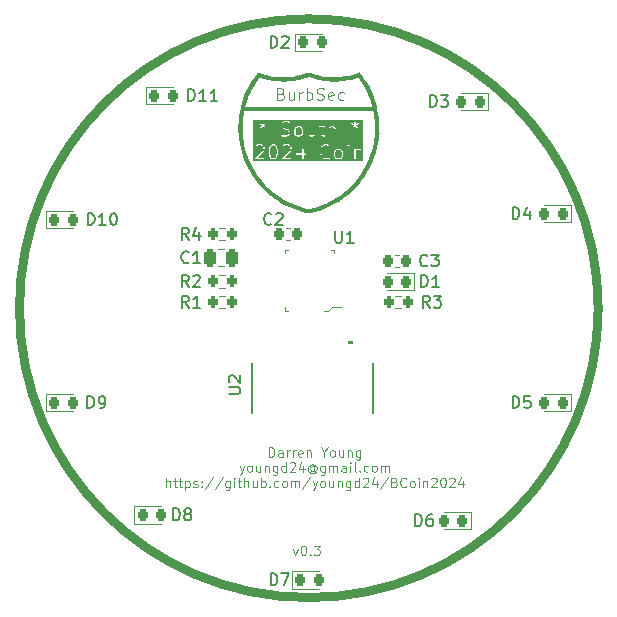
<source format=gbr>
G04 #@! TF.GenerationSoftware,KiCad,Pcbnew,8.0.6*
G04 #@! TF.CreationDate,2024-12-11T21:51:18-06:00*
G04 #@! TF.ProjectId,BCoin2024,42436f69-6e32-4303-9234-2e6b69636164,rev?*
G04 #@! TF.SameCoordinates,Original*
G04 #@! TF.FileFunction,Legend,Top*
G04 #@! TF.FilePolarity,Positive*
%FSLAX46Y46*%
G04 Gerber Fmt 4.6, Leading zero omitted, Abs format (unit mm)*
G04 Created by KiCad (PCBNEW 8.0.6) date 2024-12-11 21:51:18*
%MOMM*%
%LPD*%
G01*
G04 APERTURE LIST*
G04 Aperture macros list*
%AMRoundRect*
0 Rectangle with rounded corners*
0 $1 Rounding radius*
0 $2 $3 $4 $5 $6 $7 $8 $9 X,Y pos of 4 corners*
0 Add a 4 corners polygon primitive as box body*
4,1,4,$2,$3,$4,$5,$6,$7,$8,$9,$2,$3,0*
0 Add four circle primitives for the rounded corners*
1,1,$1+$1,$2,$3*
1,1,$1+$1,$4,$5*
1,1,$1+$1,$6,$7*
1,1,$1+$1,$8,$9*
0 Add four rect primitives between the rounded corners*
20,1,$1+$1,$2,$3,$4,$5,0*
20,1,$1+$1,$4,$5,$6,$7,0*
20,1,$1+$1,$6,$7,$8,$9,0*
20,1,$1+$1,$8,$9,$2,$3,0*%
G04 Aperture macros list end*
%ADD10C,0.800000*%
%ADD11C,0.100000*%
%ADD12C,0.150000*%
%ADD13C,0.120000*%
%ADD14C,0.000000*%
%ADD15C,0.152400*%
%ADD16RoundRect,0.218750X-0.218750X-0.256250X0.218750X-0.256250X0.218750X0.256250X-0.218750X0.256250X0*%
%ADD17RoundRect,0.218750X0.218750X0.256250X-0.218750X0.256250X-0.218750X-0.256250X0.218750X-0.256250X0*%
%ADD18R,2.000000X0.600000*%
%ADD19RoundRect,0.250000X-0.250000X-0.475000X0.250000X-0.475000X0.250000X0.475000X-0.250000X0.475000X0*%
%ADD20R,0.533400X1.460500*%
%ADD21RoundRect,0.200000X0.200000X0.275000X-0.200000X0.275000X-0.200000X-0.275000X0.200000X-0.275000X0*%
%ADD22RoundRect,0.225000X-0.225000X-0.250000X0.225000X-0.250000X0.225000X0.250000X-0.225000X0.250000X0*%
%ADD23RoundRect,0.200000X-0.200000X-0.275000X0.200000X-0.275000X0.200000X0.275000X-0.200000X0.275000X0*%
G04 APERTURE END LIST*
D10*
X159000000Y-90000000D02*
G75*
G02*
X110000000Y-90000000I-24500000J0D01*
G01*
X110000000Y-90000000D02*
G75*
G02*
X159000000Y-90000000I24500000J0D01*
G01*
D11*
X131133332Y-102570985D02*
X131133332Y-101770985D01*
X131133332Y-101770985D02*
X131323808Y-101770985D01*
X131323808Y-101770985D02*
X131438094Y-101809080D01*
X131438094Y-101809080D02*
X131514284Y-101885270D01*
X131514284Y-101885270D02*
X131552379Y-101961461D01*
X131552379Y-101961461D02*
X131590475Y-102113842D01*
X131590475Y-102113842D02*
X131590475Y-102228128D01*
X131590475Y-102228128D02*
X131552379Y-102380509D01*
X131552379Y-102380509D02*
X131514284Y-102456699D01*
X131514284Y-102456699D02*
X131438094Y-102532890D01*
X131438094Y-102532890D02*
X131323808Y-102570985D01*
X131323808Y-102570985D02*
X131133332Y-102570985D01*
X132276189Y-102570985D02*
X132276189Y-102151937D01*
X132276189Y-102151937D02*
X132238094Y-102075747D01*
X132238094Y-102075747D02*
X132161903Y-102037651D01*
X132161903Y-102037651D02*
X132009522Y-102037651D01*
X132009522Y-102037651D02*
X131933332Y-102075747D01*
X132276189Y-102532890D02*
X132199998Y-102570985D01*
X132199998Y-102570985D02*
X132009522Y-102570985D01*
X132009522Y-102570985D02*
X131933332Y-102532890D01*
X131933332Y-102532890D02*
X131895236Y-102456699D01*
X131895236Y-102456699D02*
X131895236Y-102380509D01*
X131895236Y-102380509D02*
X131933332Y-102304318D01*
X131933332Y-102304318D02*
X132009522Y-102266223D01*
X132009522Y-102266223D02*
X132199998Y-102266223D01*
X132199998Y-102266223D02*
X132276189Y-102228128D01*
X132657142Y-102570985D02*
X132657142Y-102037651D01*
X132657142Y-102190032D02*
X132695237Y-102113842D01*
X132695237Y-102113842D02*
X132733332Y-102075747D01*
X132733332Y-102075747D02*
X132809523Y-102037651D01*
X132809523Y-102037651D02*
X132885713Y-102037651D01*
X133152380Y-102570985D02*
X133152380Y-102037651D01*
X133152380Y-102190032D02*
X133190475Y-102113842D01*
X133190475Y-102113842D02*
X133228570Y-102075747D01*
X133228570Y-102075747D02*
X133304761Y-102037651D01*
X133304761Y-102037651D02*
X133380951Y-102037651D01*
X133952380Y-102532890D02*
X133876189Y-102570985D01*
X133876189Y-102570985D02*
X133723808Y-102570985D01*
X133723808Y-102570985D02*
X133647618Y-102532890D01*
X133647618Y-102532890D02*
X133609522Y-102456699D01*
X133609522Y-102456699D02*
X133609522Y-102151937D01*
X133609522Y-102151937D02*
X133647618Y-102075747D01*
X133647618Y-102075747D02*
X133723808Y-102037651D01*
X133723808Y-102037651D02*
X133876189Y-102037651D01*
X133876189Y-102037651D02*
X133952380Y-102075747D01*
X133952380Y-102075747D02*
X133990475Y-102151937D01*
X133990475Y-102151937D02*
X133990475Y-102228128D01*
X133990475Y-102228128D02*
X133609522Y-102304318D01*
X134333332Y-102037651D02*
X134333332Y-102570985D01*
X134333332Y-102113842D02*
X134371427Y-102075747D01*
X134371427Y-102075747D02*
X134447617Y-102037651D01*
X134447617Y-102037651D02*
X134561903Y-102037651D01*
X134561903Y-102037651D02*
X134638094Y-102075747D01*
X134638094Y-102075747D02*
X134676189Y-102151937D01*
X134676189Y-102151937D02*
X134676189Y-102570985D01*
X135819047Y-102190032D02*
X135819047Y-102570985D01*
X135552380Y-101770985D02*
X135819047Y-102190032D01*
X135819047Y-102190032D02*
X136085713Y-101770985D01*
X136466665Y-102570985D02*
X136390475Y-102532890D01*
X136390475Y-102532890D02*
X136352380Y-102494794D01*
X136352380Y-102494794D02*
X136314284Y-102418604D01*
X136314284Y-102418604D02*
X136314284Y-102190032D01*
X136314284Y-102190032D02*
X136352380Y-102113842D01*
X136352380Y-102113842D02*
X136390475Y-102075747D01*
X136390475Y-102075747D02*
X136466665Y-102037651D01*
X136466665Y-102037651D02*
X136580951Y-102037651D01*
X136580951Y-102037651D02*
X136657142Y-102075747D01*
X136657142Y-102075747D02*
X136695237Y-102113842D01*
X136695237Y-102113842D02*
X136733332Y-102190032D01*
X136733332Y-102190032D02*
X136733332Y-102418604D01*
X136733332Y-102418604D02*
X136695237Y-102494794D01*
X136695237Y-102494794D02*
X136657142Y-102532890D01*
X136657142Y-102532890D02*
X136580951Y-102570985D01*
X136580951Y-102570985D02*
X136466665Y-102570985D01*
X137419047Y-102037651D02*
X137419047Y-102570985D01*
X137076190Y-102037651D02*
X137076190Y-102456699D01*
X137076190Y-102456699D02*
X137114285Y-102532890D01*
X137114285Y-102532890D02*
X137190475Y-102570985D01*
X137190475Y-102570985D02*
X137304761Y-102570985D01*
X137304761Y-102570985D02*
X137380952Y-102532890D01*
X137380952Y-102532890D02*
X137419047Y-102494794D01*
X137800000Y-102037651D02*
X137800000Y-102570985D01*
X137800000Y-102113842D02*
X137838095Y-102075747D01*
X137838095Y-102075747D02*
X137914285Y-102037651D01*
X137914285Y-102037651D02*
X138028571Y-102037651D01*
X138028571Y-102037651D02*
X138104762Y-102075747D01*
X138104762Y-102075747D02*
X138142857Y-102151937D01*
X138142857Y-102151937D02*
X138142857Y-102570985D01*
X138866667Y-102037651D02*
X138866667Y-102685270D01*
X138866667Y-102685270D02*
X138828572Y-102761461D01*
X138828572Y-102761461D02*
X138790476Y-102799556D01*
X138790476Y-102799556D02*
X138714286Y-102837651D01*
X138714286Y-102837651D02*
X138600000Y-102837651D01*
X138600000Y-102837651D02*
X138523810Y-102799556D01*
X138866667Y-102532890D02*
X138790476Y-102570985D01*
X138790476Y-102570985D02*
X138638095Y-102570985D01*
X138638095Y-102570985D02*
X138561905Y-102532890D01*
X138561905Y-102532890D02*
X138523810Y-102494794D01*
X138523810Y-102494794D02*
X138485714Y-102418604D01*
X138485714Y-102418604D02*
X138485714Y-102190032D01*
X138485714Y-102190032D02*
X138523810Y-102113842D01*
X138523810Y-102113842D02*
X138561905Y-102075747D01*
X138561905Y-102075747D02*
X138638095Y-102037651D01*
X138638095Y-102037651D02*
X138790476Y-102037651D01*
X138790476Y-102037651D02*
X138866667Y-102075747D01*
X128638093Y-103325606D02*
X128828569Y-103858940D01*
X129019046Y-103325606D02*
X128828569Y-103858940D01*
X128828569Y-103858940D02*
X128752379Y-104049416D01*
X128752379Y-104049416D02*
X128714284Y-104087511D01*
X128714284Y-104087511D02*
X128638093Y-104125606D01*
X129438093Y-103858940D02*
X129361903Y-103820845D01*
X129361903Y-103820845D02*
X129323808Y-103782749D01*
X129323808Y-103782749D02*
X129285712Y-103706559D01*
X129285712Y-103706559D02*
X129285712Y-103477987D01*
X129285712Y-103477987D02*
X129323808Y-103401797D01*
X129323808Y-103401797D02*
X129361903Y-103363702D01*
X129361903Y-103363702D02*
X129438093Y-103325606D01*
X129438093Y-103325606D02*
X129552379Y-103325606D01*
X129552379Y-103325606D02*
X129628570Y-103363702D01*
X129628570Y-103363702D02*
X129666665Y-103401797D01*
X129666665Y-103401797D02*
X129704760Y-103477987D01*
X129704760Y-103477987D02*
X129704760Y-103706559D01*
X129704760Y-103706559D02*
X129666665Y-103782749D01*
X129666665Y-103782749D02*
X129628570Y-103820845D01*
X129628570Y-103820845D02*
X129552379Y-103858940D01*
X129552379Y-103858940D02*
X129438093Y-103858940D01*
X130390475Y-103325606D02*
X130390475Y-103858940D01*
X130047618Y-103325606D02*
X130047618Y-103744654D01*
X130047618Y-103744654D02*
X130085713Y-103820845D01*
X130085713Y-103820845D02*
X130161903Y-103858940D01*
X130161903Y-103858940D02*
X130276189Y-103858940D01*
X130276189Y-103858940D02*
X130352380Y-103820845D01*
X130352380Y-103820845D02*
X130390475Y-103782749D01*
X130771428Y-103325606D02*
X130771428Y-103858940D01*
X130771428Y-103401797D02*
X130809523Y-103363702D01*
X130809523Y-103363702D02*
X130885713Y-103325606D01*
X130885713Y-103325606D02*
X130999999Y-103325606D01*
X130999999Y-103325606D02*
X131076190Y-103363702D01*
X131076190Y-103363702D02*
X131114285Y-103439892D01*
X131114285Y-103439892D02*
X131114285Y-103858940D01*
X131838095Y-103325606D02*
X131838095Y-103973225D01*
X131838095Y-103973225D02*
X131800000Y-104049416D01*
X131800000Y-104049416D02*
X131761904Y-104087511D01*
X131761904Y-104087511D02*
X131685714Y-104125606D01*
X131685714Y-104125606D02*
X131571428Y-104125606D01*
X131571428Y-104125606D02*
X131495238Y-104087511D01*
X131838095Y-103820845D02*
X131761904Y-103858940D01*
X131761904Y-103858940D02*
X131609523Y-103858940D01*
X131609523Y-103858940D02*
X131533333Y-103820845D01*
X131533333Y-103820845D02*
X131495238Y-103782749D01*
X131495238Y-103782749D02*
X131457142Y-103706559D01*
X131457142Y-103706559D02*
X131457142Y-103477987D01*
X131457142Y-103477987D02*
X131495238Y-103401797D01*
X131495238Y-103401797D02*
X131533333Y-103363702D01*
X131533333Y-103363702D02*
X131609523Y-103325606D01*
X131609523Y-103325606D02*
X131761904Y-103325606D01*
X131761904Y-103325606D02*
X131838095Y-103363702D01*
X132561905Y-103858940D02*
X132561905Y-103058940D01*
X132561905Y-103820845D02*
X132485714Y-103858940D01*
X132485714Y-103858940D02*
X132333333Y-103858940D01*
X132333333Y-103858940D02*
X132257143Y-103820845D01*
X132257143Y-103820845D02*
X132219048Y-103782749D01*
X132219048Y-103782749D02*
X132180952Y-103706559D01*
X132180952Y-103706559D02*
X132180952Y-103477987D01*
X132180952Y-103477987D02*
X132219048Y-103401797D01*
X132219048Y-103401797D02*
X132257143Y-103363702D01*
X132257143Y-103363702D02*
X132333333Y-103325606D01*
X132333333Y-103325606D02*
X132485714Y-103325606D01*
X132485714Y-103325606D02*
X132561905Y-103363702D01*
X132904762Y-103135130D02*
X132942858Y-103097035D01*
X132942858Y-103097035D02*
X133019048Y-103058940D01*
X133019048Y-103058940D02*
X133209524Y-103058940D01*
X133209524Y-103058940D02*
X133285715Y-103097035D01*
X133285715Y-103097035D02*
X133323810Y-103135130D01*
X133323810Y-103135130D02*
X133361905Y-103211321D01*
X133361905Y-103211321D02*
X133361905Y-103287511D01*
X133361905Y-103287511D02*
X133323810Y-103401797D01*
X133323810Y-103401797D02*
X132866667Y-103858940D01*
X132866667Y-103858940D02*
X133361905Y-103858940D01*
X134047620Y-103325606D02*
X134047620Y-103858940D01*
X133857144Y-103020845D02*
X133666667Y-103592273D01*
X133666667Y-103592273D02*
X134161906Y-103592273D01*
X134961906Y-103477987D02*
X134923811Y-103439892D01*
X134923811Y-103439892D02*
X134847620Y-103401797D01*
X134847620Y-103401797D02*
X134771430Y-103401797D01*
X134771430Y-103401797D02*
X134695239Y-103439892D01*
X134695239Y-103439892D02*
X134657144Y-103477987D01*
X134657144Y-103477987D02*
X134619049Y-103554178D01*
X134619049Y-103554178D02*
X134619049Y-103630368D01*
X134619049Y-103630368D02*
X134657144Y-103706559D01*
X134657144Y-103706559D02*
X134695239Y-103744654D01*
X134695239Y-103744654D02*
X134771430Y-103782749D01*
X134771430Y-103782749D02*
X134847620Y-103782749D01*
X134847620Y-103782749D02*
X134923811Y-103744654D01*
X134923811Y-103744654D02*
X134961906Y-103706559D01*
X134961906Y-103401797D02*
X134961906Y-103706559D01*
X134961906Y-103706559D02*
X135000001Y-103744654D01*
X135000001Y-103744654D02*
X135038096Y-103744654D01*
X135038096Y-103744654D02*
X135114287Y-103706559D01*
X135114287Y-103706559D02*
X135152382Y-103630368D01*
X135152382Y-103630368D02*
X135152382Y-103439892D01*
X135152382Y-103439892D02*
X135076192Y-103325606D01*
X135076192Y-103325606D02*
X134961906Y-103249416D01*
X134961906Y-103249416D02*
X134809525Y-103211321D01*
X134809525Y-103211321D02*
X134657144Y-103249416D01*
X134657144Y-103249416D02*
X134542858Y-103325606D01*
X134542858Y-103325606D02*
X134466668Y-103439892D01*
X134466668Y-103439892D02*
X134428572Y-103592273D01*
X134428572Y-103592273D02*
X134466668Y-103744654D01*
X134466668Y-103744654D02*
X134542858Y-103858940D01*
X134542858Y-103858940D02*
X134657144Y-103935130D01*
X134657144Y-103935130D02*
X134809525Y-103973225D01*
X134809525Y-103973225D02*
X134961906Y-103935130D01*
X134961906Y-103935130D02*
X135076192Y-103858940D01*
X135838096Y-103325606D02*
X135838096Y-103973225D01*
X135838096Y-103973225D02*
X135800001Y-104049416D01*
X135800001Y-104049416D02*
X135761905Y-104087511D01*
X135761905Y-104087511D02*
X135685715Y-104125606D01*
X135685715Y-104125606D02*
X135571429Y-104125606D01*
X135571429Y-104125606D02*
X135495239Y-104087511D01*
X135838096Y-103820845D02*
X135761905Y-103858940D01*
X135761905Y-103858940D02*
X135609524Y-103858940D01*
X135609524Y-103858940D02*
X135533334Y-103820845D01*
X135533334Y-103820845D02*
X135495239Y-103782749D01*
X135495239Y-103782749D02*
X135457143Y-103706559D01*
X135457143Y-103706559D02*
X135457143Y-103477987D01*
X135457143Y-103477987D02*
X135495239Y-103401797D01*
X135495239Y-103401797D02*
X135533334Y-103363702D01*
X135533334Y-103363702D02*
X135609524Y-103325606D01*
X135609524Y-103325606D02*
X135761905Y-103325606D01*
X135761905Y-103325606D02*
X135838096Y-103363702D01*
X136219049Y-103858940D02*
X136219049Y-103325606D01*
X136219049Y-103401797D02*
X136257144Y-103363702D01*
X136257144Y-103363702D02*
X136333334Y-103325606D01*
X136333334Y-103325606D02*
X136447620Y-103325606D01*
X136447620Y-103325606D02*
X136523811Y-103363702D01*
X136523811Y-103363702D02*
X136561906Y-103439892D01*
X136561906Y-103439892D02*
X136561906Y-103858940D01*
X136561906Y-103439892D02*
X136600001Y-103363702D01*
X136600001Y-103363702D02*
X136676192Y-103325606D01*
X136676192Y-103325606D02*
X136790477Y-103325606D01*
X136790477Y-103325606D02*
X136866668Y-103363702D01*
X136866668Y-103363702D02*
X136904763Y-103439892D01*
X136904763Y-103439892D02*
X136904763Y-103858940D01*
X137628573Y-103858940D02*
X137628573Y-103439892D01*
X137628573Y-103439892D02*
X137590478Y-103363702D01*
X137590478Y-103363702D02*
X137514287Y-103325606D01*
X137514287Y-103325606D02*
X137361906Y-103325606D01*
X137361906Y-103325606D02*
X137285716Y-103363702D01*
X137628573Y-103820845D02*
X137552382Y-103858940D01*
X137552382Y-103858940D02*
X137361906Y-103858940D01*
X137361906Y-103858940D02*
X137285716Y-103820845D01*
X137285716Y-103820845D02*
X137247620Y-103744654D01*
X137247620Y-103744654D02*
X137247620Y-103668464D01*
X137247620Y-103668464D02*
X137285716Y-103592273D01*
X137285716Y-103592273D02*
X137361906Y-103554178D01*
X137361906Y-103554178D02*
X137552382Y-103554178D01*
X137552382Y-103554178D02*
X137628573Y-103516083D01*
X138009526Y-103858940D02*
X138009526Y-103325606D01*
X138009526Y-103058940D02*
X137971430Y-103097035D01*
X137971430Y-103097035D02*
X138009526Y-103135130D01*
X138009526Y-103135130D02*
X138047621Y-103097035D01*
X138047621Y-103097035D02*
X138009526Y-103058940D01*
X138009526Y-103058940D02*
X138009526Y-103135130D01*
X138504763Y-103858940D02*
X138428573Y-103820845D01*
X138428573Y-103820845D02*
X138390478Y-103744654D01*
X138390478Y-103744654D02*
X138390478Y-103058940D01*
X138809526Y-103782749D02*
X138847621Y-103820845D01*
X138847621Y-103820845D02*
X138809526Y-103858940D01*
X138809526Y-103858940D02*
X138771430Y-103820845D01*
X138771430Y-103820845D02*
X138809526Y-103782749D01*
X138809526Y-103782749D02*
X138809526Y-103858940D01*
X139533335Y-103820845D02*
X139457144Y-103858940D01*
X139457144Y-103858940D02*
X139304763Y-103858940D01*
X139304763Y-103858940D02*
X139228573Y-103820845D01*
X139228573Y-103820845D02*
X139190478Y-103782749D01*
X139190478Y-103782749D02*
X139152382Y-103706559D01*
X139152382Y-103706559D02*
X139152382Y-103477987D01*
X139152382Y-103477987D02*
X139190478Y-103401797D01*
X139190478Y-103401797D02*
X139228573Y-103363702D01*
X139228573Y-103363702D02*
X139304763Y-103325606D01*
X139304763Y-103325606D02*
X139457144Y-103325606D01*
X139457144Y-103325606D02*
X139533335Y-103363702D01*
X139990477Y-103858940D02*
X139914287Y-103820845D01*
X139914287Y-103820845D02*
X139876192Y-103782749D01*
X139876192Y-103782749D02*
X139838096Y-103706559D01*
X139838096Y-103706559D02*
X139838096Y-103477987D01*
X139838096Y-103477987D02*
X139876192Y-103401797D01*
X139876192Y-103401797D02*
X139914287Y-103363702D01*
X139914287Y-103363702D02*
X139990477Y-103325606D01*
X139990477Y-103325606D02*
X140104763Y-103325606D01*
X140104763Y-103325606D02*
X140180954Y-103363702D01*
X140180954Y-103363702D02*
X140219049Y-103401797D01*
X140219049Y-103401797D02*
X140257144Y-103477987D01*
X140257144Y-103477987D02*
X140257144Y-103706559D01*
X140257144Y-103706559D02*
X140219049Y-103782749D01*
X140219049Y-103782749D02*
X140180954Y-103820845D01*
X140180954Y-103820845D02*
X140104763Y-103858940D01*
X140104763Y-103858940D02*
X139990477Y-103858940D01*
X140600002Y-103858940D02*
X140600002Y-103325606D01*
X140600002Y-103401797D02*
X140638097Y-103363702D01*
X140638097Y-103363702D02*
X140714287Y-103325606D01*
X140714287Y-103325606D02*
X140828573Y-103325606D01*
X140828573Y-103325606D02*
X140904764Y-103363702D01*
X140904764Y-103363702D02*
X140942859Y-103439892D01*
X140942859Y-103439892D02*
X140942859Y-103858940D01*
X140942859Y-103439892D02*
X140980954Y-103363702D01*
X140980954Y-103363702D02*
X141057145Y-103325606D01*
X141057145Y-103325606D02*
X141171430Y-103325606D01*
X141171430Y-103325606D02*
X141247621Y-103363702D01*
X141247621Y-103363702D02*
X141285716Y-103439892D01*
X141285716Y-103439892D02*
X141285716Y-103858940D01*
X122409521Y-105146895D02*
X122409521Y-104346895D01*
X122752378Y-105146895D02*
X122752378Y-104727847D01*
X122752378Y-104727847D02*
X122714283Y-104651657D01*
X122714283Y-104651657D02*
X122638092Y-104613561D01*
X122638092Y-104613561D02*
X122523806Y-104613561D01*
X122523806Y-104613561D02*
X122447616Y-104651657D01*
X122447616Y-104651657D02*
X122409521Y-104689752D01*
X123019045Y-104613561D02*
X123323807Y-104613561D01*
X123133331Y-104346895D02*
X123133331Y-105032609D01*
X123133331Y-105032609D02*
X123171426Y-105108800D01*
X123171426Y-105108800D02*
X123247616Y-105146895D01*
X123247616Y-105146895D02*
X123323807Y-105146895D01*
X123476188Y-104613561D02*
X123780950Y-104613561D01*
X123590474Y-104346895D02*
X123590474Y-105032609D01*
X123590474Y-105032609D02*
X123628569Y-105108800D01*
X123628569Y-105108800D02*
X123704759Y-105146895D01*
X123704759Y-105146895D02*
X123780950Y-105146895D01*
X124047617Y-104613561D02*
X124047617Y-105413561D01*
X124047617Y-104651657D02*
X124123807Y-104613561D01*
X124123807Y-104613561D02*
X124276188Y-104613561D01*
X124276188Y-104613561D02*
X124352379Y-104651657D01*
X124352379Y-104651657D02*
X124390474Y-104689752D01*
X124390474Y-104689752D02*
X124428569Y-104765942D01*
X124428569Y-104765942D02*
X124428569Y-104994514D01*
X124428569Y-104994514D02*
X124390474Y-105070704D01*
X124390474Y-105070704D02*
X124352379Y-105108800D01*
X124352379Y-105108800D02*
X124276188Y-105146895D01*
X124276188Y-105146895D02*
X124123807Y-105146895D01*
X124123807Y-105146895D02*
X124047617Y-105108800D01*
X124733331Y-105108800D02*
X124809522Y-105146895D01*
X124809522Y-105146895D02*
X124961903Y-105146895D01*
X124961903Y-105146895D02*
X125038093Y-105108800D01*
X125038093Y-105108800D02*
X125076189Y-105032609D01*
X125076189Y-105032609D02*
X125076189Y-104994514D01*
X125076189Y-104994514D02*
X125038093Y-104918323D01*
X125038093Y-104918323D02*
X124961903Y-104880228D01*
X124961903Y-104880228D02*
X124847617Y-104880228D01*
X124847617Y-104880228D02*
X124771427Y-104842133D01*
X124771427Y-104842133D02*
X124733331Y-104765942D01*
X124733331Y-104765942D02*
X124733331Y-104727847D01*
X124733331Y-104727847D02*
X124771427Y-104651657D01*
X124771427Y-104651657D02*
X124847617Y-104613561D01*
X124847617Y-104613561D02*
X124961903Y-104613561D01*
X124961903Y-104613561D02*
X125038093Y-104651657D01*
X125419046Y-105070704D02*
X125457141Y-105108800D01*
X125457141Y-105108800D02*
X125419046Y-105146895D01*
X125419046Y-105146895D02*
X125380950Y-105108800D01*
X125380950Y-105108800D02*
X125419046Y-105070704D01*
X125419046Y-105070704D02*
X125419046Y-105146895D01*
X125419046Y-104651657D02*
X125457141Y-104689752D01*
X125457141Y-104689752D02*
X125419046Y-104727847D01*
X125419046Y-104727847D02*
X125380950Y-104689752D01*
X125380950Y-104689752D02*
X125419046Y-104651657D01*
X125419046Y-104651657D02*
X125419046Y-104727847D01*
X126371426Y-104308800D02*
X125685712Y-105337371D01*
X127209521Y-104308800D02*
X126523807Y-105337371D01*
X127819045Y-104613561D02*
X127819045Y-105261180D01*
X127819045Y-105261180D02*
X127780950Y-105337371D01*
X127780950Y-105337371D02*
X127742854Y-105375466D01*
X127742854Y-105375466D02*
X127666664Y-105413561D01*
X127666664Y-105413561D02*
X127552378Y-105413561D01*
X127552378Y-105413561D02*
X127476188Y-105375466D01*
X127819045Y-105108800D02*
X127742854Y-105146895D01*
X127742854Y-105146895D02*
X127590473Y-105146895D01*
X127590473Y-105146895D02*
X127514283Y-105108800D01*
X127514283Y-105108800D02*
X127476188Y-105070704D01*
X127476188Y-105070704D02*
X127438092Y-104994514D01*
X127438092Y-104994514D02*
X127438092Y-104765942D01*
X127438092Y-104765942D02*
X127476188Y-104689752D01*
X127476188Y-104689752D02*
X127514283Y-104651657D01*
X127514283Y-104651657D02*
X127590473Y-104613561D01*
X127590473Y-104613561D02*
X127742854Y-104613561D01*
X127742854Y-104613561D02*
X127819045Y-104651657D01*
X128199998Y-105146895D02*
X128199998Y-104613561D01*
X128199998Y-104346895D02*
X128161902Y-104384990D01*
X128161902Y-104384990D02*
X128199998Y-104423085D01*
X128199998Y-104423085D02*
X128238093Y-104384990D01*
X128238093Y-104384990D02*
X128199998Y-104346895D01*
X128199998Y-104346895D02*
X128199998Y-104423085D01*
X128466664Y-104613561D02*
X128771426Y-104613561D01*
X128580950Y-104346895D02*
X128580950Y-105032609D01*
X128580950Y-105032609D02*
X128619045Y-105108800D01*
X128619045Y-105108800D02*
X128695235Y-105146895D01*
X128695235Y-105146895D02*
X128771426Y-105146895D01*
X129038093Y-105146895D02*
X129038093Y-104346895D01*
X129380950Y-105146895D02*
X129380950Y-104727847D01*
X129380950Y-104727847D02*
X129342855Y-104651657D01*
X129342855Y-104651657D02*
X129266664Y-104613561D01*
X129266664Y-104613561D02*
X129152378Y-104613561D01*
X129152378Y-104613561D02*
X129076188Y-104651657D01*
X129076188Y-104651657D02*
X129038093Y-104689752D01*
X130104760Y-104613561D02*
X130104760Y-105146895D01*
X129761903Y-104613561D02*
X129761903Y-105032609D01*
X129761903Y-105032609D02*
X129799998Y-105108800D01*
X129799998Y-105108800D02*
X129876188Y-105146895D01*
X129876188Y-105146895D02*
X129990474Y-105146895D01*
X129990474Y-105146895D02*
X130066665Y-105108800D01*
X130066665Y-105108800D02*
X130104760Y-105070704D01*
X130485713Y-105146895D02*
X130485713Y-104346895D01*
X130485713Y-104651657D02*
X130561903Y-104613561D01*
X130561903Y-104613561D02*
X130714284Y-104613561D01*
X130714284Y-104613561D02*
X130790475Y-104651657D01*
X130790475Y-104651657D02*
X130828570Y-104689752D01*
X130828570Y-104689752D02*
X130866665Y-104765942D01*
X130866665Y-104765942D02*
X130866665Y-104994514D01*
X130866665Y-104994514D02*
X130828570Y-105070704D01*
X130828570Y-105070704D02*
X130790475Y-105108800D01*
X130790475Y-105108800D02*
X130714284Y-105146895D01*
X130714284Y-105146895D02*
X130561903Y-105146895D01*
X130561903Y-105146895D02*
X130485713Y-105108800D01*
X131209523Y-105070704D02*
X131247618Y-105108800D01*
X131247618Y-105108800D02*
X131209523Y-105146895D01*
X131209523Y-105146895D02*
X131171427Y-105108800D01*
X131171427Y-105108800D02*
X131209523Y-105070704D01*
X131209523Y-105070704D02*
X131209523Y-105146895D01*
X131933332Y-105108800D02*
X131857141Y-105146895D01*
X131857141Y-105146895D02*
X131704760Y-105146895D01*
X131704760Y-105146895D02*
X131628570Y-105108800D01*
X131628570Y-105108800D02*
X131590475Y-105070704D01*
X131590475Y-105070704D02*
X131552379Y-104994514D01*
X131552379Y-104994514D02*
X131552379Y-104765942D01*
X131552379Y-104765942D02*
X131590475Y-104689752D01*
X131590475Y-104689752D02*
X131628570Y-104651657D01*
X131628570Y-104651657D02*
X131704760Y-104613561D01*
X131704760Y-104613561D02*
X131857141Y-104613561D01*
X131857141Y-104613561D02*
X131933332Y-104651657D01*
X132390474Y-105146895D02*
X132314284Y-105108800D01*
X132314284Y-105108800D02*
X132276189Y-105070704D01*
X132276189Y-105070704D02*
X132238093Y-104994514D01*
X132238093Y-104994514D02*
X132238093Y-104765942D01*
X132238093Y-104765942D02*
X132276189Y-104689752D01*
X132276189Y-104689752D02*
X132314284Y-104651657D01*
X132314284Y-104651657D02*
X132390474Y-104613561D01*
X132390474Y-104613561D02*
X132504760Y-104613561D01*
X132504760Y-104613561D02*
X132580951Y-104651657D01*
X132580951Y-104651657D02*
X132619046Y-104689752D01*
X132619046Y-104689752D02*
X132657141Y-104765942D01*
X132657141Y-104765942D02*
X132657141Y-104994514D01*
X132657141Y-104994514D02*
X132619046Y-105070704D01*
X132619046Y-105070704D02*
X132580951Y-105108800D01*
X132580951Y-105108800D02*
X132504760Y-105146895D01*
X132504760Y-105146895D02*
X132390474Y-105146895D01*
X132999999Y-105146895D02*
X132999999Y-104613561D01*
X132999999Y-104689752D02*
X133038094Y-104651657D01*
X133038094Y-104651657D02*
X133114284Y-104613561D01*
X133114284Y-104613561D02*
X133228570Y-104613561D01*
X133228570Y-104613561D02*
X133304761Y-104651657D01*
X133304761Y-104651657D02*
X133342856Y-104727847D01*
X133342856Y-104727847D02*
X133342856Y-105146895D01*
X133342856Y-104727847D02*
X133380951Y-104651657D01*
X133380951Y-104651657D02*
X133457142Y-104613561D01*
X133457142Y-104613561D02*
X133571427Y-104613561D01*
X133571427Y-104613561D02*
X133647618Y-104651657D01*
X133647618Y-104651657D02*
X133685713Y-104727847D01*
X133685713Y-104727847D02*
X133685713Y-105146895D01*
X134638094Y-104308800D02*
X133952380Y-105337371D01*
X134828570Y-104613561D02*
X135019046Y-105146895D01*
X135209523Y-104613561D02*
X135019046Y-105146895D01*
X135019046Y-105146895D02*
X134942856Y-105337371D01*
X134942856Y-105337371D02*
X134904761Y-105375466D01*
X134904761Y-105375466D02*
X134828570Y-105413561D01*
X135628570Y-105146895D02*
X135552380Y-105108800D01*
X135552380Y-105108800D02*
X135514285Y-105070704D01*
X135514285Y-105070704D02*
X135476189Y-104994514D01*
X135476189Y-104994514D02*
X135476189Y-104765942D01*
X135476189Y-104765942D02*
X135514285Y-104689752D01*
X135514285Y-104689752D02*
X135552380Y-104651657D01*
X135552380Y-104651657D02*
X135628570Y-104613561D01*
X135628570Y-104613561D02*
X135742856Y-104613561D01*
X135742856Y-104613561D02*
X135819047Y-104651657D01*
X135819047Y-104651657D02*
X135857142Y-104689752D01*
X135857142Y-104689752D02*
X135895237Y-104765942D01*
X135895237Y-104765942D02*
X135895237Y-104994514D01*
X135895237Y-104994514D02*
X135857142Y-105070704D01*
X135857142Y-105070704D02*
X135819047Y-105108800D01*
X135819047Y-105108800D02*
X135742856Y-105146895D01*
X135742856Y-105146895D02*
X135628570Y-105146895D01*
X136580952Y-104613561D02*
X136580952Y-105146895D01*
X136238095Y-104613561D02*
X136238095Y-105032609D01*
X136238095Y-105032609D02*
X136276190Y-105108800D01*
X136276190Y-105108800D02*
X136352380Y-105146895D01*
X136352380Y-105146895D02*
X136466666Y-105146895D01*
X136466666Y-105146895D02*
X136542857Y-105108800D01*
X136542857Y-105108800D02*
X136580952Y-105070704D01*
X136961905Y-104613561D02*
X136961905Y-105146895D01*
X136961905Y-104689752D02*
X137000000Y-104651657D01*
X137000000Y-104651657D02*
X137076190Y-104613561D01*
X137076190Y-104613561D02*
X137190476Y-104613561D01*
X137190476Y-104613561D02*
X137266667Y-104651657D01*
X137266667Y-104651657D02*
X137304762Y-104727847D01*
X137304762Y-104727847D02*
X137304762Y-105146895D01*
X138028572Y-104613561D02*
X138028572Y-105261180D01*
X138028572Y-105261180D02*
X137990477Y-105337371D01*
X137990477Y-105337371D02*
X137952381Y-105375466D01*
X137952381Y-105375466D02*
X137876191Y-105413561D01*
X137876191Y-105413561D02*
X137761905Y-105413561D01*
X137761905Y-105413561D02*
X137685715Y-105375466D01*
X138028572Y-105108800D02*
X137952381Y-105146895D01*
X137952381Y-105146895D02*
X137800000Y-105146895D01*
X137800000Y-105146895D02*
X137723810Y-105108800D01*
X137723810Y-105108800D02*
X137685715Y-105070704D01*
X137685715Y-105070704D02*
X137647619Y-104994514D01*
X137647619Y-104994514D02*
X137647619Y-104765942D01*
X137647619Y-104765942D02*
X137685715Y-104689752D01*
X137685715Y-104689752D02*
X137723810Y-104651657D01*
X137723810Y-104651657D02*
X137800000Y-104613561D01*
X137800000Y-104613561D02*
X137952381Y-104613561D01*
X137952381Y-104613561D02*
X138028572Y-104651657D01*
X138752382Y-105146895D02*
X138752382Y-104346895D01*
X138752382Y-105108800D02*
X138676191Y-105146895D01*
X138676191Y-105146895D02*
X138523810Y-105146895D01*
X138523810Y-105146895D02*
X138447620Y-105108800D01*
X138447620Y-105108800D02*
X138409525Y-105070704D01*
X138409525Y-105070704D02*
X138371429Y-104994514D01*
X138371429Y-104994514D02*
X138371429Y-104765942D01*
X138371429Y-104765942D02*
X138409525Y-104689752D01*
X138409525Y-104689752D02*
X138447620Y-104651657D01*
X138447620Y-104651657D02*
X138523810Y-104613561D01*
X138523810Y-104613561D02*
X138676191Y-104613561D01*
X138676191Y-104613561D02*
X138752382Y-104651657D01*
X139095239Y-104423085D02*
X139133335Y-104384990D01*
X139133335Y-104384990D02*
X139209525Y-104346895D01*
X139209525Y-104346895D02*
X139400001Y-104346895D01*
X139400001Y-104346895D02*
X139476192Y-104384990D01*
X139476192Y-104384990D02*
X139514287Y-104423085D01*
X139514287Y-104423085D02*
X139552382Y-104499276D01*
X139552382Y-104499276D02*
X139552382Y-104575466D01*
X139552382Y-104575466D02*
X139514287Y-104689752D01*
X139514287Y-104689752D02*
X139057144Y-105146895D01*
X139057144Y-105146895D02*
X139552382Y-105146895D01*
X140238097Y-104613561D02*
X140238097Y-105146895D01*
X140047621Y-104308800D02*
X139857144Y-104880228D01*
X139857144Y-104880228D02*
X140352383Y-104880228D01*
X141228573Y-104308800D02*
X140542859Y-105337371D01*
X141761906Y-104727847D02*
X141876192Y-104765942D01*
X141876192Y-104765942D02*
X141914287Y-104804038D01*
X141914287Y-104804038D02*
X141952383Y-104880228D01*
X141952383Y-104880228D02*
X141952383Y-104994514D01*
X141952383Y-104994514D02*
X141914287Y-105070704D01*
X141914287Y-105070704D02*
X141876192Y-105108800D01*
X141876192Y-105108800D02*
X141800002Y-105146895D01*
X141800002Y-105146895D02*
X141495240Y-105146895D01*
X141495240Y-105146895D02*
X141495240Y-104346895D01*
X141495240Y-104346895D02*
X141761906Y-104346895D01*
X141761906Y-104346895D02*
X141838097Y-104384990D01*
X141838097Y-104384990D02*
X141876192Y-104423085D01*
X141876192Y-104423085D02*
X141914287Y-104499276D01*
X141914287Y-104499276D02*
X141914287Y-104575466D01*
X141914287Y-104575466D02*
X141876192Y-104651657D01*
X141876192Y-104651657D02*
X141838097Y-104689752D01*
X141838097Y-104689752D02*
X141761906Y-104727847D01*
X141761906Y-104727847D02*
X141495240Y-104727847D01*
X142752383Y-105070704D02*
X142714287Y-105108800D01*
X142714287Y-105108800D02*
X142600002Y-105146895D01*
X142600002Y-105146895D02*
X142523811Y-105146895D01*
X142523811Y-105146895D02*
X142409525Y-105108800D01*
X142409525Y-105108800D02*
X142333335Y-105032609D01*
X142333335Y-105032609D02*
X142295240Y-104956419D01*
X142295240Y-104956419D02*
X142257144Y-104804038D01*
X142257144Y-104804038D02*
X142257144Y-104689752D01*
X142257144Y-104689752D02*
X142295240Y-104537371D01*
X142295240Y-104537371D02*
X142333335Y-104461180D01*
X142333335Y-104461180D02*
X142409525Y-104384990D01*
X142409525Y-104384990D02*
X142523811Y-104346895D01*
X142523811Y-104346895D02*
X142600002Y-104346895D01*
X142600002Y-104346895D02*
X142714287Y-104384990D01*
X142714287Y-104384990D02*
X142752383Y-104423085D01*
X143209525Y-105146895D02*
X143133335Y-105108800D01*
X143133335Y-105108800D02*
X143095240Y-105070704D01*
X143095240Y-105070704D02*
X143057144Y-104994514D01*
X143057144Y-104994514D02*
X143057144Y-104765942D01*
X143057144Y-104765942D02*
X143095240Y-104689752D01*
X143095240Y-104689752D02*
X143133335Y-104651657D01*
X143133335Y-104651657D02*
X143209525Y-104613561D01*
X143209525Y-104613561D02*
X143323811Y-104613561D01*
X143323811Y-104613561D02*
X143400002Y-104651657D01*
X143400002Y-104651657D02*
X143438097Y-104689752D01*
X143438097Y-104689752D02*
X143476192Y-104765942D01*
X143476192Y-104765942D02*
X143476192Y-104994514D01*
X143476192Y-104994514D02*
X143438097Y-105070704D01*
X143438097Y-105070704D02*
X143400002Y-105108800D01*
X143400002Y-105108800D02*
X143323811Y-105146895D01*
X143323811Y-105146895D02*
X143209525Y-105146895D01*
X143819050Y-105146895D02*
X143819050Y-104613561D01*
X143819050Y-104346895D02*
X143780954Y-104384990D01*
X143780954Y-104384990D02*
X143819050Y-104423085D01*
X143819050Y-104423085D02*
X143857145Y-104384990D01*
X143857145Y-104384990D02*
X143819050Y-104346895D01*
X143819050Y-104346895D02*
X143819050Y-104423085D01*
X144200002Y-104613561D02*
X144200002Y-105146895D01*
X144200002Y-104689752D02*
X144238097Y-104651657D01*
X144238097Y-104651657D02*
X144314287Y-104613561D01*
X144314287Y-104613561D02*
X144428573Y-104613561D01*
X144428573Y-104613561D02*
X144504764Y-104651657D01*
X144504764Y-104651657D02*
X144542859Y-104727847D01*
X144542859Y-104727847D02*
X144542859Y-105146895D01*
X144885716Y-104423085D02*
X144923812Y-104384990D01*
X144923812Y-104384990D02*
X145000002Y-104346895D01*
X145000002Y-104346895D02*
X145190478Y-104346895D01*
X145190478Y-104346895D02*
X145266669Y-104384990D01*
X145266669Y-104384990D02*
X145304764Y-104423085D01*
X145304764Y-104423085D02*
X145342859Y-104499276D01*
X145342859Y-104499276D02*
X145342859Y-104575466D01*
X145342859Y-104575466D02*
X145304764Y-104689752D01*
X145304764Y-104689752D02*
X144847621Y-105146895D01*
X144847621Y-105146895D02*
X145342859Y-105146895D01*
X145838098Y-104346895D02*
X145914288Y-104346895D01*
X145914288Y-104346895D02*
X145990479Y-104384990D01*
X145990479Y-104384990D02*
X146028574Y-104423085D01*
X146028574Y-104423085D02*
X146066669Y-104499276D01*
X146066669Y-104499276D02*
X146104764Y-104651657D01*
X146104764Y-104651657D02*
X146104764Y-104842133D01*
X146104764Y-104842133D02*
X146066669Y-104994514D01*
X146066669Y-104994514D02*
X146028574Y-105070704D01*
X146028574Y-105070704D02*
X145990479Y-105108800D01*
X145990479Y-105108800D02*
X145914288Y-105146895D01*
X145914288Y-105146895D02*
X145838098Y-105146895D01*
X145838098Y-105146895D02*
X145761907Y-105108800D01*
X145761907Y-105108800D02*
X145723812Y-105070704D01*
X145723812Y-105070704D02*
X145685717Y-104994514D01*
X145685717Y-104994514D02*
X145647621Y-104842133D01*
X145647621Y-104842133D02*
X145647621Y-104651657D01*
X145647621Y-104651657D02*
X145685717Y-104499276D01*
X145685717Y-104499276D02*
X145723812Y-104423085D01*
X145723812Y-104423085D02*
X145761907Y-104384990D01*
X145761907Y-104384990D02*
X145838098Y-104346895D01*
X146409526Y-104423085D02*
X146447622Y-104384990D01*
X146447622Y-104384990D02*
X146523812Y-104346895D01*
X146523812Y-104346895D02*
X146714288Y-104346895D01*
X146714288Y-104346895D02*
X146790479Y-104384990D01*
X146790479Y-104384990D02*
X146828574Y-104423085D01*
X146828574Y-104423085D02*
X146866669Y-104499276D01*
X146866669Y-104499276D02*
X146866669Y-104575466D01*
X146866669Y-104575466D02*
X146828574Y-104689752D01*
X146828574Y-104689752D02*
X146371431Y-105146895D01*
X146371431Y-105146895D02*
X146866669Y-105146895D01*
X147552384Y-104613561D02*
X147552384Y-105146895D01*
X147361908Y-104308800D02*
X147171431Y-104880228D01*
X147171431Y-104880228D02*
X147666670Y-104880228D01*
X133180074Y-110363561D02*
X133370550Y-110896895D01*
X133370550Y-110896895D02*
X133561027Y-110363561D01*
X134018170Y-110096895D02*
X134094360Y-110096895D01*
X134094360Y-110096895D02*
X134170551Y-110134990D01*
X134170551Y-110134990D02*
X134208646Y-110173085D01*
X134208646Y-110173085D02*
X134246741Y-110249276D01*
X134246741Y-110249276D02*
X134284836Y-110401657D01*
X134284836Y-110401657D02*
X134284836Y-110592133D01*
X134284836Y-110592133D02*
X134246741Y-110744514D01*
X134246741Y-110744514D02*
X134208646Y-110820704D01*
X134208646Y-110820704D02*
X134170551Y-110858800D01*
X134170551Y-110858800D02*
X134094360Y-110896895D01*
X134094360Y-110896895D02*
X134018170Y-110896895D01*
X134018170Y-110896895D02*
X133941979Y-110858800D01*
X133941979Y-110858800D02*
X133903884Y-110820704D01*
X133903884Y-110820704D02*
X133865789Y-110744514D01*
X133865789Y-110744514D02*
X133827693Y-110592133D01*
X133827693Y-110592133D02*
X133827693Y-110401657D01*
X133827693Y-110401657D02*
X133865789Y-110249276D01*
X133865789Y-110249276D02*
X133903884Y-110173085D01*
X133903884Y-110173085D02*
X133941979Y-110134990D01*
X133941979Y-110134990D02*
X134018170Y-110096895D01*
X134627694Y-110820704D02*
X134665789Y-110858800D01*
X134665789Y-110858800D02*
X134627694Y-110896895D01*
X134627694Y-110896895D02*
X134589598Y-110858800D01*
X134589598Y-110858800D02*
X134627694Y-110820704D01*
X134627694Y-110820704D02*
X134627694Y-110896895D01*
X134932455Y-110096895D02*
X135427693Y-110096895D01*
X135427693Y-110096895D02*
X135161027Y-110401657D01*
X135161027Y-110401657D02*
X135275312Y-110401657D01*
X135275312Y-110401657D02*
X135351503Y-110439752D01*
X135351503Y-110439752D02*
X135389598Y-110477847D01*
X135389598Y-110477847D02*
X135427693Y-110554038D01*
X135427693Y-110554038D02*
X135427693Y-110744514D01*
X135427693Y-110744514D02*
X135389598Y-110820704D01*
X135389598Y-110820704D02*
X135351503Y-110858800D01*
X135351503Y-110858800D02*
X135275312Y-110896895D01*
X135275312Y-110896895D02*
X135046741Y-110896895D01*
X135046741Y-110896895D02*
X134970550Y-110858800D01*
X134970550Y-110858800D02*
X134932455Y-110820704D01*
X132137217Y-71848609D02*
X132280074Y-71896228D01*
X132280074Y-71896228D02*
X132327693Y-71943847D01*
X132327693Y-71943847D02*
X132375312Y-72039085D01*
X132375312Y-72039085D02*
X132375312Y-72181942D01*
X132375312Y-72181942D02*
X132327693Y-72277180D01*
X132327693Y-72277180D02*
X132280074Y-72324800D01*
X132280074Y-72324800D02*
X132184836Y-72372419D01*
X132184836Y-72372419D02*
X131803884Y-72372419D01*
X131803884Y-72372419D02*
X131803884Y-71372419D01*
X131803884Y-71372419D02*
X132137217Y-71372419D01*
X132137217Y-71372419D02*
X132232455Y-71420038D01*
X132232455Y-71420038D02*
X132280074Y-71467657D01*
X132280074Y-71467657D02*
X132327693Y-71562895D01*
X132327693Y-71562895D02*
X132327693Y-71658133D01*
X132327693Y-71658133D02*
X132280074Y-71753371D01*
X132280074Y-71753371D02*
X132232455Y-71800990D01*
X132232455Y-71800990D02*
X132137217Y-71848609D01*
X132137217Y-71848609D02*
X131803884Y-71848609D01*
X133232455Y-71705752D02*
X133232455Y-72372419D01*
X132803884Y-71705752D02*
X132803884Y-72229561D01*
X132803884Y-72229561D02*
X132851503Y-72324800D01*
X132851503Y-72324800D02*
X132946741Y-72372419D01*
X132946741Y-72372419D02*
X133089598Y-72372419D01*
X133089598Y-72372419D02*
X133184836Y-72324800D01*
X133184836Y-72324800D02*
X133232455Y-72277180D01*
X133708646Y-72372419D02*
X133708646Y-71705752D01*
X133708646Y-71896228D02*
X133756265Y-71800990D01*
X133756265Y-71800990D02*
X133803884Y-71753371D01*
X133803884Y-71753371D02*
X133899122Y-71705752D01*
X133899122Y-71705752D02*
X133994360Y-71705752D01*
X134327694Y-72372419D02*
X134327694Y-71372419D01*
X134327694Y-71753371D02*
X134422932Y-71705752D01*
X134422932Y-71705752D02*
X134613408Y-71705752D01*
X134613408Y-71705752D02*
X134708646Y-71753371D01*
X134708646Y-71753371D02*
X134756265Y-71800990D01*
X134756265Y-71800990D02*
X134803884Y-71896228D01*
X134803884Y-71896228D02*
X134803884Y-72181942D01*
X134803884Y-72181942D02*
X134756265Y-72277180D01*
X134756265Y-72277180D02*
X134708646Y-72324800D01*
X134708646Y-72324800D02*
X134613408Y-72372419D01*
X134613408Y-72372419D02*
X134422932Y-72372419D01*
X134422932Y-72372419D02*
X134327694Y-72324800D01*
X135184837Y-72324800D02*
X135327694Y-72372419D01*
X135327694Y-72372419D02*
X135565789Y-72372419D01*
X135565789Y-72372419D02*
X135661027Y-72324800D01*
X135661027Y-72324800D02*
X135708646Y-72277180D01*
X135708646Y-72277180D02*
X135756265Y-72181942D01*
X135756265Y-72181942D02*
X135756265Y-72086704D01*
X135756265Y-72086704D02*
X135708646Y-71991466D01*
X135708646Y-71991466D02*
X135661027Y-71943847D01*
X135661027Y-71943847D02*
X135565789Y-71896228D01*
X135565789Y-71896228D02*
X135375313Y-71848609D01*
X135375313Y-71848609D02*
X135280075Y-71800990D01*
X135280075Y-71800990D02*
X135232456Y-71753371D01*
X135232456Y-71753371D02*
X135184837Y-71658133D01*
X135184837Y-71658133D02*
X135184837Y-71562895D01*
X135184837Y-71562895D02*
X135232456Y-71467657D01*
X135232456Y-71467657D02*
X135280075Y-71420038D01*
X135280075Y-71420038D02*
X135375313Y-71372419D01*
X135375313Y-71372419D02*
X135613408Y-71372419D01*
X135613408Y-71372419D02*
X135756265Y-71420038D01*
X136565789Y-72324800D02*
X136470551Y-72372419D01*
X136470551Y-72372419D02*
X136280075Y-72372419D01*
X136280075Y-72372419D02*
X136184837Y-72324800D01*
X136184837Y-72324800D02*
X136137218Y-72229561D01*
X136137218Y-72229561D02*
X136137218Y-71848609D01*
X136137218Y-71848609D02*
X136184837Y-71753371D01*
X136184837Y-71753371D02*
X136280075Y-71705752D01*
X136280075Y-71705752D02*
X136470551Y-71705752D01*
X136470551Y-71705752D02*
X136565789Y-71753371D01*
X136565789Y-71753371D02*
X136613408Y-71848609D01*
X136613408Y-71848609D02*
X136613408Y-71943847D01*
X136613408Y-71943847D02*
X136137218Y-72039085D01*
X137470551Y-72324800D02*
X137375313Y-72372419D01*
X137375313Y-72372419D02*
X137184837Y-72372419D01*
X137184837Y-72372419D02*
X137089599Y-72324800D01*
X137089599Y-72324800D02*
X137041980Y-72277180D01*
X137041980Y-72277180D02*
X136994361Y-72181942D01*
X136994361Y-72181942D02*
X136994361Y-71896228D01*
X136994361Y-71896228D02*
X137041980Y-71800990D01*
X137041980Y-71800990D02*
X137089599Y-71753371D01*
X137089599Y-71753371D02*
X137184837Y-71705752D01*
X137184837Y-71705752D02*
X137375313Y-71705752D01*
X137375313Y-71705752D02*
X137470551Y-71753371D01*
G36*
X131641812Y-76246178D02*
G01*
X131687478Y-76291845D01*
X131738538Y-76393966D01*
X131792857Y-76611240D01*
X131792857Y-76884644D01*
X131738538Y-77101918D01*
X131687478Y-77204039D01*
X131641811Y-77249706D01*
X131545339Y-77297942D01*
X131454661Y-77297942D01*
X131358190Y-77249707D01*
X131312522Y-77204040D01*
X131261461Y-77101918D01*
X131207143Y-76884645D01*
X131207143Y-76611240D01*
X131261461Y-76393966D01*
X131312522Y-76291844D01*
X131358190Y-76246177D01*
X131454660Y-76197942D01*
X131545340Y-76197942D01*
X131641812Y-76246178D01*
G37*
G36*
X137184669Y-76646178D02*
G01*
X137230335Y-76691845D01*
X137278571Y-76788317D01*
X137278571Y-77107567D01*
X137230335Y-77204039D01*
X137184668Y-77249706D01*
X137088196Y-77297942D01*
X136940375Y-77297942D01*
X136843904Y-77249707D01*
X136798236Y-77204040D01*
X136750000Y-77107567D01*
X136750000Y-76788317D01*
X136798236Y-76691844D01*
X136843904Y-76646177D01*
X136940374Y-76597942D01*
X137088197Y-76597942D01*
X137184669Y-76646178D01*
G37*
G36*
X133813241Y-74714246D02*
G01*
X133858907Y-74759913D01*
X133907143Y-74856385D01*
X133907143Y-75175635D01*
X133858907Y-75272107D01*
X133813240Y-75317774D01*
X133716768Y-75366010D01*
X133568947Y-75366010D01*
X133472476Y-75317775D01*
X133426808Y-75272108D01*
X133378572Y-75175635D01*
X133378572Y-74856385D01*
X133426808Y-74759912D01*
X133472476Y-74714245D01*
X133568946Y-74666010D01*
X133716769Y-74666010D01*
X133813241Y-74714246D01*
G37*
G36*
X139111905Y-77531275D02*
G01*
X129777616Y-77531275D01*
X129777616Y-77328808D01*
X129910949Y-77328808D01*
X129910949Y-77367076D01*
X129938009Y-77394136D01*
X129957143Y-77397942D01*
X130700000Y-77397942D01*
X130719134Y-77394136D01*
X130746194Y-77367076D01*
X130746194Y-77328808D01*
X130719134Y-77301748D01*
X130700000Y-77297942D01*
X130077853Y-77297942D01*
X130678212Y-76697583D01*
X130679602Y-76695501D01*
X130680630Y-76694988D01*
X130684600Y-76688022D01*
X130689051Y-76681362D01*
X130689051Y-76680214D01*
X130690291Y-76678039D01*
X130714609Y-76605085D01*
X131107143Y-76605085D01*
X131107143Y-76890800D01*
X131108338Y-76896809D01*
X131108636Y-76902927D01*
X131165779Y-77131498D01*
X131168118Y-77136450D01*
X131169565Y-77141732D01*
X131226708Y-77256018D01*
X131231623Y-77262352D01*
X131236074Y-77269012D01*
X131293216Y-77326155D01*
X131299885Y-77330611D01*
X131306211Y-77335521D01*
X131420496Y-77392663D01*
X131422911Y-77393324D01*
X131423723Y-77394136D01*
X131431584Y-77395699D01*
X131439312Y-77397816D01*
X131440400Y-77397453D01*
X131442857Y-77397942D01*
X131557143Y-77397942D01*
X131559599Y-77397453D01*
X131560687Y-77397816D01*
X131568416Y-77395699D01*
X131576277Y-77394136D01*
X131577087Y-77393325D01*
X131579503Y-77392664D01*
X131693789Y-77335522D01*
X131700126Y-77330603D01*
X131702813Y-77328808D01*
X132196663Y-77328808D01*
X132196663Y-77367076D01*
X132223723Y-77394136D01*
X132242857Y-77397942D01*
X132985714Y-77397942D01*
X133004848Y-77394136D01*
X133031908Y-77367076D01*
X133031908Y-77328808D01*
X133004848Y-77301748D01*
X132985714Y-77297942D01*
X132363567Y-77297942D01*
X132710023Y-76951486D01*
X133392983Y-76951486D01*
X133396663Y-76958846D01*
X133396663Y-76967076D01*
X133404892Y-76975305D01*
X133410097Y-76985715D01*
X133417904Y-76988317D01*
X133423723Y-76994136D01*
X133442857Y-76997942D01*
X133964286Y-76997942D01*
X133964286Y-77347942D01*
X133968092Y-77367076D01*
X133995152Y-77394136D01*
X134033420Y-77394136D01*
X134060480Y-77367076D01*
X134064286Y-77347942D01*
X134064286Y-76997942D01*
X134185714Y-76997942D01*
X134204848Y-76994136D01*
X134231908Y-76967076D01*
X134231908Y-76928808D01*
X134204848Y-76901748D01*
X134185714Y-76897942D01*
X134064286Y-76897942D01*
X134064286Y-76662228D01*
X135450000Y-76662228D01*
X135450000Y-76833657D01*
X135451195Y-76839666D01*
X135451493Y-76845784D01*
X135508636Y-77074355D01*
X135510975Y-77079307D01*
X135512422Y-77084589D01*
X135569565Y-77198875D01*
X135574480Y-77205209D01*
X135578931Y-77211869D01*
X135693215Y-77326155D01*
X135695297Y-77327546D01*
X135695811Y-77328573D01*
X135702769Y-77332539D01*
X135709436Y-77336994D01*
X135710585Y-77336994D01*
X135712760Y-77338234D01*
X135884189Y-77395376D01*
X135892136Y-77396377D01*
X135900000Y-77397942D01*
X136014286Y-77397942D01*
X136022148Y-77396378D01*
X136030097Y-77395376D01*
X136201525Y-77338234D01*
X136203700Y-77336994D01*
X136204848Y-77336994D01*
X136211508Y-77332543D01*
X136218474Y-77328573D01*
X136218987Y-77327545D01*
X136221069Y-77326155D01*
X136278212Y-77269013D01*
X136289051Y-77252792D01*
X136289051Y-77214523D01*
X136261991Y-77187463D01*
X136223722Y-77187463D01*
X136207501Y-77198302D01*
X136158705Y-77247098D01*
X136006173Y-77297942D01*
X135908113Y-77297942D01*
X135755579Y-77247098D01*
X135655379Y-77146898D01*
X135604318Y-77044775D01*
X135550000Y-76827502D01*
X135550000Y-76776514D01*
X136650000Y-76776514D01*
X136650000Y-77119371D01*
X136650488Y-77121827D01*
X136650126Y-77122916D01*
X136652242Y-77130643D01*
X136653806Y-77138505D01*
X136654617Y-77139316D01*
X136655279Y-77141732D01*
X136712422Y-77256018D01*
X136717337Y-77262352D01*
X136721788Y-77269012D01*
X136778930Y-77326155D01*
X136785599Y-77330611D01*
X136791925Y-77335521D01*
X136906210Y-77392663D01*
X136908625Y-77393324D01*
X136909437Y-77394136D01*
X136917298Y-77395699D01*
X136925026Y-77397816D01*
X136926114Y-77397453D01*
X136928571Y-77397942D01*
X137100000Y-77397942D01*
X137102456Y-77397453D01*
X137103544Y-77397816D01*
X137111273Y-77395699D01*
X137119134Y-77394136D01*
X137119944Y-77393325D01*
X137122360Y-77392664D01*
X137236646Y-77335522D01*
X137242983Y-77330603D01*
X137249641Y-77326155D01*
X137306784Y-77269013D01*
X137311240Y-77262344D01*
X137316151Y-77256017D01*
X137373292Y-77141732D01*
X137373953Y-77139316D01*
X137374765Y-77138505D01*
X137376329Y-77130640D01*
X137378445Y-77122915D01*
X137378082Y-77121827D01*
X137378571Y-77119371D01*
X137378571Y-76776514D01*
X137378082Y-76774057D01*
X137378445Y-76772970D01*
X137376329Y-76765244D01*
X137374765Y-76757380D01*
X137373953Y-76756568D01*
X137373292Y-76754153D01*
X137316151Y-76639868D01*
X137311240Y-76633540D01*
X137306784Y-76626872D01*
X137249641Y-76569730D01*
X137242981Y-76565279D01*
X137236647Y-76560364D01*
X137211803Y-76547942D01*
X137792857Y-76547942D01*
X137792857Y-77347942D01*
X137796663Y-77367076D01*
X137823723Y-77394136D01*
X137861991Y-77394136D01*
X137889051Y-77367076D01*
X137892857Y-77347942D01*
X137892857Y-76547942D01*
X138364286Y-76547942D01*
X138364286Y-77347942D01*
X138368092Y-77367076D01*
X138395152Y-77394136D01*
X138433420Y-77394136D01*
X138460480Y-77367076D01*
X138464286Y-77347942D01*
X138464286Y-76682938D01*
X138501047Y-76646177D01*
X138597517Y-76597942D01*
X138745340Y-76597942D01*
X138834161Y-76642353D01*
X138878572Y-76731174D01*
X138878572Y-77347942D01*
X138882378Y-77367076D01*
X138909438Y-77394136D01*
X138947706Y-77394136D01*
X138974766Y-77367076D01*
X138978572Y-77347942D01*
X138978572Y-76719371D01*
X138978083Y-76716914D01*
X138978446Y-76715827D01*
X138976329Y-76708097D01*
X138974766Y-76700237D01*
X138973955Y-76699426D01*
X138973294Y-76697011D01*
X138916150Y-76582724D01*
X138910047Y-76574860D01*
X138909202Y-76572325D01*
X138906379Y-76570134D01*
X138904189Y-76567312D01*
X138901653Y-76566466D01*
X138893790Y-76560364D01*
X138779504Y-76503221D01*
X138777088Y-76502559D01*
X138776277Y-76501748D01*
X138768415Y-76500184D01*
X138760688Y-76498068D01*
X138759599Y-76498430D01*
X138757143Y-76497942D01*
X138585714Y-76497942D01*
X138583257Y-76498430D01*
X138582169Y-76498068D01*
X138574441Y-76500184D01*
X138566580Y-76501748D01*
X138565768Y-76502559D01*
X138563353Y-76503221D01*
X138464286Y-76552754D01*
X138464286Y-76547942D01*
X138460480Y-76528808D01*
X138433420Y-76501748D01*
X138395152Y-76501748D01*
X138368092Y-76528808D01*
X138364286Y-76547942D01*
X137892857Y-76547942D01*
X137889051Y-76528808D01*
X137861991Y-76501748D01*
X137823723Y-76501748D01*
X137796663Y-76528808D01*
X137792857Y-76547942D01*
X137211803Y-76547942D01*
X137122361Y-76503221D01*
X137119945Y-76502559D01*
X137119134Y-76501748D01*
X137111272Y-76500184D01*
X137103545Y-76498068D01*
X137102456Y-76498430D01*
X137100000Y-76497942D01*
X136928571Y-76497942D01*
X136926114Y-76498430D01*
X136925026Y-76498068D01*
X136917298Y-76500184D01*
X136909437Y-76501748D01*
X136908625Y-76502559D01*
X136906210Y-76503221D01*
X136791925Y-76560364D01*
X136785596Y-76565275D01*
X136778930Y-76569730D01*
X136721788Y-76626873D01*
X136717337Y-76633532D01*
X136712422Y-76639867D01*
X136655279Y-76754153D01*
X136654617Y-76756568D01*
X136653806Y-76757380D01*
X136652242Y-76765241D01*
X136650126Y-76772969D01*
X136650488Y-76774057D01*
X136650000Y-76776514D01*
X135550000Y-76776514D01*
X135550000Y-76668383D01*
X135604318Y-76451109D01*
X135655379Y-76348986D01*
X135755579Y-76248786D01*
X135908113Y-76197942D01*
X136006173Y-76197942D01*
X136158705Y-76248786D01*
X136207501Y-76297583D01*
X136223722Y-76308422D01*
X136261991Y-76308422D01*
X136289051Y-76281362D01*
X136289051Y-76243093D01*
X136278212Y-76226872D01*
X136237290Y-76185951D01*
X137739520Y-76185951D01*
X137739520Y-76224219D01*
X137750359Y-76240440D01*
X137807501Y-76297583D01*
X137823722Y-76308422D01*
X137823723Y-76308422D01*
X137861991Y-76308422D01*
X137878212Y-76297583D01*
X137935355Y-76240441D01*
X137946194Y-76224220D01*
X137946194Y-76185951D01*
X137946194Y-76185950D01*
X137935355Y-76169729D01*
X137878212Y-76112587D01*
X137861991Y-76101748D01*
X137823722Y-76101748D01*
X137807501Y-76112587D01*
X137750359Y-76169730D01*
X137739521Y-76185950D01*
X137739520Y-76185951D01*
X136237290Y-76185951D01*
X136221069Y-76169730D01*
X136218987Y-76168339D01*
X136218474Y-76167312D01*
X136211508Y-76163341D01*
X136204848Y-76158891D01*
X136203700Y-76158891D01*
X136201525Y-76157651D01*
X136030097Y-76100508D01*
X136022148Y-76099505D01*
X136014286Y-76097942D01*
X135900000Y-76097942D01*
X135892137Y-76099505D01*
X135884189Y-76100508D01*
X135712760Y-76157651D01*
X135710585Y-76158891D01*
X135709436Y-76158891D01*
X135702769Y-76163345D01*
X135695811Y-76167312D01*
X135695297Y-76168338D01*
X135693215Y-76169730D01*
X135578931Y-76284016D01*
X135574480Y-76290675D01*
X135569565Y-76297010D01*
X135512422Y-76411296D01*
X135510975Y-76416577D01*
X135508636Y-76421530D01*
X135451493Y-76650101D01*
X135451195Y-76656218D01*
X135450000Y-76662228D01*
X134064286Y-76662228D01*
X134064286Y-76547942D01*
X134060480Y-76528808D01*
X134033420Y-76501748D01*
X133995152Y-76501748D01*
X133968092Y-76528808D01*
X133964286Y-76547942D01*
X133964286Y-76897942D01*
X133512228Y-76897942D01*
X133776005Y-76106611D01*
X133778445Y-76087256D01*
X133761331Y-76053027D01*
X133725027Y-76040926D01*
X133690798Y-76058040D01*
X133681137Y-76074989D01*
X133395423Y-76932131D01*
X133392983Y-76951486D01*
X132710023Y-76951486D01*
X132963926Y-76697583D01*
X132965316Y-76695501D01*
X132966344Y-76694988D01*
X132970314Y-76688022D01*
X132974765Y-76681362D01*
X132974765Y-76680214D01*
X132976005Y-76678039D01*
X133033148Y-76506612D01*
X133034150Y-76498661D01*
X133035714Y-76490800D01*
X133035714Y-76376514D01*
X133035225Y-76374057D01*
X133035588Y-76372970D01*
X133033471Y-76365240D01*
X133031908Y-76357380D01*
X133031097Y-76356569D01*
X133030436Y-76354154D01*
X132973292Y-76239867D01*
X132968380Y-76233538D01*
X132963927Y-76226873D01*
X132906785Y-76169730D01*
X132900118Y-76165275D01*
X132893790Y-76160364D01*
X132779504Y-76103221D01*
X132777088Y-76102559D01*
X132776277Y-76101748D01*
X132768415Y-76100184D01*
X132760688Y-76098068D01*
X132759599Y-76098430D01*
X132757143Y-76097942D01*
X132471429Y-76097942D01*
X132468972Y-76098430D01*
X132467885Y-76098068D01*
X132460155Y-76100184D01*
X132452295Y-76101748D01*
X132451484Y-76102558D01*
X132449069Y-76103220D01*
X132334782Y-76160364D01*
X132328453Y-76165275D01*
X132321787Y-76169730D01*
X132264645Y-76226873D01*
X132253806Y-76243094D01*
X132253806Y-76281362D01*
X132280866Y-76308422D01*
X132319134Y-76308422D01*
X132335355Y-76297583D01*
X132386761Y-76246177D01*
X132483232Y-76197942D01*
X132745340Y-76197942D01*
X132841810Y-76246177D01*
X132887478Y-76291845D01*
X132935714Y-76388317D01*
X132935714Y-76482686D01*
X132884869Y-76635219D01*
X132207502Y-77312587D01*
X132196663Y-77328808D01*
X131702813Y-77328808D01*
X131706784Y-77326155D01*
X131763927Y-77269013D01*
X131768383Y-77262344D01*
X131773294Y-77256017D01*
X131830435Y-77141732D01*
X131831881Y-77136450D01*
X131834221Y-77131498D01*
X131891364Y-76902926D01*
X131891661Y-76896807D01*
X131892857Y-76890800D01*
X131892857Y-76605085D01*
X131891661Y-76599077D01*
X131891364Y-76592959D01*
X131834221Y-76364387D01*
X131831881Y-76359434D01*
X131830435Y-76354153D01*
X131773294Y-76239868D01*
X131768383Y-76233540D01*
X131763927Y-76226872D01*
X131706784Y-76169730D01*
X131700124Y-76165279D01*
X131693790Y-76160364D01*
X131579504Y-76103221D01*
X131577088Y-76102559D01*
X131576277Y-76101748D01*
X131568415Y-76100184D01*
X131560688Y-76098068D01*
X131559599Y-76098430D01*
X131557143Y-76097942D01*
X131442857Y-76097942D01*
X131440400Y-76098430D01*
X131439312Y-76098068D01*
X131431584Y-76100184D01*
X131423723Y-76101748D01*
X131422911Y-76102559D01*
X131420496Y-76103221D01*
X131306211Y-76160364D01*
X131299882Y-76165275D01*
X131293216Y-76169730D01*
X131236074Y-76226873D01*
X131231623Y-76233532D01*
X131226708Y-76239867D01*
X131169565Y-76354153D01*
X131168118Y-76359434D01*
X131165779Y-76364387D01*
X131108636Y-76592958D01*
X131108338Y-76599075D01*
X131107143Y-76605085D01*
X130714609Y-76605085D01*
X130747434Y-76506612D01*
X130748436Y-76498661D01*
X130750000Y-76490800D01*
X130750000Y-76376514D01*
X130749511Y-76374057D01*
X130749874Y-76372970D01*
X130747757Y-76365240D01*
X130746194Y-76357380D01*
X130745383Y-76356569D01*
X130744722Y-76354154D01*
X130687578Y-76239867D01*
X130682666Y-76233538D01*
X130678213Y-76226873D01*
X130621071Y-76169730D01*
X130614404Y-76165275D01*
X130608076Y-76160364D01*
X130493790Y-76103221D01*
X130491374Y-76102559D01*
X130490563Y-76101748D01*
X130482701Y-76100184D01*
X130474974Y-76098068D01*
X130473885Y-76098430D01*
X130471429Y-76097942D01*
X130185715Y-76097942D01*
X130183258Y-76098430D01*
X130182171Y-76098068D01*
X130174441Y-76100184D01*
X130166581Y-76101748D01*
X130165770Y-76102558D01*
X130163355Y-76103220D01*
X130049068Y-76160364D01*
X130042739Y-76165275D01*
X130036073Y-76169730D01*
X129978931Y-76226873D01*
X129968092Y-76243094D01*
X129968092Y-76281362D01*
X129995152Y-76308422D01*
X130033420Y-76308422D01*
X130049641Y-76297583D01*
X130101047Y-76246177D01*
X130197518Y-76197942D01*
X130459626Y-76197942D01*
X130556096Y-76246177D01*
X130601764Y-76291845D01*
X130650000Y-76388317D01*
X130650000Y-76482686D01*
X130599155Y-76635219D01*
X129921788Y-77312587D01*
X129910949Y-77328808D01*
X129777616Y-77328808D01*
X129777616Y-74388048D01*
X130250004Y-74388048D01*
X130265078Y-74423223D01*
X130281430Y-74433863D01*
X130506568Y-74523918D01*
X130374286Y-74700296D01*
X130365850Y-74717887D01*
X130371262Y-74755771D01*
X130401877Y-74778732D01*
X130439761Y-74773320D01*
X130454286Y-74760296D01*
X130585714Y-74585058D01*
X130717143Y-74760296D01*
X130731668Y-74773319D01*
X130769552Y-74778731D01*
X130800167Y-74755771D01*
X130805578Y-74717887D01*
X130797143Y-74700296D01*
X130664859Y-74523918D01*
X130863200Y-74444582D01*
X132135715Y-74444582D01*
X132135715Y-74558868D01*
X132136203Y-74561324D01*
X132135841Y-74562413D01*
X132137957Y-74570140D01*
X132139521Y-74578002D01*
X132140332Y-74578813D01*
X132140994Y-74581229D01*
X132198137Y-74695514D01*
X132203052Y-74701848D01*
X132207503Y-74708508D01*
X132264645Y-74765651D01*
X132271311Y-74770105D01*
X132277640Y-74775017D01*
X132391925Y-74832160D01*
X132397206Y-74833606D01*
X132402159Y-74835946D01*
X132625405Y-74891757D01*
X132727525Y-74942817D01*
X132773193Y-74988485D01*
X132821429Y-75084956D01*
X132821429Y-75175636D01*
X132773193Y-75272108D01*
X132727525Y-75317775D01*
X132631054Y-75366010D01*
X132365257Y-75366010D01*
X132201526Y-75311434D01*
X132182170Y-75308994D01*
X132147942Y-75326108D01*
X132135841Y-75362413D01*
X132152955Y-75396641D01*
X132169904Y-75406302D01*
X132341333Y-75463444D01*
X132349280Y-75464445D01*
X132357144Y-75466010D01*
X132642858Y-75466010D01*
X132645314Y-75465521D01*
X132646402Y-75465884D01*
X132654131Y-75463767D01*
X132661992Y-75462204D01*
X132662802Y-75461393D01*
X132665218Y-75460732D01*
X132779504Y-75403590D01*
X132785835Y-75398676D01*
X132792500Y-75394223D01*
X132849642Y-75337080D01*
X132854095Y-75330414D01*
X132859007Y-75324086D01*
X132916151Y-75209799D01*
X132916812Y-75207383D01*
X132917623Y-75206573D01*
X132919186Y-75198712D01*
X132921303Y-75190983D01*
X132920940Y-75189895D01*
X132921429Y-75187439D01*
X132921429Y-75073153D01*
X132920940Y-75070696D01*
X132921303Y-75069608D01*
X132919186Y-75061880D01*
X132917623Y-75054019D01*
X132916811Y-75053207D01*
X132916150Y-75050792D01*
X132859007Y-74936507D01*
X132854095Y-74930178D01*
X132849642Y-74923513D01*
X132792500Y-74866370D01*
X132785833Y-74861915D01*
X132779505Y-74857004D01*
X132754661Y-74844582D01*
X133278572Y-74844582D01*
X133278572Y-75187439D01*
X133279060Y-75189895D01*
X133278698Y-75190984D01*
X133280814Y-75198711D01*
X133282378Y-75206573D01*
X133283189Y-75207384D01*
X133283851Y-75209800D01*
X133340994Y-75324086D01*
X133345909Y-75330420D01*
X133350360Y-75337080D01*
X133407502Y-75394223D01*
X133414171Y-75398679D01*
X133420497Y-75403589D01*
X133534782Y-75460731D01*
X133537197Y-75461392D01*
X133538009Y-75462204D01*
X133545870Y-75463767D01*
X133553598Y-75465884D01*
X133554686Y-75465521D01*
X133557143Y-75466010D01*
X133728572Y-75466010D01*
X133731028Y-75465521D01*
X133732116Y-75465884D01*
X133739845Y-75463767D01*
X133747706Y-75462204D01*
X133748516Y-75461393D01*
X133750932Y-75460732D01*
X133865218Y-75403590D01*
X133871555Y-75398671D01*
X133878213Y-75394223D01*
X133935356Y-75337081D01*
X133939812Y-75330412D01*
X133944723Y-75324085D01*
X134001864Y-75209800D01*
X134002525Y-75207384D01*
X134003337Y-75206573D01*
X134004901Y-75198708D01*
X134007017Y-75190983D01*
X134006654Y-75189895D01*
X134007143Y-75187439D01*
X134007143Y-74844582D01*
X134006654Y-74842125D01*
X134007017Y-74841038D01*
X134004901Y-74833312D01*
X134003337Y-74825448D01*
X134002525Y-74824636D01*
X134001864Y-74822221D01*
X133944723Y-74707936D01*
X133939812Y-74701608D01*
X133935356Y-74694940D01*
X133878213Y-74637798D01*
X133871553Y-74633347D01*
X133865219Y-74628432D01*
X133840375Y-74616010D01*
X134421429Y-74616010D01*
X134421429Y-75244582D01*
X134421917Y-75247038D01*
X134421555Y-75248127D01*
X134423671Y-75255854D01*
X134425235Y-75263716D01*
X134426046Y-75264527D01*
X134426708Y-75266943D01*
X134483851Y-75381229D01*
X134489955Y-75389094D01*
X134490800Y-75391628D01*
X134493620Y-75393816D01*
X134495812Y-75396641D01*
X134498348Y-75397486D01*
X134506211Y-75403589D01*
X134620496Y-75460731D01*
X134622911Y-75461392D01*
X134623723Y-75462204D01*
X134631584Y-75463767D01*
X134639312Y-75465884D01*
X134640400Y-75465521D01*
X134642857Y-75466010D01*
X134814286Y-75466010D01*
X134816742Y-75465521D01*
X134817830Y-75465884D01*
X134825559Y-75463767D01*
X134833420Y-75462204D01*
X134834230Y-75461393D01*
X134836646Y-75460732D01*
X134935715Y-75411198D01*
X134935715Y-75416010D01*
X134939521Y-75435144D01*
X134966581Y-75462204D01*
X135004849Y-75462204D01*
X135031909Y-75435144D01*
X135035715Y-75416010D01*
X135035715Y-74616010D01*
X135031909Y-74596876D01*
X135339520Y-74596876D01*
X135339520Y-74635144D01*
X135366580Y-74662204D01*
X135385714Y-74666010D01*
X135507143Y-74666010D01*
X135507143Y-75244582D01*
X135507631Y-75247038D01*
X135507269Y-75248127D01*
X135509385Y-75255854D01*
X135510949Y-75263716D01*
X135511760Y-75264527D01*
X135512422Y-75266943D01*
X135569565Y-75381229D01*
X135575669Y-75389094D01*
X135576514Y-75391628D01*
X135579334Y-75393816D01*
X135581526Y-75396641D01*
X135584062Y-75397486D01*
X135591925Y-75403589D01*
X135706210Y-75460731D01*
X135708625Y-75461392D01*
X135709437Y-75462204D01*
X135717298Y-75463767D01*
X135725026Y-75465884D01*
X135726114Y-75465521D01*
X135728571Y-75466010D01*
X135842857Y-75466010D01*
X135861991Y-75462204D01*
X135889051Y-75435144D01*
X135889051Y-75396876D01*
X135861991Y-75369816D01*
X135842857Y-75366010D01*
X135740375Y-75366010D01*
X135651554Y-75321600D01*
X135607143Y-75232778D01*
X135607143Y-74666010D01*
X135842857Y-74666010D01*
X135861991Y-74662204D01*
X135889051Y-74635144D01*
X135889051Y-74596876D01*
X135861991Y-74569816D01*
X135842857Y-74566010D01*
X135607143Y-74566010D01*
X135607143Y-74216010D01*
X136192857Y-74216010D01*
X136192857Y-75416010D01*
X136196663Y-75435144D01*
X136223723Y-75462204D01*
X136261991Y-75462204D01*
X136289051Y-75435144D01*
X136292857Y-75416010D01*
X136292857Y-74751006D01*
X136329618Y-74714245D01*
X136426088Y-74666010D01*
X136573911Y-74666010D01*
X136662732Y-74710421D01*
X136707143Y-74799242D01*
X136707143Y-75416010D01*
X136710949Y-75435144D01*
X136738009Y-75462204D01*
X136776277Y-75462204D01*
X136803337Y-75435144D01*
X136807143Y-75416010D01*
X136807143Y-74787439D01*
X136806654Y-74784982D01*
X136807017Y-74783895D01*
X136804900Y-74776165D01*
X136803337Y-74768305D01*
X136802526Y-74767494D01*
X136801865Y-74765079D01*
X136744721Y-74650792D01*
X136738618Y-74642928D01*
X136737773Y-74640393D01*
X136734950Y-74638202D01*
X136732760Y-74635380D01*
X136730224Y-74634534D01*
X136722361Y-74628432D01*
X136608075Y-74571289D01*
X136605659Y-74570627D01*
X136604848Y-74569816D01*
X136596986Y-74568252D01*
X136589259Y-74566136D01*
X136588170Y-74566498D01*
X136585714Y-74566010D01*
X136414285Y-74566010D01*
X136411828Y-74566498D01*
X136410740Y-74566136D01*
X136403012Y-74568252D01*
X136395151Y-74569816D01*
X136394339Y-74570627D01*
X136391924Y-74571289D01*
X136292857Y-74620822D01*
X136292857Y-74388048D01*
X138078575Y-74388048D01*
X138093649Y-74423223D01*
X138110001Y-74433863D01*
X138335139Y-74523918D01*
X138202857Y-74700296D01*
X138194421Y-74717887D01*
X138199833Y-74755771D01*
X138230448Y-74778732D01*
X138268332Y-74773320D01*
X138282857Y-74760296D01*
X138414285Y-74585058D01*
X138545714Y-74760296D01*
X138560239Y-74773319D01*
X138598123Y-74778731D01*
X138628738Y-74755771D01*
X138634149Y-74717887D01*
X138625714Y-74700296D01*
X138493430Y-74523918D01*
X138718569Y-74433863D01*
X138734921Y-74423223D01*
X138749996Y-74388049D01*
X138735783Y-74352518D01*
X138700609Y-74337443D01*
X138681430Y-74341015D01*
X138464285Y-74427873D01*
X138464285Y-74216010D01*
X138460479Y-74196876D01*
X138433419Y-74169816D01*
X138395151Y-74169816D01*
X138368091Y-74196876D01*
X138364285Y-74216010D01*
X138364285Y-74427872D01*
X138147141Y-74341015D01*
X138127962Y-74337443D01*
X138092787Y-74352517D01*
X138078575Y-74388048D01*
X136292857Y-74388048D01*
X136292857Y-74216010D01*
X136289051Y-74196876D01*
X136261991Y-74169816D01*
X136223723Y-74169816D01*
X136196663Y-74196876D01*
X136192857Y-74216010D01*
X135607143Y-74216010D01*
X135603337Y-74196876D01*
X135576277Y-74169816D01*
X135538009Y-74169816D01*
X135510949Y-74196876D01*
X135507143Y-74216010D01*
X135507143Y-74566010D01*
X135385714Y-74566010D01*
X135366580Y-74569816D01*
X135339520Y-74596876D01*
X135031909Y-74596876D01*
X135004849Y-74569816D01*
X134966581Y-74569816D01*
X134939521Y-74596876D01*
X134935715Y-74616010D01*
X134935715Y-75281014D01*
X134898954Y-75317774D01*
X134802482Y-75366010D01*
X134654661Y-75366010D01*
X134565840Y-75321600D01*
X134521429Y-75232778D01*
X134521429Y-74616010D01*
X134517623Y-74596876D01*
X134490563Y-74569816D01*
X134452295Y-74569816D01*
X134425235Y-74596876D01*
X134421429Y-74616010D01*
X133840375Y-74616010D01*
X133750933Y-74571289D01*
X133748517Y-74570627D01*
X133747706Y-74569816D01*
X133739844Y-74568252D01*
X133732117Y-74566136D01*
X133731028Y-74566498D01*
X133728572Y-74566010D01*
X133557143Y-74566010D01*
X133554686Y-74566498D01*
X133553598Y-74566136D01*
X133545870Y-74568252D01*
X133538009Y-74569816D01*
X133537197Y-74570627D01*
X133534782Y-74571289D01*
X133420497Y-74628432D01*
X133414168Y-74633343D01*
X133407502Y-74637798D01*
X133350360Y-74694941D01*
X133345909Y-74701600D01*
X133340994Y-74707935D01*
X133283851Y-74822221D01*
X133283189Y-74824636D01*
X133282378Y-74825448D01*
X133280814Y-74833309D01*
X133278698Y-74841037D01*
X133279060Y-74842125D01*
X133278572Y-74844582D01*
X132754661Y-74844582D01*
X132665219Y-74799861D01*
X132659937Y-74798414D01*
X132654985Y-74796075D01*
X132431737Y-74740263D01*
X132329619Y-74689203D01*
X132283950Y-74643535D01*
X132235715Y-74547064D01*
X132235715Y-74456385D01*
X132283951Y-74359912D01*
X132329619Y-74314245D01*
X132426089Y-74266010D01*
X132691888Y-74266010D01*
X132855617Y-74320587D01*
X132874973Y-74323027D01*
X132909202Y-74305913D01*
X132921303Y-74269609D01*
X132904189Y-74235380D01*
X132887240Y-74225719D01*
X132715812Y-74168576D01*
X132707863Y-74167573D01*
X132700001Y-74166010D01*
X132414286Y-74166010D01*
X132411829Y-74166498D01*
X132410741Y-74166136D01*
X132403013Y-74168252D01*
X132395152Y-74169816D01*
X132394340Y-74170627D01*
X132391925Y-74171289D01*
X132277640Y-74228432D01*
X132271311Y-74233343D01*
X132264645Y-74237798D01*
X132207503Y-74294941D01*
X132203052Y-74301600D01*
X132198137Y-74307935D01*
X132140994Y-74422221D01*
X132140332Y-74424636D01*
X132139521Y-74425448D01*
X132137957Y-74433309D01*
X132135841Y-74441037D01*
X132136203Y-74442125D01*
X132135715Y-74444582D01*
X130863200Y-74444582D01*
X130889998Y-74433863D01*
X130906350Y-74423223D01*
X130921425Y-74388049D01*
X130907212Y-74352518D01*
X130872038Y-74337443D01*
X130852859Y-74341015D01*
X130635714Y-74427873D01*
X130635714Y-74216010D01*
X130631908Y-74196876D01*
X130604848Y-74169816D01*
X130566580Y-74169816D01*
X130539520Y-74196876D01*
X130535714Y-74216010D01*
X130535714Y-74427872D01*
X130318570Y-74341015D01*
X130299391Y-74337443D01*
X130264216Y-74352517D01*
X130250004Y-74388048D01*
X129777616Y-74388048D01*
X129777616Y-74032677D01*
X139111905Y-74032677D01*
X139111905Y-77531275D01*
G37*
D12*
X131261905Y-113454819D02*
X131261905Y-112454819D01*
X131261905Y-112454819D02*
X131500000Y-112454819D01*
X131500000Y-112454819D02*
X131642857Y-112502438D01*
X131642857Y-112502438D02*
X131738095Y-112597676D01*
X131738095Y-112597676D02*
X131785714Y-112692914D01*
X131785714Y-112692914D02*
X131833333Y-112883390D01*
X131833333Y-112883390D02*
X131833333Y-113026247D01*
X131833333Y-113026247D02*
X131785714Y-113216723D01*
X131785714Y-113216723D02*
X131738095Y-113311961D01*
X131738095Y-113311961D02*
X131642857Y-113407200D01*
X131642857Y-113407200D02*
X131500000Y-113454819D01*
X131500000Y-113454819D02*
X131261905Y-113454819D01*
X132166667Y-112454819D02*
X132833333Y-112454819D01*
X132833333Y-112454819D02*
X132404762Y-113454819D01*
X151761905Y-98454819D02*
X151761905Y-97454819D01*
X151761905Y-97454819D02*
X152000000Y-97454819D01*
X152000000Y-97454819D02*
X152142857Y-97502438D01*
X152142857Y-97502438D02*
X152238095Y-97597676D01*
X152238095Y-97597676D02*
X152285714Y-97692914D01*
X152285714Y-97692914D02*
X152333333Y-97883390D01*
X152333333Y-97883390D02*
X152333333Y-98026247D01*
X152333333Y-98026247D02*
X152285714Y-98216723D01*
X152285714Y-98216723D02*
X152238095Y-98311961D01*
X152238095Y-98311961D02*
X152142857Y-98407200D01*
X152142857Y-98407200D02*
X152000000Y-98454819D01*
X152000000Y-98454819D02*
X151761905Y-98454819D01*
X153238095Y-97454819D02*
X152761905Y-97454819D01*
X152761905Y-97454819D02*
X152714286Y-97931009D01*
X152714286Y-97931009D02*
X152761905Y-97883390D01*
X152761905Y-97883390D02*
X152857143Y-97835771D01*
X152857143Y-97835771D02*
X153095238Y-97835771D01*
X153095238Y-97835771D02*
X153190476Y-97883390D01*
X153190476Y-97883390D02*
X153238095Y-97931009D01*
X153238095Y-97931009D02*
X153285714Y-98026247D01*
X153285714Y-98026247D02*
X153285714Y-98264342D01*
X153285714Y-98264342D02*
X153238095Y-98359580D01*
X153238095Y-98359580D02*
X153190476Y-98407200D01*
X153190476Y-98407200D02*
X153095238Y-98454819D01*
X153095238Y-98454819D02*
X152857143Y-98454819D01*
X152857143Y-98454819D02*
X152761905Y-98407200D01*
X152761905Y-98407200D02*
X152714286Y-98359580D01*
X136738095Y-83454819D02*
X136738095Y-84264342D01*
X136738095Y-84264342D02*
X136785714Y-84359580D01*
X136785714Y-84359580D02*
X136833333Y-84407200D01*
X136833333Y-84407200D02*
X136928571Y-84454819D01*
X136928571Y-84454819D02*
X137119047Y-84454819D01*
X137119047Y-84454819D02*
X137214285Y-84407200D01*
X137214285Y-84407200D02*
X137261904Y-84359580D01*
X137261904Y-84359580D02*
X137309523Y-84264342D01*
X137309523Y-84264342D02*
X137309523Y-83454819D01*
X138309523Y-84454819D02*
X137738095Y-84454819D01*
X138023809Y-84454819D02*
X138023809Y-83454819D01*
X138023809Y-83454819D02*
X137928571Y-83597676D01*
X137928571Y-83597676D02*
X137833333Y-83692914D01*
X137833333Y-83692914D02*
X137738095Y-83740533D01*
X124333333Y-86089580D02*
X124285714Y-86137200D01*
X124285714Y-86137200D02*
X124142857Y-86184819D01*
X124142857Y-86184819D02*
X124047619Y-86184819D01*
X124047619Y-86184819D02*
X123904762Y-86137200D01*
X123904762Y-86137200D02*
X123809524Y-86041961D01*
X123809524Y-86041961D02*
X123761905Y-85946723D01*
X123761905Y-85946723D02*
X123714286Y-85756247D01*
X123714286Y-85756247D02*
X123714286Y-85613390D01*
X123714286Y-85613390D02*
X123761905Y-85422914D01*
X123761905Y-85422914D02*
X123809524Y-85327676D01*
X123809524Y-85327676D02*
X123904762Y-85232438D01*
X123904762Y-85232438D02*
X124047619Y-85184819D01*
X124047619Y-85184819D02*
X124142857Y-85184819D01*
X124142857Y-85184819D02*
X124285714Y-85232438D01*
X124285714Y-85232438D02*
X124333333Y-85280057D01*
X125285714Y-86184819D02*
X124714286Y-86184819D01*
X125000000Y-86184819D02*
X125000000Y-85184819D01*
X125000000Y-85184819D02*
X124904762Y-85327676D01*
X124904762Y-85327676D02*
X124809524Y-85422914D01*
X124809524Y-85422914D02*
X124714286Y-85470533D01*
X131261905Y-67954819D02*
X131261905Y-66954819D01*
X131261905Y-66954819D02*
X131500000Y-66954819D01*
X131500000Y-66954819D02*
X131642857Y-67002438D01*
X131642857Y-67002438D02*
X131738095Y-67097676D01*
X131738095Y-67097676D02*
X131785714Y-67192914D01*
X131785714Y-67192914D02*
X131833333Y-67383390D01*
X131833333Y-67383390D02*
X131833333Y-67526247D01*
X131833333Y-67526247D02*
X131785714Y-67716723D01*
X131785714Y-67716723D02*
X131738095Y-67811961D01*
X131738095Y-67811961D02*
X131642857Y-67907200D01*
X131642857Y-67907200D02*
X131500000Y-67954819D01*
X131500000Y-67954819D02*
X131261905Y-67954819D01*
X132214286Y-67050057D02*
X132261905Y-67002438D01*
X132261905Y-67002438D02*
X132357143Y-66954819D01*
X132357143Y-66954819D02*
X132595238Y-66954819D01*
X132595238Y-66954819D02*
X132690476Y-67002438D01*
X132690476Y-67002438D02*
X132738095Y-67050057D01*
X132738095Y-67050057D02*
X132785714Y-67145295D01*
X132785714Y-67145295D02*
X132785714Y-67240533D01*
X132785714Y-67240533D02*
X132738095Y-67383390D01*
X132738095Y-67383390D02*
X132166667Y-67954819D01*
X132166667Y-67954819D02*
X132785714Y-67954819D01*
X151761905Y-82454819D02*
X151761905Y-81454819D01*
X151761905Y-81454819D02*
X152000000Y-81454819D01*
X152000000Y-81454819D02*
X152142857Y-81502438D01*
X152142857Y-81502438D02*
X152238095Y-81597676D01*
X152238095Y-81597676D02*
X152285714Y-81692914D01*
X152285714Y-81692914D02*
X152333333Y-81883390D01*
X152333333Y-81883390D02*
X152333333Y-82026247D01*
X152333333Y-82026247D02*
X152285714Y-82216723D01*
X152285714Y-82216723D02*
X152238095Y-82311961D01*
X152238095Y-82311961D02*
X152142857Y-82407200D01*
X152142857Y-82407200D02*
X152000000Y-82454819D01*
X152000000Y-82454819D02*
X151761905Y-82454819D01*
X153190476Y-81788152D02*
X153190476Y-82454819D01*
X152952381Y-81407200D02*
X152714286Y-82121485D01*
X152714286Y-82121485D02*
X153333333Y-82121485D01*
X115785714Y-82954819D02*
X115785714Y-81954819D01*
X115785714Y-81954819D02*
X116023809Y-81954819D01*
X116023809Y-81954819D02*
X116166666Y-82002438D01*
X116166666Y-82002438D02*
X116261904Y-82097676D01*
X116261904Y-82097676D02*
X116309523Y-82192914D01*
X116309523Y-82192914D02*
X116357142Y-82383390D01*
X116357142Y-82383390D02*
X116357142Y-82526247D01*
X116357142Y-82526247D02*
X116309523Y-82716723D01*
X116309523Y-82716723D02*
X116261904Y-82811961D01*
X116261904Y-82811961D02*
X116166666Y-82907200D01*
X116166666Y-82907200D02*
X116023809Y-82954819D01*
X116023809Y-82954819D02*
X115785714Y-82954819D01*
X117309523Y-82954819D02*
X116738095Y-82954819D01*
X117023809Y-82954819D02*
X117023809Y-81954819D01*
X117023809Y-81954819D02*
X116928571Y-82097676D01*
X116928571Y-82097676D02*
X116833333Y-82192914D01*
X116833333Y-82192914D02*
X116738095Y-82240533D01*
X117928571Y-81954819D02*
X118023809Y-81954819D01*
X118023809Y-81954819D02*
X118119047Y-82002438D01*
X118119047Y-82002438D02*
X118166666Y-82050057D01*
X118166666Y-82050057D02*
X118214285Y-82145295D01*
X118214285Y-82145295D02*
X118261904Y-82335771D01*
X118261904Y-82335771D02*
X118261904Y-82573866D01*
X118261904Y-82573866D02*
X118214285Y-82764342D01*
X118214285Y-82764342D02*
X118166666Y-82859580D01*
X118166666Y-82859580D02*
X118119047Y-82907200D01*
X118119047Y-82907200D02*
X118023809Y-82954819D01*
X118023809Y-82954819D02*
X117928571Y-82954819D01*
X117928571Y-82954819D02*
X117833333Y-82907200D01*
X117833333Y-82907200D02*
X117785714Y-82859580D01*
X117785714Y-82859580D02*
X117738095Y-82764342D01*
X117738095Y-82764342D02*
X117690476Y-82573866D01*
X117690476Y-82573866D02*
X117690476Y-82335771D01*
X117690476Y-82335771D02*
X117738095Y-82145295D01*
X117738095Y-82145295D02*
X117785714Y-82050057D01*
X117785714Y-82050057D02*
X117833333Y-82002438D01*
X117833333Y-82002438D02*
X117928571Y-81954819D01*
X144011905Y-88204819D02*
X144011905Y-87204819D01*
X144011905Y-87204819D02*
X144250000Y-87204819D01*
X144250000Y-87204819D02*
X144392857Y-87252438D01*
X144392857Y-87252438D02*
X144488095Y-87347676D01*
X144488095Y-87347676D02*
X144535714Y-87442914D01*
X144535714Y-87442914D02*
X144583333Y-87633390D01*
X144583333Y-87633390D02*
X144583333Y-87776247D01*
X144583333Y-87776247D02*
X144535714Y-87966723D01*
X144535714Y-87966723D02*
X144488095Y-88061961D01*
X144488095Y-88061961D02*
X144392857Y-88157200D01*
X144392857Y-88157200D02*
X144250000Y-88204819D01*
X144250000Y-88204819D02*
X144011905Y-88204819D01*
X145535714Y-88204819D02*
X144964286Y-88204819D01*
X145250000Y-88204819D02*
X145250000Y-87204819D01*
X145250000Y-87204819D02*
X145154762Y-87347676D01*
X145154762Y-87347676D02*
X145059524Y-87442914D01*
X145059524Y-87442914D02*
X144964286Y-87490533D01*
X127704819Y-97261904D02*
X128514342Y-97261904D01*
X128514342Y-97261904D02*
X128609580Y-97214285D01*
X128609580Y-97214285D02*
X128657200Y-97166666D01*
X128657200Y-97166666D02*
X128704819Y-97071428D01*
X128704819Y-97071428D02*
X128704819Y-96880952D01*
X128704819Y-96880952D02*
X128657200Y-96785714D01*
X128657200Y-96785714D02*
X128609580Y-96738095D01*
X128609580Y-96738095D02*
X128514342Y-96690476D01*
X128514342Y-96690476D02*
X127704819Y-96690476D01*
X127800057Y-96261904D02*
X127752438Y-96214285D01*
X127752438Y-96214285D02*
X127704819Y-96119047D01*
X127704819Y-96119047D02*
X127704819Y-95880952D01*
X127704819Y-95880952D02*
X127752438Y-95785714D01*
X127752438Y-95785714D02*
X127800057Y-95738095D01*
X127800057Y-95738095D02*
X127895295Y-95690476D01*
X127895295Y-95690476D02*
X127990533Y-95690476D01*
X127990533Y-95690476D02*
X128133390Y-95738095D01*
X128133390Y-95738095D02*
X128704819Y-96309523D01*
X128704819Y-96309523D02*
X128704819Y-95690476D01*
X124333333Y-88184819D02*
X124000000Y-87708628D01*
X123761905Y-88184819D02*
X123761905Y-87184819D01*
X123761905Y-87184819D02*
X124142857Y-87184819D01*
X124142857Y-87184819D02*
X124238095Y-87232438D01*
X124238095Y-87232438D02*
X124285714Y-87280057D01*
X124285714Y-87280057D02*
X124333333Y-87375295D01*
X124333333Y-87375295D02*
X124333333Y-87518152D01*
X124333333Y-87518152D02*
X124285714Y-87613390D01*
X124285714Y-87613390D02*
X124238095Y-87661009D01*
X124238095Y-87661009D02*
X124142857Y-87708628D01*
X124142857Y-87708628D02*
X123761905Y-87708628D01*
X124714286Y-87280057D02*
X124761905Y-87232438D01*
X124761905Y-87232438D02*
X124857143Y-87184819D01*
X124857143Y-87184819D02*
X125095238Y-87184819D01*
X125095238Y-87184819D02*
X125190476Y-87232438D01*
X125190476Y-87232438D02*
X125238095Y-87280057D01*
X125238095Y-87280057D02*
X125285714Y-87375295D01*
X125285714Y-87375295D02*
X125285714Y-87470533D01*
X125285714Y-87470533D02*
X125238095Y-87613390D01*
X125238095Y-87613390D02*
X124666667Y-88184819D01*
X124666667Y-88184819D02*
X125285714Y-88184819D01*
X115761905Y-98454819D02*
X115761905Y-97454819D01*
X115761905Y-97454819D02*
X116000000Y-97454819D01*
X116000000Y-97454819D02*
X116142857Y-97502438D01*
X116142857Y-97502438D02*
X116238095Y-97597676D01*
X116238095Y-97597676D02*
X116285714Y-97692914D01*
X116285714Y-97692914D02*
X116333333Y-97883390D01*
X116333333Y-97883390D02*
X116333333Y-98026247D01*
X116333333Y-98026247D02*
X116285714Y-98216723D01*
X116285714Y-98216723D02*
X116238095Y-98311961D01*
X116238095Y-98311961D02*
X116142857Y-98407200D01*
X116142857Y-98407200D02*
X116000000Y-98454819D01*
X116000000Y-98454819D02*
X115761905Y-98454819D01*
X116809524Y-98454819D02*
X117000000Y-98454819D01*
X117000000Y-98454819D02*
X117095238Y-98407200D01*
X117095238Y-98407200D02*
X117142857Y-98359580D01*
X117142857Y-98359580D02*
X117238095Y-98216723D01*
X117238095Y-98216723D02*
X117285714Y-98026247D01*
X117285714Y-98026247D02*
X117285714Y-97645295D01*
X117285714Y-97645295D02*
X117238095Y-97550057D01*
X117238095Y-97550057D02*
X117190476Y-97502438D01*
X117190476Y-97502438D02*
X117095238Y-97454819D01*
X117095238Y-97454819D02*
X116904762Y-97454819D01*
X116904762Y-97454819D02*
X116809524Y-97502438D01*
X116809524Y-97502438D02*
X116761905Y-97550057D01*
X116761905Y-97550057D02*
X116714286Y-97645295D01*
X116714286Y-97645295D02*
X116714286Y-97883390D01*
X116714286Y-97883390D02*
X116761905Y-97978628D01*
X116761905Y-97978628D02*
X116809524Y-98026247D01*
X116809524Y-98026247D02*
X116904762Y-98073866D01*
X116904762Y-98073866D02*
X117095238Y-98073866D01*
X117095238Y-98073866D02*
X117190476Y-98026247D01*
X117190476Y-98026247D02*
X117238095Y-97978628D01*
X117238095Y-97978628D02*
X117285714Y-97883390D01*
X124333333Y-84184819D02*
X124000000Y-83708628D01*
X123761905Y-84184819D02*
X123761905Y-83184819D01*
X123761905Y-83184819D02*
X124142857Y-83184819D01*
X124142857Y-83184819D02*
X124238095Y-83232438D01*
X124238095Y-83232438D02*
X124285714Y-83280057D01*
X124285714Y-83280057D02*
X124333333Y-83375295D01*
X124333333Y-83375295D02*
X124333333Y-83518152D01*
X124333333Y-83518152D02*
X124285714Y-83613390D01*
X124285714Y-83613390D02*
X124238095Y-83661009D01*
X124238095Y-83661009D02*
X124142857Y-83708628D01*
X124142857Y-83708628D02*
X123761905Y-83708628D01*
X125190476Y-83518152D02*
X125190476Y-84184819D01*
X124952381Y-83137200D02*
X124714286Y-83851485D01*
X124714286Y-83851485D02*
X125333333Y-83851485D01*
X144733333Y-89954819D02*
X144400000Y-89478628D01*
X144161905Y-89954819D02*
X144161905Y-88954819D01*
X144161905Y-88954819D02*
X144542857Y-88954819D01*
X144542857Y-88954819D02*
X144638095Y-89002438D01*
X144638095Y-89002438D02*
X144685714Y-89050057D01*
X144685714Y-89050057D02*
X144733333Y-89145295D01*
X144733333Y-89145295D02*
X144733333Y-89288152D01*
X144733333Y-89288152D02*
X144685714Y-89383390D01*
X144685714Y-89383390D02*
X144638095Y-89431009D01*
X144638095Y-89431009D02*
X144542857Y-89478628D01*
X144542857Y-89478628D02*
X144161905Y-89478628D01*
X145066667Y-88954819D02*
X145685714Y-88954819D01*
X145685714Y-88954819D02*
X145352381Y-89335771D01*
X145352381Y-89335771D02*
X145495238Y-89335771D01*
X145495238Y-89335771D02*
X145590476Y-89383390D01*
X145590476Y-89383390D02*
X145638095Y-89431009D01*
X145638095Y-89431009D02*
X145685714Y-89526247D01*
X145685714Y-89526247D02*
X145685714Y-89764342D01*
X145685714Y-89764342D02*
X145638095Y-89859580D01*
X145638095Y-89859580D02*
X145590476Y-89907200D01*
X145590476Y-89907200D02*
X145495238Y-89954819D01*
X145495238Y-89954819D02*
X145209524Y-89954819D01*
X145209524Y-89954819D02*
X145114286Y-89907200D01*
X145114286Y-89907200D02*
X145066667Y-89859580D01*
X143511905Y-108454819D02*
X143511905Y-107454819D01*
X143511905Y-107454819D02*
X143750000Y-107454819D01*
X143750000Y-107454819D02*
X143892857Y-107502438D01*
X143892857Y-107502438D02*
X143988095Y-107597676D01*
X143988095Y-107597676D02*
X144035714Y-107692914D01*
X144035714Y-107692914D02*
X144083333Y-107883390D01*
X144083333Y-107883390D02*
X144083333Y-108026247D01*
X144083333Y-108026247D02*
X144035714Y-108216723D01*
X144035714Y-108216723D02*
X143988095Y-108311961D01*
X143988095Y-108311961D02*
X143892857Y-108407200D01*
X143892857Y-108407200D02*
X143750000Y-108454819D01*
X143750000Y-108454819D02*
X143511905Y-108454819D01*
X144940476Y-107454819D02*
X144750000Y-107454819D01*
X144750000Y-107454819D02*
X144654762Y-107502438D01*
X144654762Y-107502438D02*
X144607143Y-107550057D01*
X144607143Y-107550057D02*
X144511905Y-107692914D01*
X144511905Y-107692914D02*
X144464286Y-107883390D01*
X144464286Y-107883390D02*
X144464286Y-108264342D01*
X144464286Y-108264342D02*
X144511905Y-108359580D01*
X144511905Y-108359580D02*
X144559524Y-108407200D01*
X144559524Y-108407200D02*
X144654762Y-108454819D01*
X144654762Y-108454819D02*
X144845238Y-108454819D01*
X144845238Y-108454819D02*
X144940476Y-108407200D01*
X144940476Y-108407200D02*
X144988095Y-108359580D01*
X144988095Y-108359580D02*
X145035714Y-108264342D01*
X145035714Y-108264342D02*
X145035714Y-108026247D01*
X145035714Y-108026247D02*
X144988095Y-107931009D01*
X144988095Y-107931009D02*
X144940476Y-107883390D01*
X144940476Y-107883390D02*
X144845238Y-107835771D01*
X144845238Y-107835771D02*
X144654762Y-107835771D01*
X144654762Y-107835771D02*
X144559524Y-107883390D01*
X144559524Y-107883390D02*
X144511905Y-107931009D01*
X144511905Y-107931009D02*
X144464286Y-108026247D01*
X144533333Y-86359580D02*
X144485714Y-86407200D01*
X144485714Y-86407200D02*
X144342857Y-86454819D01*
X144342857Y-86454819D02*
X144247619Y-86454819D01*
X144247619Y-86454819D02*
X144104762Y-86407200D01*
X144104762Y-86407200D02*
X144009524Y-86311961D01*
X144009524Y-86311961D02*
X143961905Y-86216723D01*
X143961905Y-86216723D02*
X143914286Y-86026247D01*
X143914286Y-86026247D02*
X143914286Y-85883390D01*
X143914286Y-85883390D02*
X143961905Y-85692914D01*
X143961905Y-85692914D02*
X144009524Y-85597676D01*
X144009524Y-85597676D02*
X144104762Y-85502438D01*
X144104762Y-85502438D02*
X144247619Y-85454819D01*
X144247619Y-85454819D02*
X144342857Y-85454819D01*
X144342857Y-85454819D02*
X144485714Y-85502438D01*
X144485714Y-85502438D02*
X144533333Y-85550057D01*
X144866667Y-85454819D02*
X145485714Y-85454819D01*
X145485714Y-85454819D02*
X145152381Y-85835771D01*
X145152381Y-85835771D02*
X145295238Y-85835771D01*
X145295238Y-85835771D02*
X145390476Y-85883390D01*
X145390476Y-85883390D02*
X145438095Y-85931009D01*
X145438095Y-85931009D02*
X145485714Y-86026247D01*
X145485714Y-86026247D02*
X145485714Y-86264342D01*
X145485714Y-86264342D02*
X145438095Y-86359580D01*
X145438095Y-86359580D02*
X145390476Y-86407200D01*
X145390476Y-86407200D02*
X145295238Y-86454819D01*
X145295238Y-86454819D02*
X145009524Y-86454819D01*
X145009524Y-86454819D02*
X144914286Y-86407200D01*
X144914286Y-86407200D02*
X144866667Y-86359580D01*
X123011905Y-107954819D02*
X123011905Y-106954819D01*
X123011905Y-106954819D02*
X123250000Y-106954819D01*
X123250000Y-106954819D02*
X123392857Y-107002438D01*
X123392857Y-107002438D02*
X123488095Y-107097676D01*
X123488095Y-107097676D02*
X123535714Y-107192914D01*
X123535714Y-107192914D02*
X123583333Y-107383390D01*
X123583333Y-107383390D02*
X123583333Y-107526247D01*
X123583333Y-107526247D02*
X123535714Y-107716723D01*
X123535714Y-107716723D02*
X123488095Y-107811961D01*
X123488095Y-107811961D02*
X123392857Y-107907200D01*
X123392857Y-107907200D02*
X123250000Y-107954819D01*
X123250000Y-107954819D02*
X123011905Y-107954819D01*
X124154762Y-107383390D02*
X124059524Y-107335771D01*
X124059524Y-107335771D02*
X124011905Y-107288152D01*
X124011905Y-107288152D02*
X123964286Y-107192914D01*
X123964286Y-107192914D02*
X123964286Y-107145295D01*
X123964286Y-107145295D02*
X124011905Y-107050057D01*
X124011905Y-107050057D02*
X124059524Y-107002438D01*
X124059524Y-107002438D02*
X124154762Y-106954819D01*
X124154762Y-106954819D02*
X124345238Y-106954819D01*
X124345238Y-106954819D02*
X124440476Y-107002438D01*
X124440476Y-107002438D02*
X124488095Y-107050057D01*
X124488095Y-107050057D02*
X124535714Y-107145295D01*
X124535714Y-107145295D02*
X124535714Y-107192914D01*
X124535714Y-107192914D02*
X124488095Y-107288152D01*
X124488095Y-107288152D02*
X124440476Y-107335771D01*
X124440476Y-107335771D02*
X124345238Y-107383390D01*
X124345238Y-107383390D02*
X124154762Y-107383390D01*
X124154762Y-107383390D02*
X124059524Y-107431009D01*
X124059524Y-107431009D02*
X124011905Y-107478628D01*
X124011905Y-107478628D02*
X123964286Y-107573866D01*
X123964286Y-107573866D02*
X123964286Y-107764342D01*
X123964286Y-107764342D02*
X124011905Y-107859580D01*
X124011905Y-107859580D02*
X124059524Y-107907200D01*
X124059524Y-107907200D02*
X124154762Y-107954819D01*
X124154762Y-107954819D02*
X124345238Y-107954819D01*
X124345238Y-107954819D02*
X124440476Y-107907200D01*
X124440476Y-107907200D02*
X124488095Y-107859580D01*
X124488095Y-107859580D02*
X124535714Y-107764342D01*
X124535714Y-107764342D02*
X124535714Y-107573866D01*
X124535714Y-107573866D02*
X124488095Y-107478628D01*
X124488095Y-107478628D02*
X124440476Y-107431009D01*
X124440476Y-107431009D02*
X124345238Y-107383390D01*
X124285714Y-72454819D02*
X124285714Y-71454819D01*
X124285714Y-71454819D02*
X124523809Y-71454819D01*
X124523809Y-71454819D02*
X124666666Y-71502438D01*
X124666666Y-71502438D02*
X124761904Y-71597676D01*
X124761904Y-71597676D02*
X124809523Y-71692914D01*
X124809523Y-71692914D02*
X124857142Y-71883390D01*
X124857142Y-71883390D02*
X124857142Y-72026247D01*
X124857142Y-72026247D02*
X124809523Y-72216723D01*
X124809523Y-72216723D02*
X124761904Y-72311961D01*
X124761904Y-72311961D02*
X124666666Y-72407200D01*
X124666666Y-72407200D02*
X124523809Y-72454819D01*
X124523809Y-72454819D02*
X124285714Y-72454819D01*
X125809523Y-72454819D02*
X125238095Y-72454819D01*
X125523809Y-72454819D02*
X125523809Y-71454819D01*
X125523809Y-71454819D02*
X125428571Y-71597676D01*
X125428571Y-71597676D02*
X125333333Y-71692914D01*
X125333333Y-71692914D02*
X125238095Y-71740533D01*
X126761904Y-72454819D02*
X126190476Y-72454819D01*
X126476190Y-72454819D02*
X126476190Y-71454819D01*
X126476190Y-71454819D02*
X126380952Y-71597676D01*
X126380952Y-71597676D02*
X126285714Y-71692914D01*
X126285714Y-71692914D02*
X126190476Y-71740533D01*
X124333333Y-89954819D02*
X124000000Y-89478628D01*
X123761905Y-89954819D02*
X123761905Y-88954819D01*
X123761905Y-88954819D02*
X124142857Y-88954819D01*
X124142857Y-88954819D02*
X124238095Y-89002438D01*
X124238095Y-89002438D02*
X124285714Y-89050057D01*
X124285714Y-89050057D02*
X124333333Y-89145295D01*
X124333333Y-89145295D02*
X124333333Y-89288152D01*
X124333333Y-89288152D02*
X124285714Y-89383390D01*
X124285714Y-89383390D02*
X124238095Y-89431009D01*
X124238095Y-89431009D02*
X124142857Y-89478628D01*
X124142857Y-89478628D02*
X123761905Y-89478628D01*
X125285714Y-89954819D02*
X124714286Y-89954819D01*
X125000000Y-89954819D02*
X125000000Y-88954819D01*
X125000000Y-88954819D02*
X124904762Y-89097676D01*
X124904762Y-89097676D02*
X124809524Y-89192914D01*
X124809524Y-89192914D02*
X124714286Y-89240533D01*
X144761905Y-72954819D02*
X144761905Y-71954819D01*
X144761905Y-71954819D02*
X145000000Y-71954819D01*
X145000000Y-71954819D02*
X145142857Y-72002438D01*
X145142857Y-72002438D02*
X145238095Y-72097676D01*
X145238095Y-72097676D02*
X145285714Y-72192914D01*
X145285714Y-72192914D02*
X145333333Y-72383390D01*
X145333333Y-72383390D02*
X145333333Y-72526247D01*
X145333333Y-72526247D02*
X145285714Y-72716723D01*
X145285714Y-72716723D02*
X145238095Y-72811961D01*
X145238095Y-72811961D02*
X145142857Y-72907200D01*
X145142857Y-72907200D02*
X145000000Y-72954819D01*
X145000000Y-72954819D02*
X144761905Y-72954819D01*
X145666667Y-71954819D02*
X146285714Y-71954819D01*
X146285714Y-71954819D02*
X145952381Y-72335771D01*
X145952381Y-72335771D02*
X146095238Y-72335771D01*
X146095238Y-72335771D02*
X146190476Y-72383390D01*
X146190476Y-72383390D02*
X146238095Y-72431009D01*
X146238095Y-72431009D02*
X146285714Y-72526247D01*
X146285714Y-72526247D02*
X146285714Y-72764342D01*
X146285714Y-72764342D02*
X146238095Y-72859580D01*
X146238095Y-72859580D02*
X146190476Y-72907200D01*
X146190476Y-72907200D02*
X146095238Y-72954819D01*
X146095238Y-72954819D02*
X145809524Y-72954819D01*
X145809524Y-72954819D02*
X145714286Y-72907200D01*
X145714286Y-72907200D02*
X145666667Y-72859580D01*
X131333333Y-82859580D02*
X131285714Y-82907200D01*
X131285714Y-82907200D02*
X131142857Y-82954819D01*
X131142857Y-82954819D02*
X131047619Y-82954819D01*
X131047619Y-82954819D02*
X130904762Y-82907200D01*
X130904762Y-82907200D02*
X130809524Y-82811961D01*
X130809524Y-82811961D02*
X130761905Y-82716723D01*
X130761905Y-82716723D02*
X130714286Y-82526247D01*
X130714286Y-82526247D02*
X130714286Y-82383390D01*
X130714286Y-82383390D02*
X130761905Y-82192914D01*
X130761905Y-82192914D02*
X130809524Y-82097676D01*
X130809524Y-82097676D02*
X130904762Y-82002438D01*
X130904762Y-82002438D02*
X131047619Y-81954819D01*
X131047619Y-81954819D02*
X131142857Y-81954819D01*
X131142857Y-81954819D02*
X131285714Y-82002438D01*
X131285714Y-82002438D02*
X131333333Y-82050057D01*
X131714286Y-82050057D02*
X131761905Y-82002438D01*
X131761905Y-82002438D02*
X131857143Y-81954819D01*
X131857143Y-81954819D02*
X132095238Y-81954819D01*
X132095238Y-81954819D02*
X132190476Y-82002438D01*
X132190476Y-82002438D02*
X132238095Y-82050057D01*
X132238095Y-82050057D02*
X132285714Y-82145295D01*
X132285714Y-82145295D02*
X132285714Y-82240533D01*
X132285714Y-82240533D02*
X132238095Y-82383390D01*
X132238095Y-82383390D02*
X131666667Y-82954819D01*
X131666667Y-82954819D02*
X132285714Y-82954819D01*
D13*
X133090000Y-112265000D02*
X133090000Y-113735000D01*
X133090000Y-113735000D02*
X135375000Y-113735000D01*
X135375000Y-112265000D02*
X133090000Y-112265000D01*
X154412500Y-98735000D02*
X156697500Y-98735000D01*
X156697500Y-97265000D02*
X154412500Y-97265000D01*
X156697500Y-98735000D02*
X156697500Y-97265000D01*
D11*
X132450000Y-85035000D02*
X132750000Y-85035000D01*
X132450000Y-85335000D02*
X132450000Y-85035000D01*
X132450000Y-89935000D02*
X132450000Y-90235000D01*
X132450000Y-90235000D02*
X132750000Y-90235000D01*
X135750000Y-90235000D02*
X136150000Y-90235000D01*
X136150000Y-90235000D02*
X136450000Y-89935000D01*
X136450000Y-89935000D02*
X137250000Y-89935000D01*
X136650000Y-85035000D02*
X136350000Y-85035000D01*
X136650000Y-85335000D02*
X136650000Y-85035000D01*
D14*
G36*
X128572420Y-73739482D02*
G01*
X128567853Y-73744049D01*
X128563286Y-73739482D01*
X128567853Y-73734916D01*
X128572420Y-73739482D01*
G37*
G36*
X128581553Y-75748832D02*
G01*
X128576986Y-75753398D01*
X128572420Y-75748832D01*
X128576986Y-75744265D01*
X128581553Y-75748832D01*
G37*
G36*
X128590687Y-73611615D02*
G01*
X128586120Y-73616181D01*
X128581553Y-73611615D01*
X128586120Y-73607048D01*
X128590687Y-73611615D01*
G37*
G36*
X128590687Y-75812765D02*
G01*
X128586120Y-75817332D01*
X128581553Y-75812765D01*
X128586120Y-75808199D01*
X128590687Y-75812765D01*
G37*
G36*
X128608953Y-73492880D02*
G01*
X128604387Y-73497447D01*
X128599820Y-73492880D01*
X128604387Y-73488314D01*
X128608953Y-73492880D01*
G37*
G36*
X128608953Y-75931500D02*
G01*
X128604387Y-75936066D01*
X128599820Y-75931500D01*
X128604387Y-75926933D01*
X128608953Y-75931500D01*
G37*
G36*
X128618087Y-73438080D02*
G01*
X128613520Y-73442647D01*
X128608953Y-73438080D01*
X128613520Y-73433513D01*
X128618087Y-73438080D01*
G37*
G36*
X128618087Y-75986300D02*
G01*
X128613520Y-75990867D01*
X128608953Y-75986300D01*
X128613520Y-75981733D01*
X128618087Y-75986300D01*
G37*
G36*
X128627220Y-76031967D02*
G01*
X128622653Y-76036534D01*
X128618087Y-76031967D01*
X128622653Y-76027400D01*
X128627220Y-76031967D01*
G37*
G36*
X128636354Y-73337613D02*
G01*
X128631787Y-73342179D01*
X128627220Y-73337613D01*
X128631787Y-73333046D01*
X128636354Y-73337613D01*
G37*
G36*
X128636354Y-76086768D02*
G01*
X128631787Y-76091334D01*
X128627220Y-76086768D01*
X128631787Y-76082201D01*
X128636354Y-76086768D01*
G37*
G36*
X128645487Y-73291945D02*
G01*
X128640920Y-73296512D01*
X128636354Y-73291945D01*
X128640920Y-73287379D01*
X128645487Y-73291945D01*
G37*
G36*
X128645487Y-76132435D02*
G01*
X128640920Y-76137001D01*
X128636354Y-76132435D01*
X128640920Y-76127868D01*
X128645487Y-76132435D01*
G37*
G36*
X128654620Y-76178102D02*
G01*
X128650054Y-76182668D01*
X128645487Y-76178102D01*
X128650054Y-76173535D01*
X128654620Y-76178102D01*
G37*
G36*
X128663754Y-73200611D02*
G01*
X128659187Y-73205178D01*
X128654620Y-73200611D01*
X128659187Y-73196045D01*
X128663754Y-73200611D01*
G37*
G36*
X128663754Y-76223769D02*
G01*
X128659187Y-76228335D01*
X128654620Y-76223769D01*
X128659187Y-76219202D01*
X128663754Y-76223769D01*
G37*
G36*
X128672887Y-73154944D02*
G01*
X128668320Y-73159511D01*
X128663754Y-73154944D01*
X128668320Y-73150378D01*
X128672887Y-73154944D01*
G37*
G36*
X128672887Y-76269436D02*
G01*
X128668320Y-76274002D01*
X128663754Y-76269436D01*
X128668320Y-76264869D01*
X128672887Y-76269436D01*
G37*
G36*
X128691154Y-73072744D02*
G01*
X128686587Y-73077310D01*
X128682021Y-73072744D01*
X128686587Y-73068177D01*
X128691154Y-73072744D01*
G37*
G36*
X128691154Y-76351636D02*
G01*
X128686587Y-76356203D01*
X128682021Y-76351636D01*
X128686587Y-76347070D01*
X128691154Y-76351636D01*
G37*
G36*
X128700287Y-73036210D02*
G01*
X128695721Y-73040777D01*
X128691154Y-73036210D01*
X128695721Y-73031643D01*
X128700287Y-73036210D01*
G37*
G36*
X128700287Y-76388170D02*
G01*
X128695721Y-76392737D01*
X128691154Y-76388170D01*
X128695721Y-76383603D01*
X128700287Y-76388170D01*
G37*
G36*
X128709421Y-72990543D02*
G01*
X128704854Y-72995110D01*
X128700287Y-72990543D01*
X128704854Y-72985976D01*
X128709421Y-72990543D01*
G37*
G36*
X128709421Y-76424703D02*
G01*
X128704854Y-76429270D01*
X128700287Y-76424703D01*
X128704854Y-76420137D01*
X128709421Y-76424703D01*
G37*
G36*
X128718554Y-72954010D02*
G01*
X128713988Y-72958576D01*
X128709421Y-72954010D01*
X128713988Y-72949443D01*
X128718554Y-72954010D01*
G37*
G36*
X128718554Y-76470371D02*
G01*
X128713988Y-76474937D01*
X128709421Y-76470371D01*
X128713988Y-76465804D01*
X128718554Y-76470371D01*
G37*
G36*
X128727688Y-72917476D02*
G01*
X128723121Y-72922043D01*
X128718554Y-72917476D01*
X128723121Y-72912909D01*
X128727688Y-72917476D01*
G37*
G36*
X128727688Y-76506904D02*
G01*
X128723121Y-76511471D01*
X128718554Y-76506904D01*
X128723121Y-76502337D01*
X128727688Y-76506904D01*
G37*
G36*
X128736821Y-72880942D02*
G01*
X128732254Y-72885509D01*
X128727688Y-72880942D01*
X128732254Y-72876376D01*
X128736821Y-72880942D01*
G37*
G36*
X128736821Y-76543438D02*
G01*
X128732254Y-76548004D01*
X128727688Y-76543438D01*
X128732254Y-76538871D01*
X128736821Y-76543438D01*
G37*
G36*
X128745954Y-72844409D02*
G01*
X128741388Y-72848975D01*
X128736821Y-72844409D01*
X128741388Y-72839842D01*
X128745954Y-72844409D01*
G37*
G36*
X128755088Y-72807875D02*
G01*
X128750521Y-72812442D01*
X128745954Y-72807875D01*
X128750521Y-72803308D01*
X128755088Y-72807875D01*
G37*
G36*
X128764221Y-76643905D02*
G01*
X128759655Y-76648472D01*
X128755088Y-76643905D01*
X128759655Y-76639339D01*
X128764221Y-76643905D01*
G37*
G36*
X128773355Y-72743941D02*
G01*
X128768788Y-72748508D01*
X128764221Y-72743941D01*
X128768788Y-72739374D01*
X128773355Y-72743941D01*
G37*
G36*
X128773355Y-76680439D02*
G01*
X128768788Y-76685006D01*
X128764221Y-76680439D01*
X128768788Y-76675872D01*
X128773355Y-76680439D01*
G37*
G36*
X128782488Y-72707408D02*
G01*
X128777921Y-72711974D01*
X128773355Y-72707408D01*
X128777921Y-72702841D01*
X128782488Y-72707408D01*
G37*
G36*
X128791621Y-72680007D02*
G01*
X128787055Y-72684574D01*
X128782488Y-72680007D01*
X128787055Y-72675441D01*
X128791621Y-72680007D01*
G37*
G36*
X128809888Y-76808307D02*
G01*
X128805322Y-76812873D01*
X128800755Y-76808307D01*
X128805322Y-76803740D01*
X128809888Y-76808307D01*
G37*
G36*
X128819022Y-72579540D02*
G01*
X128814455Y-72584107D01*
X128809888Y-72579540D01*
X128814455Y-72574973D01*
X128819022Y-72579540D01*
G37*
G36*
X128819022Y-76835707D02*
G01*
X128814455Y-76840273D01*
X128809888Y-76835707D01*
X128814455Y-76831140D01*
X128819022Y-76835707D01*
G37*
G36*
X128828155Y-72552140D02*
G01*
X128823588Y-72556706D01*
X128819022Y-72552140D01*
X128823588Y-72547573D01*
X128828155Y-72552140D01*
G37*
G36*
X128828155Y-76872240D02*
G01*
X128823588Y-76876807D01*
X128819022Y-76872240D01*
X128823588Y-76867674D01*
X128828155Y-76872240D01*
G37*
G36*
X128837288Y-76899641D02*
G01*
X128832722Y-76904207D01*
X128828155Y-76899641D01*
X128832722Y-76895074D01*
X128837288Y-76899641D01*
G37*
G36*
X128846422Y-76927041D02*
G01*
X128841855Y-76931607D01*
X128837288Y-76927041D01*
X128841855Y-76922474D01*
X128846422Y-76927041D01*
G37*
G36*
X128864689Y-72433405D02*
G01*
X128860122Y-72437972D01*
X128855555Y-72433405D01*
X128860122Y-72428839D01*
X128864689Y-72433405D01*
G37*
G36*
X128873822Y-72406005D02*
G01*
X128869255Y-72410572D01*
X128864689Y-72406005D01*
X128869255Y-72401438D01*
X128873822Y-72406005D01*
G37*
G36*
X128873822Y-77018375D02*
G01*
X128869255Y-77022942D01*
X128864689Y-77018375D01*
X128869255Y-77013808D01*
X128873822Y-77018375D01*
G37*
G36*
X128882956Y-72378605D02*
G01*
X128878389Y-72383172D01*
X128873822Y-72378605D01*
X128878389Y-72374038D01*
X128882956Y-72378605D01*
G37*
G36*
X128892089Y-72351205D02*
G01*
X128887522Y-72355771D01*
X128882956Y-72351205D01*
X128887522Y-72346638D01*
X128892089Y-72351205D01*
G37*
G36*
X128901222Y-72323805D02*
G01*
X128896656Y-72328371D01*
X128892089Y-72323805D01*
X128896656Y-72319238D01*
X128901222Y-72323805D01*
G37*
G36*
X128901222Y-77100575D02*
G01*
X128896656Y-77105142D01*
X128892089Y-77100575D01*
X128896656Y-77096009D01*
X128901222Y-77100575D01*
G37*
G36*
X128910356Y-72296404D02*
G01*
X128905789Y-72300971D01*
X128901222Y-72296404D01*
X128905789Y-72291838D01*
X128910356Y-72296404D01*
G37*
G36*
X128919489Y-72269004D02*
G01*
X128914922Y-72273571D01*
X128910356Y-72269004D01*
X128914922Y-72264437D01*
X128919489Y-72269004D01*
G37*
G36*
X128937756Y-77201043D02*
G01*
X128933189Y-77205610D01*
X128928623Y-77201043D01*
X128933189Y-77196476D01*
X128937756Y-77201043D01*
G37*
G36*
X128946889Y-77228443D02*
G01*
X128942323Y-77233010D01*
X128937756Y-77228443D01*
X128942323Y-77223876D01*
X128946889Y-77228443D01*
G37*
G36*
X128956023Y-77255843D02*
G01*
X128951456Y-77260410D01*
X128946889Y-77255843D01*
X128951456Y-77251277D01*
X128956023Y-77255843D01*
G37*
G36*
X128965156Y-72141136D02*
G01*
X128960589Y-72145703D01*
X128956023Y-72141136D01*
X128960589Y-72136570D01*
X128965156Y-72141136D01*
G37*
G36*
X128965156Y-77283244D02*
G01*
X128960589Y-77287810D01*
X128956023Y-77283244D01*
X128960589Y-77278677D01*
X128965156Y-77283244D01*
G37*
G36*
X128983423Y-72095469D02*
G01*
X128978856Y-72100036D01*
X128974290Y-72095469D01*
X128978856Y-72090903D01*
X128983423Y-72095469D01*
G37*
G36*
X128983423Y-77328911D02*
G01*
X128978856Y-77333477D01*
X128974290Y-77328911D01*
X128978856Y-77324344D01*
X128983423Y-77328911D01*
G37*
G36*
X129010823Y-72022402D02*
G01*
X129006256Y-72026969D01*
X129001690Y-72022402D01*
X129006256Y-72017835D01*
X129010823Y-72022402D01*
G37*
G36*
X129019957Y-71995002D02*
G01*
X129015390Y-71999569D01*
X129010823Y-71995002D01*
X129015390Y-71990435D01*
X129019957Y-71995002D01*
G37*
G36*
X129029090Y-71976735D02*
G01*
X129024523Y-71981302D01*
X129019957Y-71976735D01*
X129024523Y-71972168D01*
X129029090Y-71976735D01*
G37*
G36*
X129029090Y-77447645D02*
G01*
X129024523Y-77452212D01*
X129019957Y-77447645D01*
X129024523Y-77443078D01*
X129029090Y-77447645D01*
G37*
G36*
X129038223Y-71949335D02*
G01*
X129033657Y-71953902D01*
X129029090Y-71949335D01*
X129033657Y-71944768D01*
X129038223Y-71949335D01*
G37*
G36*
X129047357Y-71931068D02*
G01*
X129042790Y-71935635D01*
X129038223Y-71931068D01*
X129042790Y-71926501D01*
X129047357Y-71931068D01*
G37*
G36*
X129047357Y-77493312D02*
G01*
X129042790Y-77497879D01*
X129038223Y-77493312D01*
X129042790Y-77488745D01*
X129047357Y-77493312D01*
G37*
G36*
X129056490Y-71903668D02*
G01*
X129051924Y-71908235D01*
X129047357Y-71903668D01*
X129051924Y-71899101D01*
X129056490Y-71903668D01*
G37*
G36*
X129065624Y-71885401D02*
G01*
X129061057Y-71889968D01*
X129056490Y-71885401D01*
X129061057Y-71880834D01*
X129065624Y-71885401D01*
G37*
G36*
X129065624Y-77538979D02*
G01*
X129061057Y-77543546D01*
X129056490Y-77538979D01*
X129061057Y-77534412D01*
X129065624Y-77538979D01*
G37*
G36*
X129083890Y-77584646D02*
G01*
X129079324Y-77589213D01*
X129074757Y-77584646D01*
X129079324Y-77580079D01*
X129083890Y-77584646D01*
G37*
G36*
X129093024Y-71821467D02*
G01*
X129088457Y-71826034D01*
X129083890Y-71821467D01*
X129088457Y-71816901D01*
X129093024Y-71821467D01*
G37*
G36*
X129093024Y-77602913D02*
G01*
X129088457Y-77607479D01*
X129083890Y-77602913D01*
X129088457Y-77598346D01*
X129093024Y-77602913D01*
G37*
G36*
X129102157Y-71794067D02*
G01*
X129097591Y-71798634D01*
X129093024Y-71794067D01*
X129097591Y-71789500D01*
X129102157Y-71794067D01*
G37*
G36*
X129120424Y-77666847D02*
G01*
X129115857Y-77671413D01*
X129111291Y-77666847D01*
X129115857Y-77662280D01*
X129120424Y-77666847D01*
G37*
G36*
X129129557Y-71730133D02*
G01*
X129124991Y-71734700D01*
X129120424Y-71730133D01*
X129124991Y-71725566D01*
X129129557Y-71730133D01*
G37*
G36*
X129138691Y-71711866D02*
G01*
X129134124Y-71716433D01*
X129129557Y-71711866D01*
X129134124Y-71707300D01*
X129138691Y-71711866D01*
G37*
G36*
X129147824Y-71693600D02*
G01*
X129143258Y-71698166D01*
X129138691Y-71693600D01*
X129143258Y-71689033D01*
X129147824Y-71693600D01*
G37*
G36*
X129147824Y-77730780D02*
G01*
X129143258Y-77735347D01*
X129138691Y-77730780D01*
X129143258Y-77726214D01*
X129147824Y-77730780D01*
G37*
G36*
X129175224Y-71629666D02*
G01*
X129170658Y-71634232D01*
X129166091Y-71629666D01*
X129170658Y-71625099D01*
X129175224Y-71629666D01*
G37*
G36*
X129184358Y-71611399D02*
G01*
X129179791Y-71615966D01*
X129175224Y-71611399D01*
X129179791Y-71606832D01*
X129184358Y-71611399D01*
G37*
G36*
X129193491Y-77831248D02*
G01*
X129188925Y-77835815D01*
X129184358Y-77831248D01*
X129188925Y-77826681D01*
X129193491Y-77831248D01*
G37*
G36*
X129202625Y-77849515D02*
G01*
X129198058Y-77854081D01*
X129193491Y-77849515D01*
X129198058Y-77844948D01*
X129202625Y-77849515D01*
G37*
G36*
X129230025Y-71510931D02*
G01*
X129225458Y-71515498D01*
X129220892Y-71510931D01*
X129225458Y-71506365D01*
X129230025Y-71510931D01*
G37*
G36*
X129239158Y-71492665D02*
G01*
X129234592Y-71497231D01*
X129230025Y-71492665D01*
X129234592Y-71488098D01*
X129239158Y-71492665D01*
G37*
G36*
X129248292Y-71474398D02*
G01*
X129243725Y-71478965D01*
X129239158Y-71474398D01*
X129243725Y-71469831D01*
X129248292Y-71474398D01*
G37*
G36*
X129257425Y-71456131D02*
G01*
X129252858Y-71460698D01*
X129248292Y-71456131D01*
X129252858Y-71451564D01*
X129257425Y-71456131D01*
G37*
G36*
X129266559Y-71437864D02*
G01*
X129261992Y-71442431D01*
X129257425Y-71437864D01*
X129261992Y-71433298D01*
X129266559Y-71437864D01*
G37*
G36*
X129275692Y-71419597D02*
G01*
X129271125Y-71424164D01*
X129266559Y-71419597D01*
X129271125Y-71415031D01*
X129275692Y-71419597D01*
G37*
G36*
X129275692Y-78004783D02*
G01*
X129271125Y-78009349D01*
X129266559Y-78004783D01*
X129271125Y-78000216D01*
X129275692Y-78004783D01*
G37*
G36*
X129284825Y-71401331D02*
G01*
X129280259Y-71405897D01*
X129275692Y-71401331D01*
X129280259Y-71396764D01*
X129284825Y-71401331D01*
G37*
G36*
X129284825Y-78023049D02*
G01*
X129280259Y-78027616D01*
X129275692Y-78023049D01*
X129280259Y-78018483D01*
X129284825Y-78023049D01*
G37*
G36*
X129293959Y-71383064D02*
G01*
X129289392Y-71387631D01*
X129284825Y-71383064D01*
X129289392Y-71378497D01*
X129293959Y-71383064D01*
G37*
G36*
X129293959Y-78041316D02*
G01*
X129289392Y-78045883D01*
X129284825Y-78041316D01*
X129289392Y-78036750D01*
X129293959Y-78041316D01*
G37*
G36*
X129303092Y-71364797D02*
G01*
X129298525Y-71369364D01*
X129293959Y-71364797D01*
X129298525Y-71360230D01*
X129303092Y-71364797D01*
G37*
G36*
X129312226Y-71346530D02*
G01*
X129307659Y-71351097D01*
X129303092Y-71346530D01*
X129307659Y-71341963D01*
X129312226Y-71346530D01*
G37*
G36*
X129321359Y-71328263D02*
G01*
X129316792Y-71332830D01*
X129312226Y-71328263D01*
X129316792Y-71323697D01*
X129321359Y-71328263D01*
G37*
G36*
X129330492Y-71309997D02*
G01*
X129325926Y-71314563D01*
X129321359Y-71309997D01*
X129325926Y-71305430D01*
X129330492Y-71309997D01*
G37*
G36*
X129330492Y-78114383D02*
G01*
X129325926Y-78118950D01*
X129321359Y-78114383D01*
X129325926Y-78109817D01*
X129330492Y-78114383D01*
G37*
G36*
X129339626Y-71291730D02*
G01*
X129335059Y-71296296D01*
X129330492Y-71291730D01*
X129335059Y-71287163D01*
X129339626Y-71291730D01*
G37*
G36*
X129348759Y-71273463D02*
G01*
X129344192Y-71278030D01*
X129339626Y-71273463D01*
X129344192Y-71268896D01*
X129348759Y-71273463D01*
G37*
G36*
X129394426Y-78233118D02*
G01*
X129389860Y-78237684D01*
X129385293Y-78233118D01*
X129389860Y-78228551D01*
X129394426Y-78233118D01*
G37*
G36*
X129403560Y-78251385D02*
G01*
X129398993Y-78255951D01*
X129394426Y-78251385D01*
X129398993Y-78246818D01*
X129403560Y-78251385D01*
G37*
G36*
X129412693Y-71154729D02*
G01*
X129408126Y-71159295D01*
X129403560Y-71154729D01*
X129408126Y-71150162D01*
X129412693Y-71154729D01*
G37*
G36*
X129412693Y-78269651D02*
G01*
X129408126Y-78274218D01*
X129403560Y-78269651D01*
X129408126Y-78265085D01*
X129412693Y-78269651D01*
G37*
G36*
X129421826Y-71136462D02*
G01*
X129417260Y-71141029D01*
X129412693Y-71136462D01*
X129417260Y-71131895D01*
X129421826Y-71136462D01*
G37*
G36*
X129440093Y-78315318D02*
G01*
X129435527Y-78319885D01*
X129430960Y-78315318D01*
X129435527Y-78310752D01*
X129440093Y-78315318D01*
G37*
G36*
X129449227Y-78333585D02*
G01*
X129444660Y-78338152D01*
X129440093Y-78333585D01*
X129444660Y-78329018D01*
X129449227Y-78333585D01*
G37*
G36*
X129458360Y-71072528D02*
G01*
X129453793Y-71077095D01*
X129449227Y-71072528D01*
X129453793Y-71067961D01*
X129458360Y-71072528D01*
G37*
G36*
X129467493Y-71054261D02*
G01*
X129462927Y-71058828D01*
X129458360Y-71054261D01*
X129462927Y-71049695D01*
X129467493Y-71054261D01*
G37*
G36*
X129494894Y-71008594D02*
G01*
X129490327Y-71013161D01*
X129485760Y-71008594D01*
X129490327Y-71004027D01*
X129494894Y-71008594D01*
G37*
G36*
X129494894Y-78415786D02*
G01*
X129490327Y-78420353D01*
X129485760Y-78415786D01*
X129490327Y-78411219D01*
X129494894Y-78415786D01*
G37*
G36*
X129504027Y-70990327D02*
G01*
X129499460Y-70994894D01*
X129494894Y-70990327D01*
X129499460Y-70985761D01*
X129504027Y-70990327D01*
G37*
G36*
X129522294Y-70962927D02*
G01*
X129517727Y-70967494D01*
X129513160Y-70962927D01*
X129517727Y-70958360D01*
X129522294Y-70962927D01*
G37*
G36*
X129522294Y-78461453D02*
G01*
X129517727Y-78466020D01*
X129513160Y-78461453D01*
X129517727Y-78456886D01*
X129522294Y-78461453D01*
G37*
G36*
X129531427Y-70944660D02*
G01*
X129526861Y-70949227D01*
X129522294Y-70944660D01*
X129526861Y-70940094D01*
X129531427Y-70944660D01*
G37*
G36*
X129531427Y-78479720D02*
G01*
X129526861Y-78484286D01*
X129522294Y-78479720D01*
X129526861Y-78475153D01*
X129531427Y-78479720D01*
G37*
G36*
X129549694Y-78507120D02*
G01*
X129545127Y-78511687D01*
X129540561Y-78507120D01*
X129545127Y-78502553D01*
X129549694Y-78507120D01*
G37*
G36*
X129586228Y-70853326D02*
G01*
X129581661Y-70857893D01*
X129577094Y-70853326D01*
X129581661Y-70848760D01*
X129586228Y-70853326D01*
G37*
G36*
X129604495Y-78598454D02*
G01*
X129599928Y-78603021D01*
X129595361Y-78598454D01*
X129599928Y-78593887D01*
X129604495Y-78598454D01*
G37*
G36*
X129613628Y-70807659D02*
G01*
X129609061Y-70812226D01*
X129604495Y-70807659D01*
X129609061Y-70803093D01*
X129613628Y-70807659D01*
G37*
G36*
X129631895Y-70780259D02*
G01*
X129627328Y-70784826D01*
X129622761Y-70780259D01*
X129627328Y-70775692D01*
X129631895Y-70780259D01*
G37*
G36*
X129650162Y-78671521D02*
G01*
X129645595Y-78676088D01*
X129641028Y-78671521D01*
X129645595Y-78666954D01*
X129650162Y-78671521D01*
G37*
G36*
X129659295Y-70734592D02*
G01*
X129654728Y-70739159D01*
X129650162Y-70734592D01*
X129654728Y-70730025D01*
X129659295Y-70734592D01*
G37*
G36*
X129677562Y-70707192D02*
G01*
X129672995Y-70711759D01*
X129668428Y-70707192D01*
X129672995Y-70702625D01*
X129677562Y-70707192D01*
G37*
G36*
X129695829Y-78744588D02*
G01*
X129691262Y-78749155D01*
X129686695Y-78744588D01*
X129691262Y-78740022D01*
X129695829Y-78744588D01*
G37*
G36*
X129714095Y-78771989D02*
G01*
X129709529Y-78776555D01*
X129704962Y-78771989D01*
X129709529Y-78767422D01*
X129714095Y-78771989D01*
G37*
G36*
X129723229Y-70634125D02*
G01*
X129718662Y-70638691D01*
X129714095Y-70634125D01*
X129718662Y-70629558D01*
X129723229Y-70634125D01*
G37*
G36*
X129732362Y-78799389D02*
G01*
X129727796Y-78803956D01*
X129723229Y-78799389D01*
X129727796Y-78794822D01*
X129732362Y-78799389D01*
G37*
G36*
X129750629Y-78826789D02*
G01*
X129746062Y-78831356D01*
X129741496Y-78826789D01*
X129746062Y-78822222D01*
X129750629Y-78826789D01*
G37*
G36*
X129759762Y-70579324D02*
G01*
X129755196Y-70583891D01*
X129750629Y-70579324D01*
X129755196Y-70574757D01*
X129759762Y-70579324D01*
G37*
G36*
X129787163Y-78881590D02*
G01*
X129782596Y-78886156D01*
X129778029Y-78881590D01*
X129782596Y-78877023D01*
X129787163Y-78881590D01*
G37*
G36*
X129805429Y-78908990D02*
G01*
X129800863Y-78913556D01*
X129796296Y-78908990D01*
X129800863Y-78904423D01*
X129805429Y-78908990D01*
G37*
G36*
X129814563Y-70497123D02*
G01*
X129809996Y-70501690D01*
X129805429Y-70497123D01*
X129809996Y-70492557D01*
X129814563Y-70497123D01*
G37*
G36*
X129841963Y-70460590D02*
G01*
X129837396Y-70465157D01*
X129832830Y-70460590D01*
X129837396Y-70456023D01*
X129841963Y-70460590D01*
G37*
G36*
X129869363Y-79000324D02*
G01*
X129864797Y-79004890D01*
X129860230Y-79000324D01*
X129864797Y-78995757D01*
X129869363Y-79000324D01*
G37*
G36*
X129887630Y-70396656D02*
G01*
X129883063Y-70401223D01*
X129878497Y-70396656D01*
X129883063Y-70392089D01*
X129887630Y-70396656D01*
G37*
G36*
X129887630Y-79027724D02*
G01*
X129883063Y-79032291D01*
X129878497Y-79027724D01*
X129883063Y-79023157D01*
X129887630Y-79027724D01*
G37*
G36*
X129905897Y-70369256D02*
G01*
X129901330Y-70373823D01*
X129896764Y-70369256D01*
X129901330Y-70364689D01*
X129905897Y-70369256D01*
G37*
G36*
X129915030Y-79064258D02*
G01*
X129910464Y-79068824D01*
X129905897Y-79064258D01*
X129910464Y-79059691D01*
X129915030Y-79064258D01*
G37*
G36*
X129933297Y-70332722D02*
G01*
X129928730Y-70337289D01*
X129924164Y-70332722D01*
X129928730Y-70328155D01*
X129933297Y-70332722D01*
G37*
G36*
X129960697Y-70296189D02*
G01*
X129956131Y-70300755D01*
X129951564Y-70296189D01*
X129956131Y-70291622D01*
X129960697Y-70296189D01*
G37*
G36*
X129960697Y-79128191D02*
G01*
X129956131Y-79132758D01*
X129951564Y-79128191D01*
X129956131Y-79123625D01*
X129960697Y-79128191D01*
G37*
G36*
X129978964Y-70268788D02*
G01*
X129974397Y-70273355D01*
X129969831Y-70268788D01*
X129974397Y-70264222D01*
X129978964Y-70268788D01*
G37*
G36*
X129988098Y-79164725D02*
G01*
X129983531Y-79169292D01*
X129978964Y-79164725D01*
X129983531Y-79160158D01*
X129988098Y-79164725D01*
G37*
G36*
X130015498Y-79201259D02*
G01*
X130010931Y-79205825D01*
X130006364Y-79201259D01*
X130010931Y-79196692D01*
X130015498Y-79201259D01*
G37*
G36*
X130042898Y-79237792D02*
G01*
X130038331Y-79242359D01*
X130033765Y-79237792D01*
X130038331Y-79233226D01*
X130042898Y-79237792D01*
G37*
G36*
X130070298Y-70150054D02*
G01*
X130065732Y-70154621D01*
X130061165Y-70150054D01*
X130065732Y-70145487D01*
X130070298Y-70150054D01*
G37*
G36*
X130079432Y-79283459D02*
G01*
X130074865Y-79288026D01*
X130070298Y-79283459D01*
X130074865Y-79278893D01*
X130079432Y-79283459D01*
G37*
G36*
X130106832Y-79319993D02*
G01*
X130102265Y-79324560D01*
X130097698Y-79319993D01*
X130102265Y-79315426D01*
X130106832Y-79319993D01*
G37*
G36*
X130179899Y-70013053D02*
G01*
X130175332Y-70017620D01*
X130170766Y-70013053D01*
X130175332Y-70008486D01*
X130179899Y-70013053D01*
G37*
G36*
X130189032Y-79420460D02*
G01*
X130184466Y-79425027D01*
X130179899Y-79420460D01*
X130184466Y-79415894D01*
X130189032Y-79420460D01*
G37*
G36*
X130243833Y-70013053D02*
G01*
X130239266Y-70017620D01*
X130234699Y-70013053D01*
X130239266Y-70008486D01*
X130243833Y-70013053D01*
G37*
G36*
X130280367Y-79530061D02*
G01*
X130275800Y-79534628D01*
X130271233Y-79530061D01*
X130275800Y-79525495D01*
X130280367Y-79530061D01*
G37*
G36*
X130289500Y-70031320D02*
G01*
X130284933Y-70035887D01*
X130280367Y-70031320D01*
X130284933Y-70026753D01*
X130289500Y-70031320D01*
G37*
G36*
X130335167Y-70049587D02*
G01*
X130330600Y-70054153D01*
X130326034Y-70049587D01*
X130330600Y-70045020D01*
X130335167Y-70049587D01*
G37*
G36*
X130344300Y-79603129D02*
G01*
X130339734Y-79607695D01*
X130335167Y-79603129D01*
X130339734Y-79598562D01*
X130344300Y-79603129D01*
G37*
G36*
X130362567Y-70058720D02*
G01*
X130358000Y-70063287D01*
X130353434Y-70058720D01*
X130358000Y-70054153D01*
X130362567Y-70058720D01*
G37*
G36*
X130435634Y-70086120D02*
G01*
X130431068Y-70090687D01*
X130426501Y-70086120D01*
X130431068Y-70081554D01*
X130435634Y-70086120D01*
G37*
G36*
X130563502Y-70131787D02*
G01*
X130558935Y-70136354D01*
X130554369Y-70131787D01*
X130558935Y-70127221D01*
X130563502Y-70131787D01*
G37*
G36*
X130590902Y-70140921D02*
G01*
X130586336Y-70145487D01*
X130581769Y-70140921D01*
X130586336Y-70136354D01*
X130590902Y-70140921D01*
G37*
G36*
X130618303Y-70150054D02*
G01*
X130613736Y-70154621D01*
X130609169Y-70150054D01*
X130613736Y-70145487D01*
X130618303Y-70150054D01*
G37*
G36*
X130737037Y-70186588D02*
G01*
X130732470Y-70191154D01*
X130727903Y-70186588D01*
X130732470Y-70182021D01*
X130737037Y-70186588D01*
G37*
G36*
X130800971Y-70204855D02*
G01*
X130796404Y-70209421D01*
X130791837Y-70204855D01*
X130796404Y-70200288D01*
X130800971Y-70204855D01*
G37*
G36*
X130864904Y-70223121D02*
G01*
X130860338Y-70227688D01*
X130855771Y-70223121D01*
X130860338Y-70218555D01*
X130864904Y-70223121D01*
G37*
G36*
X130965372Y-70250522D02*
G01*
X130960805Y-70255088D01*
X130956239Y-70250522D01*
X130960805Y-70245955D01*
X130965372Y-70250522D01*
G37*
G36*
X131001906Y-70259655D02*
G01*
X130997339Y-70264222D01*
X130992772Y-70259655D01*
X130997339Y-70255088D01*
X131001906Y-70259655D01*
G37*
G36*
X131120640Y-70287055D02*
G01*
X131116073Y-70291622D01*
X131111506Y-70287055D01*
X131116073Y-70282488D01*
X131120640Y-70287055D01*
G37*
G36*
X131157173Y-70296189D02*
G01*
X131152607Y-70300755D01*
X131148040Y-70296189D01*
X131152607Y-70291622D01*
X131157173Y-70296189D01*
G37*
G36*
X131202840Y-70305322D02*
G01*
X131198274Y-70309889D01*
X131193707Y-70305322D01*
X131198274Y-70300755D01*
X131202840Y-70305322D01*
G37*
G36*
X131248507Y-70314455D02*
G01*
X131243941Y-70319022D01*
X131239374Y-70314455D01*
X131243941Y-70309889D01*
X131248507Y-70314455D01*
G37*
G36*
X131248507Y-80479935D02*
G01*
X131243941Y-80484502D01*
X131239374Y-80479935D01*
X131243941Y-80475369D01*
X131248507Y-80479935D01*
G37*
G36*
X131294175Y-70323589D02*
G01*
X131289608Y-70328155D01*
X131285041Y-70323589D01*
X131289608Y-70319022D01*
X131294175Y-70323589D01*
G37*
G36*
X131294175Y-80516469D02*
G01*
X131289608Y-80521036D01*
X131285041Y-80516469D01*
X131289608Y-80511902D01*
X131294175Y-80516469D01*
G37*
G36*
X131339842Y-70332722D02*
G01*
X131335275Y-70337289D01*
X131330708Y-70332722D01*
X131335275Y-70328155D01*
X131339842Y-70332722D01*
G37*
G36*
X131385509Y-80589536D02*
G01*
X131380942Y-80594103D01*
X131376375Y-80589536D01*
X131380942Y-80584970D01*
X131385509Y-80589536D01*
G37*
G36*
X131394642Y-70341856D02*
G01*
X131390075Y-70346422D01*
X131385509Y-70341856D01*
X131390075Y-70337289D01*
X131394642Y-70341856D01*
G37*
G36*
X131422042Y-80616937D02*
G01*
X131417475Y-80621503D01*
X131412909Y-80616937D01*
X131417475Y-80612370D01*
X131422042Y-80616937D01*
G37*
G36*
X131449442Y-70350989D02*
G01*
X131444876Y-70355556D01*
X131440309Y-70350989D01*
X131444876Y-70346422D01*
X131449442Y-70350989D01*
G37*
G36*
X131495109Y-80671737D02*
G01*
X131490543Y-80676304D01*
X131485976Y-80671737D01*
X131490543Y-80667170D01*
X131495109Y-80671737D01*
G37*
G36*
X131504243Y-70360122D02*
G01*
X131499676Y-70364689D01*
X131495109Y-70360122D01*
X131499676Y-70355556D01*
X131504243Y-70360122D01*
G37*
G36*
X131568177Y-80726537D02*
G01*
X131563610Y-80731104D01*
X131559043Y-80726537D01*
X131563610Y-80721971D01*
X131568177Y-80726537D01*
G37*
G36*
X131604710Y-80753938D02*
G01*
X131600144Y-80758504D01*
X131595577Y-80753938D01*
X131600144Y-80749371D01*
X131604710Y-80753938D01*
G37*
G36*
X131668644Y-80799605D02*
G01*
X131664077Y-80804171D01*
X131659511Y-80799605D01*
X131664077Y-80795038D01*
X131668644Y-80799605D01*
G37*
G36*
X131696044Y-80817871D02*
G01*
X131691478Y-80822438D01*
X131686911Y-80817871D01*
X131691478Y-80813305D01*
X131696044Y-80817871D01*
G37*
G36*
X131723445Y-80836138D02*
G01*
X131718878Y-80840705D01*
X131714311Y-80836138D01*
X131718878Y-80831572D01*
X131723445Y-80836138D01*
G37*
G36*
X131759978Y-80863538D02*
G01*
X131755411Y-80868105D01*
X131750845Y-80863538D01*
X131755411Y-80858972D01*
X131759978Y-80863538D01*
G37*
G36*
X131787378Y-80881805D02*
G01*
X131782812Y-80886372D01*
X131778245Y-80881805D01*
X131782812Y-80877239D01*
X131787378Y-80881805D01*
G37*
G36*
X131814779Y-80900072D02*
G01*
X131810212Y-80904639D01*
X131805645Y-80900072D01*
X131810212Y-80895505D01*
X131814779Y-80900072D01*
G37*
G36*
X131842179Y-80918339D02*
G01*
X131837612Y-80922906D01*
X131833045Y-80918339D01*
X131837612Y-80913772D01*
X131842179Y-80918339D01*
G37*
G36*
X131869579Y-80936606D02*
G01*
X131865012Y-80941172D01*
X131860446Y-80936606D01*
X131865012Y-80932039D01*
X131869579Y-80936606D01*
G37*
G36*
X131896979Y-80954873D02*
G01*
X131892413Y-80959439D01*
X131887846Y-80954873D01*
X131892413Y-80950306D01*
X131896979Y-80954873D01*
G37*
G36*
X131942646Y-80982273D02*
G01*
X131938080Y-80986839D01*
X131933513Y-80982273D01*
X131938080Y-80977706D01*
X131942646Y-80982273D01*
G37*
G36*
X131997447Y-81018806D02*
G01*
X131992880Y-81023373D01*
X131988313Y-81018806D01*
X131992880Y-81014240D01*
X131997447Y-81018806D01*
G37*
G36*
X132024847Y-81037073D02*
G01*
X132020280Y-81041640D01*
X132015714Y-81037073D01*
X132020280Y-81032506D01*
X132024847Y-81037073D01*
G37*
G36*
X132070514Y-81064473D02*
G01*
X132065947Y-81069040D01*
X132061381Y-81064473D01*
X132065947Y-81059907D01*
X132070514Y-81064473D01*
G37*
G36*
X132116181Y-81091874D02*
G01*
X132111614Y-81096440D01*
X132107048Y-81091874D01*
X132111614Y-81087307D01*
X132116181Y-81091874D01*
G37*
G36*
X132161848Y-81119274D02*
G01*
X132157281Y-81123840D01*
X132152715Y-81119274D01*
X132157281Y-81114707D01*
X132161848Y-81119274D01*
G37*
G36*
X132225782Y-81155807D02*
G01*
X132221215Y-81160374D01*
X132216648Y-81155807D01*
X132221215Y-81151241D01*
X132225782Y-81155807D01*
G37*
G36*
X132271449Y-81183208D02*
G01*
X132266882Y-81187774D01*
X132262315Y-81183208D01*
X132266882Y-81178641D01*
X132271449Y-81183208D01*
G37*
G36*
X132289716Y-81192341D02*
G01*
X132285149Y-81196908D01*
X132280582Y-81192341D01*
X132285149Y-81187774D01*
X132289716Y-81192341D01*
G37*
G36*
X132307982Y-81201474D02*
G01*
X132303416Y-81206041D01*
X132298849Y-81201474D01*
X132303416Y-81196908D01*
X132307982Y-81201474D01*
G37*
G36*
X132353650Y-81228875D02*
G01*
X132349083Y-81233441D01*
X132344516Y-81228875D01*
X132349083Y-81224308D01*
X132353650Y-81228875D01*
G37*
G36*
X132371916Y-81238008D02*
G01*
X132367350Y-81242575D01*
X132362783Y-81238008D01*
X132367350Y-81233441D01*
X132371916Y-81238008D01*
G37*
G36*
X132454117Y-81283675D02*
G01*
X132449550Y-81288242D01*
X132444984Y-81283675D01*
X132449550Y-81279108D01*
X132454117Y-81283675D01*
G37*
G36*
X132472384Y-81292808D02*
G01*
X132467817Y-81297375D01*
X132463250Y-81292808D01*
X132467817Y-81288242D01*
X132472384Y-81292808D01*
G37*
G36*
X132746386Y-81429810D02*
G01*
X132741819Y-81434376D01*
X132737253Y-81429810D01*
X132741819Y-81425243D01*
X132746386Y-81429810D01*
G37*
G36*
X132764653Y-81438943D02*
G01*
X132760086Y-81443510D01*
X132755519Y-81438943D01*
X132760086Y-81434376D01*
X132764653Y-81438943D01*
G37*
G36*
X132782920Y-81448076D02*
G01*
X132778353Y-81452643D01*
X132773786Y-81448076D01*
X132778353Y-81443510D01*
X132782920Y-81448076D01*
G37*
G36*
X132801186Y-81457210D02*
G01*
X132796620Y-81461776D01*
X132792053Y-81457210D01*
X132796620Y-81452643D01*
X132801186Y-81457210D01*
G37*
G36*
X132819453Y-81466343D02*
G01*
X132814886Y-81470910D01*
X132810320Y-81466343D01*
X132814886Y-81461776D01*
X132819453Y-81466343D01*
G37*
G36*
X132837720Y-81475477D02*
G01*
X132833153Y-81480043D01*
X132828587Y-81475477D01*
X132833153Y-81470910D01*
X132837720Y-81475477D01*
G37*
G36*
X132901654Y-81502877D02*
G01*
X132897087Y-81507444D01*
X132892520Y-81502877D01*
X132897087Y-81498310D01*
X132901654Y-81502877D01*
G37*
G36*
X132983854Y-81539410D02*
G01*
X132979288Y-81543977D01*
X132974721Y-81539410D01*
X132979288Y-81534844D01*
X132983854Y-81539410D01*
G37*
G36*
X133002121Y-81548544D02*
G01*
X132997555Y-81553111D01*
X132992988Y-81548544D01*
X132997555Y-81543977D01*
X133002121Y-81548544D01*
G37*
G36*
X133047788Y-81566811D02*
G01*
X133043222Y-81571377D01*
X133038655Y-81566811D01*
X133043222Y-81562244D01*
X133047788Y-81566811D01*
G37*
G36*
X133111722Y-81594211D02*
G01*
X133107155Y-81598778D01*
X133102589Y-81594211D01*
X133107155Y-81589644D01*
X133111722Y-81594211D01*
G37*
G36*
X133157389Y-81612478D02*
G01*
X133152822Y-81617044D01*
X133148256Y-81612478D01*
X133152822Y-81607911D01*
X133157389Y-81612478D01*
G37*
G36*
X133184789Y-81621611D02*
G01*
X133180223Y-81626178D01*
X133175656Y-81621611D01*
X133180223Y-81617044D01*
X133184789Y-81621611D01*
G37*
G36*
X133203056Y-70360122D02*
G01*
X133198490Y-70364689D01*
X133193923Y-70360122D01*
X133198490Y-70355556D01*
X133203056Y-70360122D01*
G37*
G36*
X133203056Y-81630744D02*
G01*
X133198490Y-81635311D01*
X133193923Y-81630744D01*
X133198490Y-81626178D01*
X133203056Y-81630744D01*
G37*
G36*
X133248723Y-81649011D02*
G01*
X133244157Y-81653578D01*
X133239590Y-81649011D01*
X133244157Y-81644445D01*
X133248723Y-81649011D01*
G37*
G36*
X133257857Y-70350989D02*
G01*
X133253290Y-70355556D01*
X133248723Y-70350989D01*
X133253290Y-70346422D01*
X133257857Y-70350989D01*
G37*
G36*
X133294390Y-81667278D02*
G01*
X133289824Y-81671845D01*
X133285257Y-81667278D01*
X133289824Y-81662711D01*
X133294390Y-81667278D01*
G37*
G36*
X133312657Y-70341856D02*
G01*
X133308090Y-70346422D01*
X133303524Y-70341856D01*
X133308090Y-70337289D01*
X133312657Y-70341856D01*
G37*
G36*
X133321790Y-81676412D02*
G01*
X133317224Y-81680978D01*
X133312657Y-81676412D01*
X133317224Y-81671845D01*
X133321790Y-81676412D01*
G37*
G36*
X133367457Y-81694678D02*
G01*
X133362891Y-81699245D01*
X133358324Y-81694678D01*
X133362891Y-81690112D01*
X133367457Y-81694678D01*
G37*
G36*
X133394858Y-81703812D02*
G01*
X133390291Y-81708378D01*
X133385724Y-81703812D01*
X133390291Y-81699245D01*
X133394858Y-81703812D01*
G37*
G36*
X133413125Y-70323589D02*
G01*
X133408558Y-70328155D01*
X133403991Y-70323589D01*
X133408558Y-70319022D01*
X133413125Y-70323589D01*
G37*
G36*
X133458792Y-70314455D02*
G01*
X133454225Y-70319022D01*
X133449658Y-70314455D01*
X133454225Y-70309889D01*
X133458792Y-70314455D01*
G37*
G36*
X133467925Y-81731212D02*
G01*
X133463358Y-81735779D01*
X133458792Y-81731212D01*
X133463358Y-81726645D01*
X133467925Y-81731212D01*
G37*
G36*
X133495325Y-81740345D02*
G01*
X133490758Y-81744912D01*
X133486192Y-81740345D01*
X133490758Y-81735779D01*
X133495325Y-81740345D01*
G37*
G36*
X133504459Y-70305322D02*
G01*
X133499892Y-70309889D01*
X133495325Y-70305322D01*
X133499892Y-70300755D01*
X133504459Y-70305322D01*
G37*
G36*
X133522725Y-81749479D02*
G01*
X133518159Y-81754045D01*
X133513592Y-81749479D01*
X133518159Y-81744912D01*
X133522725Y-81749479D01*
G37*
G36*
X133550126Y-81758612D02*
G01*
X133545559Y-81763179D01*
X133540992Y-81758612D01*
X133545559Y-81754045D01*
X133550126Y-81758612D01*
G37*
G36*
X133604926Y-81776879D02*
G01*
X133600359Y-81781446D01*
X133595793Y-81776879D01*
X133600359Y-81772312D01*
X133604926Y-81776879D01*
G37*
G36*
X133632326Y-81786012D02*
G01*
X133627760Y-81790579D01*
X133623193Y-81786012D01*
X133627760Y-81781446D01*
X133632326Y-81786012D01*
G37*
G36*
X133659726Y-81795146D02*
G01*
X133655160Y-81799712D01*
X133650593Y-81795146D01*
X133655160Y-81790579D01*
X133659726Y-81795146D01*
G37*
G36*
X133668860Y-70268788D02*
G01*
X133664293Y-70273355D01*
X133659726Y-70268788D01*
X133664293Y-70264222D01*
X133668860Y-70268788D01*
G37*
G36*
X133687127Y-81804279D02*
G01*
X133682560Y-81808846D01*
X133677993Y-81804279D01*
X133682560Y-81799712D01*
X133687127Y-81804279D01*
G37*
G36*
X133705393Y-70259655D02*
G01*
X133700827Y-70264222D01*
X133696260Y-70259655D01*
X133700827Y-70255088D01*
X133705393Y-70259655D01*
G37*
G36*
X133714527Y-81813413D02*
G01*
X133709960Y-81817979D01*
X133705393Y-81813413D01*
X133709960Y-81808846D01*
X133714527Y-81813413D01*
G37*
G36*
X133741927Y-70250522D02*
G01*
X133737360Y-70255088D01*
X133732794Y-70250522D01*
X133737360Y-70245955D01*
X133741927Y-70250522D01*
G37*
G36*
X133778461Y-70241388D02*
G01*
X133773894Y-70245955D01*
X133769327Y-70241388D01*
X133773894Y-70236821D01*
X133778461Y-70241388D01*
G37*
G36*
X133805861Y-81840813D02*
G01*
X133801294Y-81845380D01*
X133796728Y-81840813D01*
X133801294Y-81836246D01*
X133805861Y-81840813D01*
G37*
G36*
X133833261Y-81849946D02*
G01*
X133828694Y-81854513D01*
X133824128Y-81849946D01*
X133828694Y-81845380D01*
X133833261Y-81849946D01*
G37*
G36*
X133878928Y-70213988D02*
G01*
X133874361Y-70218555D01*
X133869795Y-70213988D01*
X133874361Y-70209421D01*
X133878928Y-70213988D01*
G37*
G36*
X133897195Y-81868213D02*
G01*
X133892628Y-81872780D01*
X133888062Y-81868213D01*
X133892628Y-81863646D01*
X133897195Y-81868213D01*
G37*
G36*
X133906328Y-70204855D02*
G01*
X133901762Y-70209421D01*
X133897195Y-70204855D01*
X133901762Y-70200288D01*
X133906328Y-70204855D01*
G37*
G36*
X133924595Y-81877346D02*
G01*
X133920029Y-81881913D01*
X133915462Y-81877346D01*
X133920029Y-81872780D01*
X133924595Y-81877346D01*
G37*
G36*
X133942862Y-70195721D02*
G01*
X133938295Y-70200288D01*
X133933729Y-70195721D01*
X133938295Y-70191154D01*
X133942862Y-70195721D01*
G37*
G36*
X133961129Y-81886480D02*
G01*
X133956562Y-81891047D01*
X133951995Y-81886480D01*
X133956562Y-81881913D01*
X133961129Y-81886480D01*
G37*
G36*
X133970262Y-70186588D02*
G01*
X133965696Y-70191154D01*
X133961129Y-70186588D01*
X133965696Y-70182021D01*
X133970262Y-70186588D01*
G37*
G36*
X133997662Y-81895613D02*
G01*
X133993096Y-81900180D01*
X133988529Y-81895613D01*
X133993096Y-81891047D01*
X133997662Y-81895613D01*
G37*
G36*
X134061596Y-70159187D02*
G01*
X134057030Y-70163754D01*
X134052463Y-70159187D01*
X134057030Y-70154621D01*
X134061596Y-70159187D01*
G37*
G36*
X134061596Y-81913880D02*
G01*
X134057030Y-81918447D01*
X134052463Y-81913880D01*
X134057030Y-81909313D01*
X134061596Y-81913880D01*
G37*
G36*
X134088997Y-70150054D02*
G01*
X134084430Y-70154621D01*
X134079863Y-70150054D01*
X134084430Y-70145487D01*
X134088997Y-70150054D01*
G37*
G36*
X134098130Y-81923013D02*
G01*
X134093563Y-81927580D01*
X134088997Y-81923013D01*
X134093563Y-81918447D01*
X134098130Y-81923013D01*
G37*
G36*
X134116397Y-70140921D02*
G01*
X134111830Y-70145487D01*
X134107263Y-70140921D01*
X134111830Y-70136354D01*
X134116397Y-70140921D01*
G37*
G36*
X134134664Y-81932147D02*
G01*
X134130097Y-81936714D01*
X134125530Y-81932147D01*
X134130097Y-81927580D01*
X134134664Y-81932147D01*
G37*
G36*
X134143797Y-70131787D02*
G01*
X134139230Y-70136354D01*
X134134664Y-70131787D01*
X134139230Y-70127221D01*
X134143797Y-70131787D01*
G37*
G36*
X134171197Y-81941280D02*
G01*
X134166630Y-81945847D01*
X134162064Y-81941280D01*
X134166630Y-81936714D01*
X134171197Y-81941280D01*
G37*
G36*
X134198597Y-70113520D02*
G01*
X134194031Y-70118087D01*
X134189464Y-70113520D01*
X134194031Y-70108954D01*
X134198597Y-70113520D01*
G37*
G36*
X134207731Y-81950414D02*
G01*
X134203164Y-81954980D01*
X134198597Y-81950414D01*
X134203164Y-81945847D01*
X134207731Y-81950414D01*
G37*
G36*
X134225998Y-70104387D02*
G01*
X134221431Y-70108954D01*
X134216864Y-70104387D01*
X134221431Y-70099820D01*
X134225998Y-70104387D01*
G37*
G36*
X134244264Y-81959547D02*
G01*
X134239698Y-81964114D01*
X134235131Y-81959547D01*
X134239698Y-81954980D01*
X134244264Y-81959547D01*
G37*
G36*
X134271665Y-70086120D02*
G01*
X134267098Y-70090687D01*
X134262531Y-70086120D01*
X134267098Y-70081554D01*
X134271665Y-70086120D01*
G37*
G36*
X134289931Y-81968680D02*
G01*
X134285365Y-81973247D01*
X134280798Y-81968680D01*
X134285365Y-81964114D01*
X134289931Y-81968680D01*
G37*
G36*
X134299065Y-70076987D02*
G01*
X134294498Y-70081554D01*
X134289931Y-70076987D01*
X134294498Y-70072420D01*
X134299065Y-70076987D01*
G37*
G36*
X134326465Y-81977814D02*
G01*
X134321898Y-81982381D01*
X134317332Y-81977814D01*
X134321898Y-81973247D01*
X134326465Y-81977814D01*
G37*
G36*
X134344732Y-70058720D02*
G01*
X134340165Y-70063287D01*
X134335598Y-70058720D01*
X134340165Y-70054153D01*
X134344732Y-70058720D01*
G37*
G36*
X134372132Y-70049587D02*
G01*
X134367565Y-70054153D01*
X134362999Y-70049587D01*
X134367565Y-70045020D01*
X134372132Y-70049587D01*
G37*
G36*
X134408666Y-81996081D02*
G01*
X134404099Y-82000647D01*
X134399532Y-81996081D01*
X134404099Y-81991514D01*
X134408666Y-81996081D01*
G37*
G36*
X134417799Y-70031320D02*
G01*
X134413232Y-70035887D01*
X134408666Y-70031320D01*
X134413232Y-70026753D01*
X134417799Y-70031320D01*
G37*
G36*
X134454333Y-82005214D02*
G01*
X134449766Y-82009781D01*
X134445199Y-82005214D01*
X134449766Y-82000647D01*
X134454333Y-82005214D01*
G37*
G36*
X134463466Y-70013053D02*
G01*
X134458899Y-70017620D01*
X134454333Y-70013053D01*
X134458899Y-70008486D01*
X134463466Y-70013053D01*
G37*
G36*
X134500000Y-82014348D02*
G01*
X134495433Y-82018914D01*
X134490866Y-82014348D01*
X134495433Y-82009781D01*
X134500000Y-82014348D01*
G37*
G36*
X134518267Y-82014348D02*
G01*
X134513700Y-82018914D01*
X134509133Y-82014348D01*
X134513700Y-82009781D01*
X134518267Y-82014348D01*
G37*
G36*
X134554800Y-70013053D02*
G01*
X134550233Y-70017620D01*
X134545667Y-70013053D01*
X134550233Y-70008486D01*
X134554800Y-70013053D01*
G37*
G36*
X134563934Y-82005214D02*
G01*
X134559367Y-82009781D01*
X134554800Y-82005214D01*
X134559367Y-82000647D01*
X134563934Y-82005214D01*
G37*
G36*
X134600467Y-70031320D02*
G01*
X134595901Y-70035887D01*
X134591334Y-70031320D01*
X134595901Y-70026753D01*
X134600467Y-70031320D01*
G37*
G36*
X134609601Y-81996081D02*
G01*
X134605034Y-82000647D01*
X134600467Y-81996081D01*
X134605034Y-81991514D01*
X134609601Y-81996081D01*
G37*
G36*
X134646134Y-70049587D02*
G01*
X134641568Y-70054153D01*
X134637001Y-70049587D01*
X134641568Y-70045020D01*
X134646134Y-70049587D01*
G37*
G36*
X134646134Y-81986947D02*
G01*
X134641568Y-81991514D01*
X134637001Y-81986947D01*
X134641568Y-81982381D01*
X134646134Y-81986947D01*
G37*
G36*
X134691801Y-70067853D02*
G01*
X134687235Y-70072420D01*
X134682668Y-70067853D01*
X134687235Y-70063287D01*
X134691801Y-70067853D01*
G37*
G36*
X134691801Y-81977814D02*
G01*
X134687235Y-81982381D01*
X134682668Y-81977814D01*
X134687235Y-81973247D01*
X134691801Y-81977814D01*
G37*
G36*
X134719201Y-70076987D02*
G01*
X134714635Y-70081554D01*
X134710068Y-70076987D01*
X134714635Y-70072420D01*
X134719201Y-70076987D01*
G37*
G36*
X134728335Y-81968680D02*
G01*
X134723768Y-81973247D01*
X134719201Y-81968680D01*
X134723768Y-81964114D01*
X134728335Y-81968680D01*
G37*
G36*
X134774002Y-81959547D02*
G01*
X134769435Y-81964114D01*
X134764869Y-81959547D01*
X134769435Y-81954980D01*
X134774002Y-81959547D01*
G37*
G36*
X134792269Y-70104387D02*
G01*
X134787702Y-70108954D01*
X134783135Y-70104387D01*
X134787702Y-70099820D01*
X134792269Y-70104387D01*
G37*
G36*
X134810536Y-81950414D02*
G01*
X134805969Y-81954980D01*
X134801402Y-81950414D01*
X134805969Y-81945847D01*
X134810536Y-81950414D01*
G37*
G36*
X134819669Y-70113520D02*
G01*
X134815102Y-70118087D01*
X134810536Y-70113520D01*
X134815102Y-70108954D01*
X134819669Y-70113520D01*
G37*
G36*
X134847069Y-70122654D02*
G01*
X134842502Y-70127221D01*
X134837936Y-70122654D01*
X134842502Y-70118087D01*
X134847069Y-70122654D01*
G37*
G36*
X134847069Y-81941280D02*
G01*
X134842502Y-81945847D01*
X134837936Y-81941280D01*
X134842502Y-81936714D01*
X134847069Y-81941280D01*
G37*
G36*
X134883603Y-81932147D02*
G01*
X134879036Y-81936714D01*
X134874469Y-81932147D01*
X134879036Y-81927580D01*
X134883603Y-81932147D01*
G37*
G36*
X134901870Y-70140921D02*
G01*
X134897303Y-70145487D01*
X134892736Y-70140921D01*
X134897303Y-70136354D01*
X134901870Y-70140921D01*
G37*
G36*
X134920136Y-81923013D02*
G01*
X134915570Y-81927580D01*
X134911003Y-81923013D01*
X134915570Y-81918447D01*
X134920136Y-81923013D01*
G37*
G36*
X134929270Y-70150054D02*
G01*
X134924703Y-70154621D01*
X134920136Y-70150054D01*
X134924703Y-70145487D01*
X134929270Y-70150054D01*
G37*
G36*
X134956670Y-70159187D02*
G01*
X134952103Y-70163754D01*
X134947537Y-70159187D01*
X134952103Y-70154621D01*
X134956670Y-70159187D01*
G37*
G36*
X134956670Y-81913880D02*
G01*
X134952103Y-81918447D01*
X134947537Y-81913880D01*
X134952103Y-81909313D01*
X134956670Y-81913880D01*
G37*
G36*
X134984070Y-70168321D02*
G01*
X134979504Y-70172888D01*
X134974937Y-70168321D01*
X134979504Y-70163754D01*
X134984070Y-70168321D01*
G37*
G36*
X134993204Y-81904747D02*
G01*
X134988637Y-81909313D01*
X134984070Y-81904747D01*
X134988637Y-81900180D01*
X134993204Y-81904747D01*
G37*
G36*
X135020604Y-81895613D02*
G01*
X135016037Y-81900180D01*
X135011470Y-81895613D01*
X135016037Y-81891047D01*
X135020604Y-81895613D01*
G37*
G36*
X135048004Y-70186588D02*
G01*
X135043437Y-70191154D01*
X135038871Y-70186588D01*
X135043437Y-70182021D01*
X135048004Y-70186588D01*
G37*
G36*
X135057137Y-81886480D02*
G01*
X135052571Y-81891047D01*
X135048004Y-81886480D01*
X135052571Y-81881913D01*
X135057137Y-81886480D01*
G37*
G36*
X135075404Y-70195721D02*
G01*
X135070838Y-70200288D01*
X135066271Y-70195721D01*
X135070838Y-70191154D01*
X135075404Y-70195721D01*
G37*
G36*
X135121071Y-81868213D02*
G01*
X135116505Y-81872780D01*
X135111938Y-81868213D01*
X135116505Y-81863646D01*
X135121071Y-81868213D01*
G37*
G36*
X135139338Y-70213988D02*
G01*
X135134771Y-70218555D01*
X135130205Y-70213988D01*
X135134771Y-70209421D01*
X135139338Y-70213988D01*
G37*
G36*
X135157605Y-81859080D02*
G01*
X135153038Y-81863646D01*
X135148472Y-81859080D01*
X135153038Y-81854513D01*
X135157605Y-81859080D01*
G37*
G36*
X135203272Y-70232255D02*
G01*
X135198705Y-70236821D01*
X135194139Y-70232255D01*
X135198705Y-70227688D01*
X135203272Y-70232255D01*
G37*
G36*
X135212405Y-81840813D02*
G01*
X135207839Y-81845380D01*
X135203272Y-81840813D01*
X135207839Y-81836246D01*
X135212405Y-81840813D01*
G37*
G36*
X135239806Y-70241388D02*
G01*
X135235239Y-70245955D01*
X135230672Y-70241388D01*
X135235239Y-70236821D01*
X135239806Y-70241388D01*
G37*
G36*
X135276339Y-70250522D02*
G01*
X135271772Y-70255088D01*
X135267206Y-70250522D01*
X135271772Y-70245955D01*
X135276339Y-70250522D01*
G37*
G36*
X135303739Y-81813413D02*
G01*
X135299173Y-81817979D01*
X135294606Y-81813413D01*
X135299173Y-81808846D01*
X135303739Y-81813413D01*
G37*
G36*
X135312873Y-70259655D02*
G01*
X135308306Y-70264222D01*
X135303739Y-70259655D01*
X135308306Y-70255088D01*
X135312873Y-70259655D01*
G37*
G36*
X135331140Y-81804279D02*
G01*
X135326573Y-81808846D01*
X135322006Y-81804279D01*
X135326573Y-81799712D01*
X135331140Y-81804279D01*
G37*
G36*
X135349406Y-70268788D02*
G01*
X135344840Y-70273355D01*
X135340273Y-70268788D01*
X135344840Y-70264222D01*
X135349406Y-70268788D01*
G37*
G36*
X135358540Y-81795146D02*
G01*
X135353973Y-81799712D01*
X135349406Y-81795146D01*
X135353973Y-81790579D01*
X135358540Y-81795146D01*
G37*
G36*
X135385940Y-81786012D02*
G01*
X135381373Y-81790579D01*
X135376807Y-81786012D01*
X135381373Y-81781446D01*
X135385940Y-81786012D01*
G37*
G36*
X135413340Y-81776879D02*
G01*
X135408774Y-81781446D01*
X135404207Y-81776879D01*
X135408774Y-81772312D01*
X135413340Y-81776879D01*
G37*
G36*
X135431607Y-70287055D02*
G01*
X135427040Y-70291622D01*
X135422474Y-70287055D01*
X135427040Y-70282488D01*
X135431607Y-70287055D01*
G37*
G36*
X135440740Y-81767746D02*
G01*
X135436174Y-81772312D01*
X135431607Y-81767746D01*
X135436174Y-81763179D01*
X135440740Y-81767746D01*
G37*
G36*
X135468141Y-70296189D02*
G01*
X135463574Y-70300755D01*
X135459007Y-70296189D01*
X135463574Y-70291622D01*
X135468141Y-70296189D01*
G37*
G36*
X135468141Y-81758612D02*
G01*
X135463574Y-81763179D01*
X135459007Y-81758612D01*
X135463574Y-81754045D01*
X135468141Y-81758612D01*
G37*
G36*
X135495541Y-81749479D02*
G01*
X135490974Y-81754045D01*
X135486408Y-81749479D01*
X135490974Y-81744912D01*
X135495541Y-81749479D01*
G37*
G36*
X135513808Y-70305322D02*
G01*
X135509241Y-70309889D01*
X135504674Y-70305322D01*
X135509241Y-70300755D01*
X135513808Y-70305322D01*
G37*
G36*
X135522941Y-81740345D02*
G01*
X135518374Y-81744912D01*
X135513808Y-81740345D01*
X135518374Y-81735779D01*
X135522941Y-81740345D01*
G37*
G36*
X135605142Y-70323589D02*
G01*
X135600575Y-70328155D01*
X135596008Y-70323589D01*
X135600575Y-70319022D01*
X135605142Y-70323589D01*
G37*
G36*
X135623409Y-81703812D02*
G01*
X135618842Y-81708378D01*
X135614275Y-81703812D01*
X135618842Y-81699245D01*
X135623409Y-81703812D01*
G37*
G36*
X135650809Y-70332722D02*
G01*
X135646242Y-70337289D01*
X135641675Y-70332722D01*
X135646242Y-70328155D01*
X135650809Y-70332722D01*
G37*
G36*
X135650809Y-81694678D02*
G01*
X135646242Y-81699245D01*
X135641675Y-81694678D01*
X135646242Y-81690112D01*
X135650809Y-81694678D01*
G37*
G36*
X135696476Y-81676412D02*
G01*
X135691909Y-81680978D01*
X135687342Y-81676412D01*
X135691909Y-81671845D01*
X135696476Y-81676412D01*
G37*
G36*
X135760410Y-70350989D02*
G01*
X135755843Y-70355556D01*
X135751276Y-70350989D01*
X135755843Y-70346422D01*
X135760410Y-70350989D01*
G37*
G36*
X135769543Y-81649011D02*
G01*
X135764976Y-81653578D01*
X135760410Y-81649011D01*
X135764976Y-81644445D01*
X135769543Y-81649011D01*
G37*
G36*
X135815210Y-70360122D02*
G01*
X135810643Y-70364689D01*
X135806077Y-70360122D01*
X135810643Y-70355556D01*
X135815210Y-70360122D01*
G37*
G36*
X135815210Y-81630744D02*
G01*
X135810643Y-81635311D01*
X135806077Y-81630744D01*
X135810643Y-81626178D01*
X135815210Y-81630744D01*
G37*
G36*
X135860877Y-81612478D02*
G01*
X135856310Y-81617044D01*
X135851744Y-81612478D01*
X135856310Y-81607911D01*
X135860877Y-81612478D01*
G37*
G36*
X135906544Y-81594211D02*
G01*
X135901977Y-81598778D01*
X135897411Y-81594211D01*
X135901977Y-81589644D01*
X135906544Y-81594211D01*
G37*
G36*
X136034412Y-81539410D02*
G01*
X136029845Y-81543977D01*
X136025278Y-81539410D01*
X136029845Y-81534844D01*
X136034412Y-81539410D01*
G37*
G36*
X136098346Y-81512010D02*
G01*
X136093779Y-81516577D01*
X136089212Y-81512010D01*
X136093779Y-81507444D01*
X136098346Y-81512010D01*
G37*
G36*
X136134879Y-81493743D02*
G01*
X136130313Y-81498310D01*
X136125746Y-81493743D01*
X136130313Y-81489177D01*
X136134879Y-81493743D01*
G37*
G36*
X136198813Y-81466343D02*
G01*
X136194246Y-81470910D01*
X136189680Y-81466343D01*
X136194246Y-81461776D01*
X136198813Y-81466343D01*
G37*
G36*
X136217080Y-81457210D02*
G01*
X136212513Y-81461776D01*
X136207947Y-81457210D01*
X136212513Y-81452643D01*
X136217080Y-81457210D01*
G37*
G36*
X136235347Y-81448076D02*
G01*
X136230780Y-81452643D01*
X136226213Y-81448076D01*
X136230780Y-81443510D01*
X136235347Y-81448076D01*
G37*
G36*
X136253614Y-81438943D02*
G01*
X136249047Y-81443510D01*
X136244480Y-81438943D01*
X136249047Y-81434376D01*
X136253614Y-81438943D01*
G37*
G36*
X136271880Y-81429810D02*
G01*
X136267314Y-81434376D01*
X136262747Y-81429810D01*
X136267314Y-81425243D01*
X136271880Y-81429810D01*
G37*
G36*
X136509349Y-81311075D02*
G01*
X136504782Y-81315642D01*
X136500215Y-81311075D01*
X136504782Y-81306509D01*
X136509349Y-81311075D01*
G37*
G36*
X136527616Y-81301942D02*
G01*
X136523049Y-81306509D01*
X136518482Y-81301942D01*
X136523049Y-81297375D01*
X136527616Y-81301942D01*
G37*
G36*
X136564149Y-81283675D02*
G01*
X136559583Y-81288242D01*
X136555016Y-81283675D01*
X136559583Y-81279108D01*
X136564149Y-81283675D01*
G37*
G36*
X136646350Y-81238008D02*
G01*
X136641783Y-81242575D01*
X136637217Y-81238008D01*
X136641783Y-81233441D01*
X136646350Y-81238008D01*
G37*
G36*
X136728551Y-81192341D02*
G01*
X136723984Y-81196908D01*
X136719417Y-81192341D01*
X136723984Y-81187774D01*
X136728551Y-81192341D01*
G37*
G36*
X136792484Y-81155807D02*
G01*
X136787918Y-81160374D01*
X136783351Y-81155807D01*
X136787918Y-81151241D01*
X136792484Y-81155807D01*
G37*
G36*
X136838151Y-81128407D02*
G01*
X136833585Y-81132974D01*
X136829018Y-81128407D01*
X136833585Y-81123840D01*
X136838151Y-81128407D01*
G37*
G36*
X136856418Y-81119274D02*
G01*
X136851852Y-81123840D01*
X136847285Y-81119274D01*
X136851852Y-81114707D01*
X136856418Y-81119274D01*
G37*
G36*
X136883819Y-81101007D02*
G01*
X136879252Y-81105574D01*
X136874685Y-81101007D01*
X136879252Y-81096440D01*
X136883819Y-81101007D01*
G37*
G36*
X136929486Y-81073607D02*
G01*
X136924919Y-81078173D01*
X136920352Y-81073607D01*
X136924919Y-81069040D01*
X136929486Y-81073607D01*
G37*
G36*
X136947752Y-81064473D02*
G01*
X136943186Y-81069040D01*
X136938619Y-81064473D01*
X136943186Y-81059907D01*
X136947752Y-81064473D01*
G37*
G36*
X136975153Y-81046207D02*
G01*
X136970586Y-81050773D01*
X136966019Y-81046207D01*
X136970586Y-81041640D01*
X136975153Y-81046207D01*
G37*
G36*
X137020820Y-81018806D02*
G01*
X137016253Y-81023373D01*
X137011686Y-81018806D01*
X137016253Y-81014240D01*
X137020820Y-81018806D01*
G37*
G36*
X137048220Y-81000540D02*
G01*
X137043653Y-81005106D01*
X137039086Y-81000540D01*
X137043653Y-80995973D01*
X137048220Y-81000540D01*
G37*
G36*
X137075620Y-80982273D02*
G01*
X137071053Y-80986839D01*
X137066487Y-80982273D01*
X137071053Y-80977706D01*
X137075620Y-80982273D01*
G37*
G36*
X137103020Y-80964006D02*
G01*
X137098454Y-80968573D01*
X137093887Y-80964006D01*
X137098454Y-80959439D01*
X137103020Y-80964006D01*
G37*
G36*
X137176087Y-80918339D02*
G01*
X137171521Y-80922906D01*
X137166954Y-80918339D01*
X137171521Y-80913772D01*
X137176087Y-80918339D01*
G37*
G36*
X137203488Y-80900072D02*
G01*
X137198921Y-80904639D01*
X137194354Y-80900072D01*
X137198921Y-80895505D01*
X137203488Y-80900072D01*
G37*
G36*
X137240021Y-80872672D02*
G01*
X137235455Y-80877239D01*
X137230888Y-80872672D01*
X137235455Y-80868105D01*
X137240021Y-80872672D01*
G37*
G36*
X137294822Y-80836138D02*
G01*
X137290255Y-80840705D01*
X137285688Y-80836138D01*
X137290255Y-80831572D01*
X137294822Y-80836138D01*
G37*
G36*
X137322222Y-80817871D02*
G01*
X137317655Y-80822438D01*
X137313089Y-80817871D01*
X137317655Y-80813305D01*
X137322222Y-80817871D01*
G37*
G36*
X137386156Y-80772204D02*
G01*
X137381589Y-80776771D01*
X137377022Y-80772204D01*
X137381589Y-80767638D01*
X137386156Y-80772204D01*
G37*
G36*
X137413556Y-80753938D02*
G01*
X137408989Y-80758504D01*
X137404423Y-80753938D01*
X137408989Y-80749371D01*
X137413556Y-80753938D01*
G37*
G36*
X137486623Y-80699137D02*
G01*
X137482057Y-80703704D01*
X137477490Y-80699137D01*
X137482057Y-80694570D01*
X137486623Y-80699137D01*
G37*
G36*
X137514023Y-70360122D02*
G01*
X137509457Y-70364689D01*
X137504890Y-70360122D01*
X137509457Y-70355556D01*
X137514023Y-70360122D01*
G37*
G36*
X137523157Y-80671737D02*
G01*
X137518590Y-80676304D01*
X137514023Y-80671737D01*
X137518590Y-80667170D01*
X137523157Y-80671737D01*
G37*
G36*
X137596224Y-80616937D02*
G01*
X137591657Y-80621503D01*
X137587091Y-80616937D01*
X137591657Y-80612370D01*
X137596224Y-80616937D01*
G37*
G36*
X137623624Y-70341856D02*
G01*
X137619058Y-70346422D01*
X137614491Y-70341856D01*
X137619058Y-70337289D01*
X137623624Y-70341856D01*
G37*
G36*
X137641891Y-80580403D02*
G01*
X137637324Y-80584970D01*
X137632758Y-80580403D01*
X137637324Y-80575836D01*
X137641891Y-80580403D01*
G37*
G36*
X137678425Y-80553003D02*
G01*
X137673858Y-80557569D01*
X137669291Y-80553003D01*
X137673858Y-80548436D01*
X137678425Y-80553003D01*
G37*
G36*
X137724092Y-70323589D02*
G01*
X137719525Y-70328155D01*
X137714958Y-70323589D01*
X137719525Y-70319022D01*
X137724092Y-70323589D01*
G37*
G36*
X137769759Y-70314455D02*
G01*
X137765192Y-70319022D01*
X137760625Y-70314455D01*
X137765192Y-70309889D01*
X137769759Y-70314455D01*
G37*
G36*
X137769759Y-80479935D02*
G01*
X137765192Y-80484502D01*
X137760625Y-80479935D01*
X137765192Y-80475369D01*
X137769759Y-80479935D01*
G37*
G36*
X137815426Y-70305322D02*
G01*
X137810859Y-70309889D01*
X137806292Y-70305322D01*
X137810859Y-70300755D01*
X137815426Y-70305322D01*
G37*
G36*
X137897627Y-70287055D02*
G01*
X137893060Y-70291622D01*
X137888493Y-70287055D01*
X137893060Y-70282488D01*
X137897627Y-70287055D01*
G37*
G36*
X137979827Y-70268788D02*
G01*
X137975260Y-70273355D01*
X137970694Y-70268788D01*
X137975260Y-70264222D01*
X137979827Y-70268788D01*
G37*
G36*
X138016361Y-70259655D02*
G01*
X138011794Y-70264222D01*
X138007227Y-70259655D01*
X138011794Y-70255088D01*
X138016361Y-70259655D01*
G37*
G36*
X138052894Y-70250522D02*
G01*
X138048328Y-70255088D01*
X138043761Y-70250522D01*
X138048328Y-70245955D01*
X138052894Y-70250522D01*
G37*
G36*
X138116828Y-70232255D02*
G01*
X138112262Y-70236821D01*
X138107695Y-70232255D01*
X138112262Y-70227688D01*
X138116828Y-70232255D01*
G37*
G36*
X138144228Y-80151133D02*
G01*
X138139662Y-80155700D01*
X138135095Y-80151133D01*
X138139662Y-80146566D01*
X138144228Y-80151133D01*
G37*
G36*
X138153362Y-70223121D02*
G01*
X138148795Y-70227688D01*
X138144228Y-70223121D01*
X138148795Y-70218555D01*
X138153362Y-70223121D01*
G37*
G36*
X138189895Y-70213988D02*
G01*
X138185329Y-70218555D01*
X138180762Y-70213988D01*
X138185329Y-70209421D01*
X138189895Y-70213988D01*
G37*
G36*
X138217296Y-70204855D02*
G01*
X138212729Y-70209421D01*
X138208162Y-70204855D01*
X138212729Y-70200288D01*
X138217296Y-70204855D01*
G37*
G36*
X138281230Y-70186588D02*
G01*
X138276663Y-70191154D01*
X138272096Y-70186588D01*
X138276663Y-70182021D01*
X138281230Y-70186588D01*
G37*
G36*
X138308630Y-70177454D02*
G01*
X138304063Y-70182021D01*
X138299496Y-70177454D01*
X138304063Y-70172888D01*
X138308630Y-70177454D01*
G37*
G36*
X138336030Y-70168321D02*
G01*
X138331463Y-70172888D01*
X138326897Y-70168321D01*
X138331463Y-70163754D01*
X138336030Y-70168321D01*
G37*
G36*
X138427364Y-70140921D02*
G01*
X138422797Y-70145487D01*
X138418231Y-70140921D01*
X138422797Y-70136354D01*
X138427364Y-70140921D01*
G37*
G36*
X138527831Y-70104387D02*
G01*
X138523265Y-70108954D01*
X138518698Y-70104387D01*
X138523265Y-70099820D01*
X138527831Y-70104387D01*
G37*
G36*
X138555232Y-70095254D02*
G01*
X138550665Y-70099820D01*
X138546098Y-70095254D01*
X138550665Y-70090687D01*
X138555232Y-70095254D01*
G37*
G36*
X138582632Y-70086120D02*
G01*
X138578065Y-70090687D01*
X138573498Y-70086120D01*
X138578065Y-70081554D01*
X138582632Y-70086120D01*
G37*
G36*
X138610032Y-70076987D02*
G01*
X138605465Y-70081554D01*
X138600899Y-70076987D01*
X138605465Y-70072420D01*
X138610032Y-70076987D01*
G37*
G36*
X138610032Y-79676196D02*
G01*
X138605465Y-79680762D01*
X138600899Y-79676196D01*
X138605465Y-79671629D01*
X138610032Y-79676196D01*
G37*
G36*
X138655699Y-70058720D02*
G01*
X138651132Y-70063287D01*
X138646566Y-70058720D01*
X138651132Y-70054153D01*
X138655699Y-70058720D01*
G37*
G36*
X138673966Y-79603129D02*
G01*
X138669399Y-79607695D01*
X138664833Y-79603129D01*
X138669399Y-79598562D01*
X138673966Y-79603129D01*
G37*
G36*
X138728766Y-79539195D02*
G01*
X138724200Y-79543761D01*
X138719633Y-79539195D01*
X138724200Y-79534628D01*
X138728766Y-79539195D01*
G37*
G36*
X138747033Y-70022186D02*
G01*
X138742466Y-70026753D01*
X138737900Y-70022186D01*
X138742466Y-70017620D01*
X138747033Y-70022186D01*
G37*
G36*
X138783567Y-79475261D02*
G01*
X138779000Y-79479828D01*
X138774433Y-79475261D01*
X138779000Y-79470694D01*
X138783567Y-79475261D01*
G37*
G36*
X138838367Y-70013053D02*
G01*
X138833801Y-70017620D01*
X138829234Y-70013053D01*
X138833801Y-70008486D01*
X138838367Y-70013053D01*
G37*
G36*
X138865767Y-70049587D02*
G01*
X138861201Y-70054153D01*
X138856634Y-70049587D01*
X138861201Y-70045020D01*
X138865767Y-70049587D01*
G37*
G36*
X138902301Y-79329126D02*
G01*
X138897734Y-79333693D01*
X138893168Y-79329126D01*
X138897734Y-79324560D01*
X138902301Y-79329126D01*
G37*
G36*
X138911434Y-70104387D02*
G01*
X138906868Y-70108954D01*
X138902301Y-70104387D01*
X138906868Y-70099820D01*
X138911434Y-70104387D01*
G37*
G36*
X138929701Y-79292593D02*
G01*
X138925135Y-79297159D01*
X138920568Y-79292593D01*
X138925135Y-79288026D01*
X138929701Y-79292593D01*
G37*
G36*
X138947968Y-70150054D02*
G01*
X138943401Y-70154621D01*
X138938835Y-70150054D01*
X138943401Y-70145487D01*
X138947968Y-70150054D01*
G37*
G36*
X138966235Y-79246926D02*
G01*
X138961668Y-79251492D01*
X138957102Y-79246926D01*
X138961668Y-79242359D01*
X138966235Y-79246926D01*
G37*
G36*
X138975368Y-70186588D02*
G01*
X138970802Y-70191154D01*
X138966235Y-70186588D01*
X138970802Y-70182021D01*
X138975368Y-70186588D01*
G37*
G36*
X139002769Y-70223121D02*
G01*
X138998202Y-70227688D01*
X138993635Y-70223121D01*
X138998202Y-70218555D01*
X139002769Y-70223121D01*
G37*
G36*
X139021035Y-79173858D02*
G01*
X139016469Y-79178425D01*
X139011902Y-79173858D01*
X139016469Y-79169292D01*
X139021035Y-79173858D01*
G37*
G36*
X139030169Y-70259655D02*
G01*
X139025602Y-70264222D01*
X139021035Y-70259655D01*
X139025602Y-70255088D01*
X139030169Y-70259655D01*
G37*
G36*
X139048436Y-79137325D02*
G01*
X139043869Y-79141892D01*
X139039302Y-79137325D01*
X139043869Y-79132758D01*
X139048436Y-79137325D01*
G37*
G36*
X139057569Y-70296189D02*
G01*
X139053002Y-70300755D01*
X139048436Y-70296189D01*
X139053002Y-70291622D01*
X139057569Y-70296189D01*
G37*
G36*
X139075836Y-79100791D02*
G01*
X139071269Y-79105358D01*
X139066702Y-79100791D01*
X139071269Y-79096225D01*
X139075836Y-79100791D01*
G37*
G36*
X139103236Y-79064258D02*
G01*
X139098669Y-79068824D01*
X139094103Y-79064258D01*
X139098669Y-79059691D01*
X139103236Y-79064258D01*
G37*
G36*
X139112369Y-70369256D02*
G01*
X139107803Y-70373823D01*
X139103236Y-70369256D01*
X139107803Y-70364689D01*
X139112369Y-70369256D01*
G37*
G36*
X139130636Y-70396656D02*
G01*
X139126070Y-70401223D01*
X139121503Y-70396656D01*
X139126070Y-70392089D01*
X139130636Y-70396656D01*
G37*
G36*
X139148903Y-70424056D02*
G01*
X139144336Y-70428623D01*
X139139770Y-70424056D01*
X139144336Y-70419490D01*
X139148903Y-70424056D01*
G37*
G36*
X139148903Y-79000324D02*
G01*
X139144336Y-79004890D01*
X139139770Y-79000324D01*
X139144336Y-78995757D01*
X139148903Y-79000324D01*
G37*
G36*
X139167170Y-78972924D02*
G01*
X139162603Y-78977490D01*
X139158036Y-78972924D01*
X139162603Y-78968357D01*
X139167170Y-78972924D01*
G37*
G36*
X139185437Y-78945523D02*
G01*
X139180870Y-78950090D01*
X139176303Y-78945523D01*
X139180870Y-78940957D01*
X139185437Y-78945523D01*
G37*
G36*
X139194570Y-70487990D02*
G01*
X139190003Y-70492557D01*
X139185437Y-70487990D01*
X139190003Y-70483423D01*
X139194570Y-70487990D01*
G37*
G36*
X139212837Y-70515390D02*
G01*
X139208270Y-70519957D01*
X139203703Y-70515390D01*
X139208270Y-70510824D01*
X139212837Y-70515390D01*
G37*
G36*
X139212837Y-78908990D02*
G01*
X139208270Y-78913556D01*
X139203703Y-78908990D01*
X139208270Y-78904423D01*
X139212837Y-78908990D01*
G37*
G36*
X139231104Y-70542791D02*
G01*
X139226537Y-70547357D01*
X139221970Y-70542791D01*
X139226537Y-70538224D01*
X139231104Y-70542791D01*
G37*
G36*
X139231104Y-78881590D02*
G01*
X139226537Y-78886156D01*
X139221970Y-78881590D01*
X139226537Y-78877023D01*
X139231104Y-78881590D01*
G37*
G36*
X139249370Y-70570191D02*
G01*
X139244804Y-70574757D01*
X139240237Y-70570191D01*
X139244804Y-70565624D01*
X139249370Y-70570191D01*
G37*
G36*
X139249370Y-78854189D02*
G01*
X139244804Y-78858756D01*
X139240237Y-78854189D01*
X139244804Y-78849623D01*
X139249370Y-78854189D01*
G37*
G36*
X139267637Y-70597591D02*
G01*
X139263071Y-70602158D01*
X139258504Y-70597591D01*
X139263071Y-70593024D01*
X139267637Y-70597591D01*
G37*
G36*
X139267637Y-78826789D02*
G01*
X139263071Y-78831356D01*
X139258504Y-78826789D01*
X139263071Y-78822222D01*
X139267637Y-78826789D01*
G37*
G36*
X139304171Y-70652391D02*
G01*
X139299604Y-70656958D01*
X139295038Y-70652391D01*
X139299604Y-70647825D01*
X139304171Y-70652391D01*
G37*
G36*
X139322438Y-70679792D02*
G01*
X139317871Y-70684358D01*
X139313304Y-70679792D01*
X139317871Y-70675225D01*
X139322438Y-70679792D01*
G37*
G36*
X139331571Y-78726322D02*
G01*
X139327004Y-78730888D01*
X139322438Y-78726322D01*
X139327004Y-78721755D01*
X139331571Y-78726322D01*
G37*
G36*
X139368105Y-70752859D02*
G01*
X139363538Y-70757426D01*
X139358971Y-70752859D01*
X139363538Y-70748292D01*
X139368105Y-70752859D01*
G37*
G36*
X139368105Y-78671521D02*
G01*
X139363538Y-78676088D01*
X139358971Y-78671521D01*
X139363538Y-78666954D01*
X139368105Y-78671521D01*
G37*
G36*
X139386372Y-70780259D02*
G01*
X139381805Y-70784826D01*
X139377238Y-70780259D01*
X139381805Y-70775692D01*
X139386372Y-70780259D01*
G37*
G36*
X139395505Y-78625854D02*
G01*
X139390938Y-78630421D01*
X139386372Y-78625854D01*
X139390938Y-78621287D01*
X139395505Y-78625854D01*
G37*
G36*
X139404638Y-70807659D02*
G01*
X139400072Y-70812226D01*
X139395505Y-70807659D01*
X139400072Y-70803093D01*
X139404638Y-70807659D01*
G37*
G36*
X139413772Y-70825926D02*
G01*
X139409205Y-70830493D01*
X139404638Y-70825926D01*
X139409205Y-70821359D01*
X139413772Y-70825926D01*
G37*
G36*
X139413772Y-78598454D02*
G01*
X139409205Y-78603021D01*
X139404638Y-78598454D01*
X139409205Y-78593887D01*
X139413772Y-78598454D01*
G37*
G36*
X139422905Y-78580187D02*
G01*
X139418338Y-78584754D01*
X139413772Y-78580187D01*
X139418338Y-78575620D01*
X139422905Y-78580187D01*
G37*
G36*
X139441172Y-70871593D02*
G01*
X139436605Y-70876160D01*
X139432039Y-70871593D01*
X139436605Y-70867026D01*
X139441172Y-70871593D01*
G37*
G36*
X139441172Y-78552787D02*
G01*
X139436605Y-78557354D01*
X139432039Y-78552787D01*
X139436605Y-78548220D01*
X139441172Y-78552787D01*
G37*
G36*
X139459439Y-70898993D02*
G01*
X139454872Y-70903560D01*
X139450305Y-70898993D01*
X139454872Y-70894427D01*
X139459439Y-70898993D01*
G37*
G36*
X139468572Y-70917260D02*
G01*
X139464006Y-70921827D01*
X139459439Y-70917260D01*
X139464006Y-70912693D01*
X139468572Y-70917260D01*
G37*
G36*
X139468572Y-78507120D02*
G01*
X139464006Y-78511687D01*
X139459439Y-78507120D01*
X139464006Y-78502553D01*
X139468572Y-78507120D01*
G37*
G36*
X139495972Y-78461453D02*
G01*
X139491406Y-78466020D01*
X139486839Y-78461453D01*
X139491406Y-78456886D01*
X139495972Y-78461453D01*
G37*
G36*
X139505106Y-78443186D02*
G01*
X139500539Y-78447753D01*
X139495972Y-78443186D01*
X139500539Y-78438619D01*
X139505106Y-78443186D01*
G37*
G36*
X139523373Y-71008594D02*
G01*
X139518806Y-71013161D01*
X139514239Y-71008594D01*
X139518806Y-71004027D01*
X139523373Y-71008594D01*
G37*
G36*
X139532506Y-71026861D02*
G01*
X139527939Y-71031428D01*
X139523373Y-71026861D01*
X139527939Y-71022294D01*
X139532506Y-71026861D01*
G37*
G36*
X139532506Y-78397519D02*
G01*
X139527939Y-78402086D01*
X139523373Y-78397519D01*
X139527939Y-78392952D01*
X139532506Y-78397519D01*
G37*
G36*
X139541639Y-78379252D02*
G01*
X139537073Y-78383819D01*
X139532506Y-78379252D01*
X139537073Y-78374686D01*
X139541639Y-78379252D01*
G37*
G36*
X139559906Y-71072528D02*
G01*
X139555340Y-71077095D01*
X139550773Y-71072528D01*
X139555340Y-71067961D01*
X139559906Y-71072528D01*
G37*
G36*
X139569040Y-71090795D02*
G01*
X139564473Y-71095362D01*
X139559906Y-71090795D01*
X139564473Y-71086228D01*
X139569040Y-71090795D01*
G37*
G36*
X139569040Y-78333585D02*
G01*
X139564473Y-78338152D01*
X139559906Y-78333585D01*
X139564473Y-78329018D01*
X139569040Y-78333585D01*
G37*
G36*
X139578173Y-71109062D02*
G01*
X139573606Y-71113628D01*
X139569040Y-71109062D01*
X139573606Y-71104495D01*
X139578173Y-71109062D01*
G37*
G36*
X139578173Y-78315318D02*
G01*
X139573606Y-78319885D01*
X139569040Y-78315318D01*
X139573606Y-78310752D01*
X139578173Y-78315318D01*
G37*
G36*
X139623840Y-71191262D02*
G01*
X139619273Y-71195829D01*
X139614707Y-71191262D01*
X139619273Y-71186696D01*
X139623840Y-71191262D01*
G37*
G36*
X139632973Y-71209529D02*
G01*
X139628407Y-71214096D01*
X139623840Y-71209529D01*
X139628407Y-71204962D01*
X139632973Y-71209529D01*
G37*
G36*
X139632973Y-78214851D02*
G01*
X139628407Y-78219418D01*
X139623840Y-78214851D01*
X139628407Y-78210284D01*
X139632973Y-78214851D01*
G37*
G36*
X139642107Y-71227796D02*
G01*
X139637540Y-71232363D01*
X139632973Y-71227796D01*
X139637540Y-71223229D01*
X139642107Y-71227796D01*
G37*
G36*
X139642107Y-78196584D02*
G01*
X139637540Y-78201151D01*
X139632973Y-78196584D01*
X139637540Y-78192017D01*
X139642107Y-78196584D01*
G37*
G36*
X139687774Y-71309997D02*
G01*
X139683207Y-71314563D01*
X139678641Y-71309997D01*
X139683207Y-71305430D01*
X139687774Y-71309997D01*
G37*
G36*
X139706041Y-71346530D02*
G01*
X139701474Y-71351097D01*
X139696907Y-71346530D01*
X139701474Y-71341963D01*
X139706041Y-71346530D01*
G37*
G36*
X139715174Y-71364797D02*
G01*
X139710607Y-71369364D01*
X139706041Y-71364797D01*
X139710607Y-71360230D01*
X139715174Y-71364797D01*
G37*
G36*
X139742574Y-71419597D02*
G01*
X139738008Y-71424164D01*
X139733441Y-71419597D01*
X139738008Y-71415031D01*
X139742574Y-71419597D01*
G37*
G36*
X139797375Y-77886048D02*
G01*
X139792808Y-77890615D01*
X139788241Y-77886048D01*
X139792808Y-77881482D01*
X139797375Y-77886048D01*
G37*
G36*
X139806508Y-77867782D02*
G01*
X139801941Y-77872348D01*
X139797375Y-77867782D01*
X139801941Y-77863215D01*
X139806508Y-77867782D01*
G37*
G36*
X139815642Y-71574865D02*
G01*
X139811075Y-71579432D01*
X139806508Y-71574865D01*
X139811075Y-71570299D01*
X139815642Y-71574865D01*
G37*
G36*
X139815642Y-77849515D02*
G01*
X139811075Y-77854081D01*
X139806508Y-77849515D01*
X139811075Y-77844948D01*
X139815642Y-77849515D01*
G37*
G36*
X139824775Y-71593132D02*
G01*
X139820208Y-71597699D01*
X139815642Y-71593132D01*
X139820208Y-71588565D01*
X139824775Y-71593132D01*
G37*
G36*
X139824775Y-77831248D02*
G01*
X139820208Y-77835815D01*
X139815642Y-77831248D01*
X139820208Y-77826681D01*
X139824775Y-77831248D01*
G37*
G36*
X139833908Y-71611399D02*
G01*
X139829342Y-71615966D01*
X139824775Y-71611399D01*
X139829342Y-71606832D01*
X139833908Y-71611399D01*
G37*
G36*
X139843042Y-77785581D02*
G01*
X139838475Y-77790148D01*
X139833908Y-77785581D01*
X139838475Y-77781014D01*
X139843042Y-77785581D01*
G37*
G36*
X139852175Y-77767314D02*
G01*
X139847609Y-77771881D01*
X139843042Y-77767314D01*
X139847609Y-77762747D01*
X139852175Y-77767314D01*
G37*
G36*
X139861309Y-71675333D02*
G01*
X139856742Y-71679899D01*
X139852175Y-71675333D01*
X139856742Y-71670766D01*
X139861309Y-71675333D01*
G37*
G36*
X139861309Y-77749047D02*
G01*
X139856742Y-77753614D01*
X139852175Y-77749047D01*
X139856742Y-77744481D01*
X139861309Y-77749047D01*
G37*
G36*
X139870442Y-71693600D02*
G01*
X139865875Y-71698166D01*
X139861309Y-71693600D01*
X139865875Y-71689033D01*
X139870442Y-71693600D01*
G37*
G36*
X139888709Y-77685113D02*
G01*
X139884142Y-77689680D01*
X139879575Y-77685113D01*
X139884142Y-77680547D01*
X139888709Y-77685113D01*
G37*
G36*
X139897842Y-71757533D02*
G01*
X139893276Y-71762100D01*
X139888709Y-71757533D01*
X139893276Y-71752967D01*
X139897842Y-71757533D01*
G37*
G36*
X139906976Y-71775800D02*
G01*
X139902409Y-71780367D01*
X139897842Y-71775800D01*
X139902409Y-71771234D01*
X139906976Y-71775800D01*
G37*
G36*
X139916109Y-77621180D02*
G01*
X139911542Y-77625746D01*
X139906976Y-77621180D01*
X139911542Y-77616613D01*
X139916109Y-77621180D01*
G37*
G36*
X139925242Y-71821467D02*
G01*
X139920676Y-71826034D01*
X139916109Y-71821467D01*
X139920676Y-71816901D01*
X139925242Y-71821467D01*
G37*
G36*
X139925242Y-77602913D02*
G01*
X139920676Y-77607479D01*
X139916109Y-77602913D01*
X139920676Y-77598346D01*
X139925242Y-77602913D01*
G37*
G36*
X139943509Y-71867134D02*
G01*
X139938943Y-71871701D01*
X139934376Y-71867134D01*
X139938943Y-71862568D01*
X139943509Y-71867134D01*
G37*
G36*
X139943509Y-77557246D02*
G01*
X139938943Y-77561812D01*
X139934376Y-77557246D01*
X139938943Y-77552679D01*
X139943509Y-77557246D01*
G37*
G36*
X139952643Y-71885401D02*
G01*
X139948076Y-71889968D01*
X139943509Y-71885401D01*
X139948076Y-71880834D01*
X139952643Y-71885401D01*
G37*
G36*
X139952643Y-77538979D02*
G01*
X139948076Y-77543546D01*
X139943509Y-77538979D01*
X139948076Y-77534412D01*
X139952643Y-77538979D01*
G37*
G36*
X139961776Y-77511579D02*
G01*
X139957209Y-77516145D01*
X139952643Y-77511579D01*
X139957209Y-77507012D01*
X139961776Y-77511579D01*
G37*
G36*
X139970909Y-71931068D02*
G01*
X139966343Y-71935635D01*
X139961776Y-71931068D01*
X139966343Y-71926501D01*
X139970909Y-71931068D01*
G37*
G36*
X139980043Y-77465912D02*
G01*
X139975476Y-77470478D01*
X139970909Y-77465912D01*
X139975476Y-77461345D01*
X139980043Y-77465912D01*
G37*
G36*
X139989176Y-71976735D02*
G01*
X139984610Y-71981302D01*
X139980043Y-71976735D01*
X139984610Y-71972168D01*
X139989176Y-71976735D01*
G37*
G36*
X139989176Y-77447645D02*
G01*
X139984610Y-77452212D01*
X139980043Y-77447645D01*
X139984610Y-77443078D01*
X139989176Y-77447645D01*
G37*
G36*
X139998310Y-77420245D02*
G01*
X139993743Y-77424811D01*
X139989176Y-77420245D01*
X139993743Y-77415678D01*
X139998310Y-77420245D01*
G37*
G36*
X140007443Y-72022402D02*
G01*
X140002876Y-72026969D01*
X139998310Y-72022402D01*
X140002876Y-72017835D01*
X140007443Y-72022402D01*
G37*
G36*
X140016577Y-77374578D02*
G01*
X140012010Y-77379144D01*
X140007443Y-77374578D01*
X140012010Y-77370011D01*
X140016577Y-77374578D01*
G37*
G36*
X140025710Y-77347177D02*
G01*
X140021143Y-77351744D01*
X140016577Y-77347177D01*
X140021143Y-77342611D01*
X140025710Y-77347177D01*
G37*
G36*
X140034843Y-72095469D02*
G01*
X140030277Y-72100036D01*
X140025710Y-72095469D01*
X140030277Y-72090903D01*
X140034843Y-72095469D01*
G37*
G36*
X140043977Y-72122870D02*
G01*
X140039410Y-72127436D01*
X140034843Y-72122870D01*
X140039410Y-72118303D01*
X140043977Y-72122870D01*
G37*
G36*
X140043977Y-77301510D02*
G01*
X140039410Y-77306077D01*
X140034843Y-77301510D01*
X140039410Y-77296944D01*
X140043977Y-77301510D01*
G37*
G36*
X140062244Y-72168537D02*
G01*
X140057677Y-72173103D01*
X140053110Y-72168537D01*
X140057677Y-72163970D01*
X140062244Y-72168537D01*
G37*
G36*
X140071377Y-72195937D02*
G01*
X140066810Y-72200504D01*
X140062244Y-72195937D01*
X140066810Y-72191370D01*
X140071377Y-72195937D01*
G37*
G36*
X140071377Y-77228443D02*
G01*
X140066810Y-77233010D01*
X140062244Y-77228443D01*
X140066810Y-77223876D01*
X140071377Y-77228443D01*
G37*
G36*
X140080510Y-72223337D02*
G01*
X140075944Y-72227904D01*
X140071377Y-72223337D01*
X140075944Y-72218770D01*
X140080510Y-72223337D01*
G37*
G36*
X140080510Y-77201043D02*
G01*
X140075944Y-77205610D01*
X140071377Y-77201043D01*
X140075944Y-77196476D01*
X140080510Y-77201043D01*
G37*
G36*
X140098777Y-72278138D02*
G01*
X140094210Y-72282704D01*
X140089644Y-72278138D01*
X140094210Y-72273571D01*
X140098777Y-72278138D01*
G37*
G36*
X140098777Y-77146243D02*
G01*
X140094210Y-77150809D01*
X140089644Y-77146243D01*
X140094210Y-77141676D01*
X140098777Y-77146243D01*
G37*
G36*
X140117044Y-72323805D02*
G01*
X140112477Y-72328371D01*
X140107911Y-72323805D01*
X140112477Y-72319238D01*
X140117044Y-72323805D01*
G37*
G36*
X140117044Y-77091442D02*
G01*
X140112477Y-77096009D01*
X140107911Y-77091442D01*
X140112477Y-77086875D01*
X140117044Y-77091442D01*
G37*
G36*
X140135311Y-77036642D02*
G01*
X140130744Y-77041208D01*
X140126177Y-77036642D01*
X140130744Y-77032075D01*
X140135311Y-77036642D01*
G37*
G36*
X140153578Y-76981841D02*
G01*
X140149011Y-76986408D01*
X140144444Y-76981841D01*
X140149011Y-76977275D01*
X140153578Y-76981841D01*
G37*
G36*
X140162711Y-76954441D02*
G01*
X140158144Y-76959008D01*
X140153578Y-76954441D01*
X140158144Y-76949874D01*
X140162711Y-76954441D01*
G37*
G36*
X140171844Y-72497339D02*
G01*
X140167278Y-72501906D01*
X140162711Y-72497339D01*
X140167278Y-72492773D01*
X140171844Y-72497339D01*
G37*
G36*
X140171844Y-76927041D02*
G01*
X140167278Y-76931607D01*
X140162711Y-76927041D01*
X140167278Y-76922474D01*
X140171844Y-76927041D01*
G37*
G36*
X140180978Y-72524739D02*
G01*
X140176411Y-72529306D01*
X140171844Y-72524739D01*
X140176411Y-72520173D01*
X140180978Y-72524739D01*
G37*
G36*
X140180978Y-76899641D02*
G01*
X140176411Y-76904207D01*
X140171844Y-76899641D01*
X140176411Y-76895074D01*
X140180978Y-76899641D01*
G37*
G36*
X140190111Y-76863107D02*
G01*
X140185545Y-76867674D01*
X140180978Y-76863107D01*
X140185545Y-76858540D01*
X140190111Y-76863107D01*
G37*
G36*
X140199245Y-72588673D02*
G01*
X140194678Y-72593240D01*
X140190111Y-72588673D01*
X140194678Y-72584107D01*
X140199245Y-72588673D01*
G37*
G36*
X140199245Y-76835707D02*
G01*
X140194678Y-76840273D01*
X140190111Y-76835707D01*
X140194678Y-76831140D01*
X140199245Y-76835707D01*
G37*
G36*
X140208378Y-72616074D02*
G01*
X140203811Y-72620640D01*
X140199245Y-72616074D01*
X140203811Y-72611507D01*
X140208378Y-72616074D01*
G37*
G36*
X140217511Y-72652607D02*
G01*
X140212945Y-72657174D01*
X140208378Y-72652607D01*
X140212945Y-72648040D01*
X140217511Y-72652607D01*
G37*
G36*
X140217511Y-76771773D02*
G01*
X140212945Y-76776340D01*
X140208378Y-76771773D01*
X140212945Y-76767206D01*
X140217511Y-76771773D01*
G37*
G36*
X140226645Y-72680007D02*
G01*
X140222078Y-72684574D01*
X140217511Y-72680007D01*
X140222078Y-72675441D01*
X140226645Y-72680007D01*
G37*
G36*
X140235778Y-72716541D02*
G01*
X140231212Y-72721108D01*
X140226645Y-72716541D01*
X140231212Y-72711974D01*
X140235778Y-72716541D01*
G37*
G36*
X140235778Y-76707839D02*
G01*
X140231212Y-76712406D01*
X140226645Y-76707839D01*
X140231212Y-76703272D01*
X140235778Y-76707839D01*
G37*
G36*
X140244912Y-72743941D02*
G01*
X140240345Y-72748508D01*
X140235778Y-72743941D01*
X140240345Y-72739374D01*
X140244912Y-72743941D01*
G37*
G36*
X140244912Y-76680439D02*
G01*
X140240345Y-76685006D01*
X140235778Y-76680439D01*
X140240345Y-76675872D01*
X140244912Y-76680439D01*
G37*
G36*
X140254045Y-72780475D02*
G01*
X140249478Y-72785042D01*
X140244912Y-72780475D01*
X140249478Y-72775908D01*
X140254045Y-72780475D01*
G37*
G36*
X140254045Y-76643905D02*
G01*
X140249478Y-76648472D01*
X140244912Y-76643905D01*
X140249478Y-76639339D01*
X140254045Y-76643905D01*
G37*
G36*
X140263178Y-72817008D02*
G01*
X140258612Y-72821575D01*
X140254045Y-72817008D01*
X140258612Y-72812442D01*
X140263178Y-72817008D01*
G37*
G36*
X140263178Y-76607372D02*
G01*
X140258612Y-76611938D01*
X140254045Y-76607372D01*
X140258612Y-76602805D01*
X140263178Y-76607372D01*
G37*
G36*
X140272312Y-72853542D02*
G01*
X140267745Y-72858109D01*
X140263178Y-72853542D01*
X140267745Y-72848975D01*
X140272312Y-72853542D01*
G37*
G36*
X140272312Y-76570838D02*
G01*
X140267745Y-76575405D01*
X140263178Y-76570838D01*
X140267745Y-76566271D01*
X140272312Y-76570838D01*
G37*
G36*
X140281445Y-76534304D02*
G01*
X140276879Y-76538871D01*
X140272312Y-76534304D01*
X140276879Y-76529738D01*
X140281445Y-76534304D01*
G37*
G36*
X140290579Y-72917476D02*
G01*
X140286012Y-72922043D01*
X140281445Y-72917476D01*
X140286012Y-72912909D01*
X140290579Y-72917476D01*
G37*
G36*
X140290579Y-76497771D02*
G01*
X140286012Y-76502337D01*
X140281445Y-76497771D01*
X140286012Y-76493204D01*
X140290579Y-76497771D01*
G37*
G36*
X140299712Y-72963143D02*
G01*
X140295145Y-72967710D01*
X140290579Y-72963143D01*
X140295145Y-72958576D01*
X140299712Y-72963143D01*
G37*
G36*
X140299712Y-76461237D02*
G01*
X140295145Y-76465804D01*
X140290579Y-76461237D01*
X140295145Y-76456670D01*
X140299712Y-76461237D01*
G37*
G36*
X140308845Y-72999677D02*
G01*
X140304279Y-73004243D01*
X140299712Y-72999677D01*
X140304279Y-72995110D01*
X140308845Y-72999677D01*
G37*
G36*
X140308845Y-76424703D02*
G01*
X140304279Y-76429270D01*
X140299712Y-76424703D01*
X140304279Y-76420137D01*
X140308845Y-76424703D01*
G37*
G36*
X140317979Y-73036210D02*
G01*
X140313412Y-73040777D01*
X140308845Y-73036210D01*
X140313412Y-73031643D01*
X140317979Y-73036210D01*
G37*
G36*
X140327112Y-76342503D02*
G01*
X140322546Y-76347070D01*
X140317979Y-76342503D01*
X140322546Y-76337936D01*
X140327112Y-76342503D01*
G37*
G36*
X140336246Y-73118411D02*
G01*
X140331679Y-73122978D01*
X140327112Y-73118411D01*
X140331679Y-73113844D01*
X140336246Y-73118411D01*
G37*
G36*
X140336246Y-76305969D02*
G01*
X140331679Y-76310536D01*
X140327112Y-76305969D01*
X140331679Y-76301403D01*
X140336246Y-76305969D01*
G37*
G36*
X140345379Y-73164078D02*
G01*
X140340812Y-73168645D01*
X140336246Y-73164078D01*
X140340812Y-73159511D01*
X140345379Y-73164078D01*
G37*
G36*
X140345379Y-76260302D02*
G01*
X140340812Y-76264869D01*
X140336246Y-76260302D01*
X140340812Y-76255736D01*
X140345379Y-76260302D01*
G37*
G36*
X140354513Y-73200611D02*
G01*
X140349946Y-73205178D01*
X140345379Y-73200611D01*
X140349946Y-73196045D01*
X140354513Y-73200611D01*
G37*
G36*
X140363646Y-73246278D02*
G01*
X140359079Y-73250845D01*
X140354513Y-73246278D01*
X140359079Y-73241712D01*
X140363646Y-73246278D01*
G37*
G36*
X140363646Y-76178102D02*
G01*
X140359079Y-76182668D01*
X140354513Y-76178102D01*
X140359079Y-76173535D01*
X140363646Y-76178102D01*
G37*
G36*
X140372779Y-76132435D02*
G01*
X140368213Y-76137001D01*
X140363646Y-76132435D01*
X140368213Y-76127868D01*
X140372779Y-76132435D01*
G37*
G36*
X140381913Y-73346746D02*
G01*
X140377346Y-73351313D01*
X140372779Y-73346746D01*
X140377346Y-73342179D01*
X140381913Y-73346746D01*
G37*
G36*
X140381913Y-76077634D02*
G01*
X140377346Y-76082201D01*
X140372779Y-76077634D01*
X140377346Y-76073067D01*
X140381913Y-76077634D01*
G37*
G36*
X140391046Y-73392413D02*
G01*
X140386479Y-73396980D01*
X140381913Y-73392413D01*
X140386479Y-73387846D01*
X140391046Y-73392413D01*
G37*
G36*
X140391046Y-76031967D02*
G01*
X140386479Y-76036534D01*
X140381913Y-76031967D01*
X140386479Y-76027400D01*
X140391046Y-76031967D01*
G37*
G36*
X140400180Y-73447213D02*
G01*
X140395613Y-73451780D01*
X140391046Y-73447213D01*
X140395613Y-73442647D01*
X140400180Y-73447213D01*
G37*
G36*
X140400180Y-75977167D02*
G01*
X140395613Y-75981733D01*
X140391046Y-75977167D01*
X140395613Y-75972600D01*
X140400180Y-75977167D01*
G37*
G36*
X140409313Y-73502014D02*
G01*
X140404746Y-73506581D01*
X140400180Y-73502014D01*
X140404746Y-73497447D01*
X140409313Y-73502014D01*
G37*
G36*
X140409313Y-75922366D02*
G01*
X140404746Y-75926933D01*
X140400180Y-75922366D01*
X140404746Y-75917800D01*
X140409313Y-75922366D01*
G37*
G36*
X140418446Y-73556814D02*
G01*
X140413880Y-73561381D01*
X140409313Y-73556814D01*
X140413880Y-73552248D01*
X140418446Y-73556814D01*
G37*
G36*
X140418446Y-75867566D02*
G01*
X140413880Y-75872132D01*
X140409313Y-75867566D01*
X140413880Y-75862999D01*
X140418446Y-75867566D01*
G37*
G36*
X140436713Y-75739698D02*
G01*
X140432146Y-75744265D01*
X140427580Y-75739698D01*
X140432146Y-75735131D01*
X140436713Y-75739698D01*
G37*
G36*
X128514535Y-75047843D02*
G01*
X128515741Y-75066542D01*
X128514535Y-75070676D01*
X128511201Y-75071824D01*
X128509928Y-75059259D01*
X128511363Y-75046293D01*
X128514535Y-75047843D01*
G37*
G36*
X128514725Y-74354275D02*
G01*
X128515814Y-74368549D01*
X128514004Y-74371780D01*
X128509853Y-74369056D01*
X128509207Y-74359793D01*
X128511438Y-74350047D01*
X128514725Y-74354275D01*
G37*
G36*
X128523668Y-74189303D02*
G01*
X128524875Y-74208002D01*
X128523668Y-74212136D01*
X128520335Y-74213283D01*
X128519061Y-74200719D01*
X128520497Y-74187753D01*
X128523668Y-74189303D01*
G37*
G36*
X128523668Y-75212244D02*
G01*
X128524875Y-75230943D01*
X128523668Y-75235077D01*
X128520335Y-75236225D01*
X128519061Y-75223661D01*
X128520497Y-75210695D01*
X128523668Y-75212244D01*
G37*
G36*
X128532842Y-74075896D02*
G01*
X128533935Y-74086735D01*
X128532842Y-74088074D01*
X128527412Y-74086820D01*
X128526753Y-74081985D01*
X128530094Y-74074467D01*
X128532842Y-74075896D01*
G37*
G36*
X128532842Y-75336306D02*
G01*
X128533935Y-75347145D01*
X128532842Y-75348484D01*
X128527412Y-75347230D01*
X128526753Y-75342395D01*
X128530094Y-75334877D01*
X128532842Y-75336306D01*
G37*
G36*
X128541975Y-73975429D02*
G01*
X128543068Y-73986268D01*
X128541975Y-73987607D01*
X128536545Y-73986353D01*
X128535886Y-73981518D01*
X128539228Y-73974000D01*
X128541975Y-73975429D01*
G37*
G36*
X128542125Y-75432017D02*
G01*
X128543214Y-75446291D01*
X128541404Y-75449522D01*
X128537253Y-75446798D01*
X128536607Y-75437535D01*
X128538838Y-75427789D01*
X128542125Y-75432017D01*
G37*
G36*
X128551108Y-75528108D02*
G01*
X128552202Y-75538947D01*
X128551108Y-75540285D01*
X128545679Y-75539032D01*
X128545020Y-75534196D01*
X128548361Y-75526679D01*
X128551108Y-75528108D01*
G37*
G36*
X128551259Y-73888471D02*
G01*
X128552348Y-73902745D01*
X128550538Y-73905977D01*
X128546386Y-73903253D01*
X128545741Y-73893989D01*
X128547971Y-73884243D01*
X128551259Y-73888471D01*
G37*
G36*
X128560242Y-75601175D02*
G01*
X128561335Y-75612014D01*
X128560242Y-75613353D01*
X128554812Y-75612099D01*
X128554153Y-75607264D01*
X128557495Y-75599746D01*
X128560242Y-75601175D01*
G37*
G36*
X128560392Y-73806270D02*
G01*
X128561481Y-73820545D01*
X128559671Y-73823776D01*
X128555520Y-73821052D01*
X128554874Y-73811788D01*
X128557105Y-73802043D01*
X128560392Y-73806270D01*
G37*
G36*
X128569375Y-75674242D02*
G01*
X128570468Y-75685081D01*
X128569375Y-75686420D01*
X128563945Y-75685166D01*
X128563286Y-75680331D01*
X128566628Y-75672813D01*
X128569375Y-75674242D01*
G37*
G36*
X128578509Y-73664893D02*
G01*
X128579602Y-73675732D01*
X128578509Y-73677071D01*
X128573079Y-73675817D01*
X128572420Y-73670982D01*
X128575762Y-73663464D01*
X128578509Y-73664893D01*
G37*
G36*
X128596775Y-73546159D02*
G01*
X128597869Y-73556998D01*
X128596775Y-73558336D01*
X128591346Y-73557083D01*
X128590687Y-73552248D01*
X128594028Y-73544730D01*
X128596775Y-73546159D01*
G37*
G36*
X128596775Y-75866044D02*
G01*
X128597869Y-75876883D01*
X128596775Y-75878221D01*
X128591346Y-75876968D01*
X128590687Y-75872132D01*
X128594028Y-75864615D01*
X128596775Y-75866044D01*
G37*
G36*
X128624176Y-73381757D02*
G01*
X128625269Y-73392597D01*
X128624176Y-73393935D01*
X128618746Y-73392681D01*
X128618087Y-73387846D01*
X128621429Y-73380328D01*
X128624176Y-73381757D01*
G37*
G36*
X128651576Y-73235623D02*
G01*
X128652669Y-73246462D01*
X128651576Y-73247801D01*
X128646146Y-73246547D01*
X128645487Y-73241712D01*
X128648829Y-73234194D01*
X128651576Y-73235623D01*
G37*
G36*
X128678976Y-73107755D02*
G01*
X128680069Y-73118594D01*
X128678976Y-73119933D01*
X128673546Y-73118679D01*
X128672887Y-73113844D01*
X128676229Y-73106326D01*
X128678976Y-73107755D01*
G37*
G36*
X128678976Y-76304447D02*
G01*
X128680069Y-76315286D01*
X128678976Y-76316625D01*
X128673546Y-76315371D01*
X128672887Y-76310536D01*
X128676229Y-76303018D01*
X128678976Y-76304447D01*
G37*
G36*
X130934927Y-70239866D02*
G01*
X130933673Y-70245296D01*
X130928838Y-70245955D01*
X130921320Y-70242613D01*
X130922749Y-70239866D01*
X130933589Y-70238773D01*
X130934927Y-70239866D01*
G37*
G36*
X131081062Y-70276400D02*
G01*
X131079808Y-70281829D01*
X131074973Y-70282488D01*
X131067455Y-70279147D01*
X131068884Y-70276400D01*
X131079723Y-70275306D01*
X131081062Y-70276400D01*
G37*
G36*
X131574266Y-70367734D02*
G01*
X131573012Y-70373163D01*
X131568177Y-70373823D01*
X131560659Y-70370481D01*
X131562088Y-70367734D01*
X131572927Y-70366640D01*
X131574266Y-70367734D01*
G37*
G36*
X131638199Y-70376867D02*
G01*
X131636946Y-70382297D01*
X131632111Y-70382956D01*
X131624593Y-70379614D01*
X131626022Y-70376867D01*
X131636861Y-70375774D01*
X131638199Y-70376867D01*
G37*
G36*
X131720400Y-70386000D02*
G01*
X131719146Y-70391430D01*
X131714311Y-70392089D01*
X131706793Y-70388748D01*
X131708222Y-70386000D01*
X131719061Y-70384907D01*
X131720400Y-70386000D01*
G37*
G36*
X131807929Y-70395174D02*
G01*
X131809076Y-70398507D01*
X131796512Y-70399781D01*
X131783546Y-70398345D01*
X131785095Y-70395174D01*
X131803794Y-70393968D01*
X131807929Y-70395174D01*
G37*
G36*
X131912202Y-70404267D02*
G01*
X131910948Y-70409697D01*
X131906113Y-70410356D01*
X131898595Y-70407014D01*
X131900024Y-70404267D01*
X131910863Y-70403174D01*
X131912202Y-70404267D01*
G37*
G36*
X132807846Y-70404838D02*
G01*
X132805122Y-70408989D01*
X132795859Y-70409635D01*
X132786113Y-70407405D01*
X132790340Y-70404117D01*
X132804615Y-70403028D01*
X132807846Y-70404838D01*
G37*
G36*
X132917447Y-70395705D02*
G01*
X132914723Y-70399856D01*
X132905459Y-70400502D01*
X132895714Y-70398271D01*
X132899941Y-70394984D01*
X132914216Y-70393895D01*
X132917447Y-70395705D01*
G37*
G36*
X132989943Y-70386000D02*
G01*
X132988690Y-70391430D01*
X132983854Y-70392089D01*
X132976337Y-70388748D01*
X132977766Y-70386000D01*
X132988605Y-70384907D01*
X132989943Y-70386000D01*
G37*
G36*
X133072144Y-70376867D02*
G01*
X133070890Y-70382297D01*
X133066055Y-70382956D01*
X133058537Y-70379614D01*
X133059966Y-70376867D01*
X133070805Y-70375774D01*
X133072144Y-70376867D01*
G37*
G36*
X133136078Y-70367734D02*
G01*
X133134824Y-70373163D01*
X133129989Y-70373823D01*
X133122471Y-70370481D01*
X133123900Y-70367734D01*
X133134739Y-70366640D01*
X133136078Y-70367734D01*
G37*
G36*
X133364413Y-70331200D02*
G01*
X133363159Y-70336630D01*
X133358324Y-70337289D01*
X133350806Y-70333947D01*
X133352235Y-70331200D01*
X133363074Y-70330107D01*
X133364413Y-70331200D01*
G37*
G36*
X133547081Y-70294666D02*
G01*
X133545827Y-70300096D01*
X133540992Y-70300755D01*
X133533474Y-70297414D01*
X133534903Y-70294666D01*
X133545742Y-70293573D01*
X133547081Y-70294666D01*
G37*
G36*
X133592748Y-70285533D02*
G01*
X133591494Y-70290963D01*
X133586659Y-70291622D01*
X133579141Y-70288280D01*
X133580570Y-70285533D01*
X133591410Y-70284440D01*
X133592748Y-70285533D01*
G37*
G36*
X134369088Y-81985425D02*
G01*
X134367834Y-81990855D01*
X134362999Y-81991514D01*
X134355481Y-81988172D01*
X134356910Y-81985425D01*
X134367749Y-81984332D01*
X134369088Y-81985425D01*
G37*
G36*
X135172827Y-70221599D02*
G01*
X135171574Y-70227029D01*
X135166738Y-70227688D01*
X135159221Y-70224346D01*
X135160649Y-70221599D01*
X135171489Y-70220506D01*
X135172827Y-70221599D01*
G37*
G36*
X135392029Y-70276400D02*
G01*
X135390775Y-70281829D01*
X135385940Y-70282488D01*
X135378422Y-70279147D01*
X135379851Y-70276400D01*
X135390690Y-70275306D01*
X135392029Y-70276400D01*
G37*
G36*
X135556430Y-70312933D02*
G01*
X135555177Y-70318363D01*
X135550341Y-70319022D01*
X135542824Y-70315680D01*
X135544252Y-70312933D01*
X135555092Y-70311840D01*
X135556430Y-70312933D01*
G37*
G36*
X135702565Y-70340333D02*
G01*
X135701311Y-70345763D01*
X135696476Y-70346422D01*
X135688958Y-70343081D01*
X135690387Y-70340333D01*
X135701226Y-70339240D01*
X135702565Y-70340333D01*
G37*
G36*
X135885233Y-70367734D02*
G01*
X135883979Y-70373163D01*
X135879144Y-70373823D01*
X135871626Y-70370481D01*
X135873055Y-70367734D01*
X135883894Y-70366640D01*
X135885233Y-70367734D01*
G37*
G36*
X135949167Y-70376867D02*
G01*
X135947913Y-70382297D01*
X135943078Y-70382956D01*
X135935560Y-70379614D01*
X135936989Y-70376867D01*
X135947828Y-70375774D01*
X135949167Y-70376867D01*
G37*
G36*
X136031367Y-70386000D02*
G01*
X136030114Y-70391430D01*
X136025278Y-70392089D01*
X136017761Y-70388748D01*
X136019189Y-70386000D01*
X136030029Y-70384907D01*
X136031367Y-70386000D01*
G37*
G36*
X136118896Y-70395174D02*
G01*
X136120043Y-70398507D01*
X136107479Y-70399781D01*
X136094513Y-70398345D01*
X136096062Y-70395174D01*
X136114762Y-70393968D01*
X136118896Y-70395174D01*
G37*
G36*
X136214035Y-70404267D02*
G01*
X136212782Y-70409697D01*
X136207947Y-70410356D01*
X136200429Y-70407014D01*
X136201858Y-70404267D01*
X136212697Y-70403174D01*
X136214035Y-70404267D01*
G37*
G36*
X137109109Y-70404267D02*
G01*
X137107855Y-70409697D01*
X137103020Y-70410356D01*
X137095502Y-70407014D01*
X137096931Y-70404267D01*
X137107771Y-70403174D01*
X137109109Y-70404267D01*
G37*
G36*
X137218710Y-70395134D02*
G01*
X137217456Y-70400564D01*
X137212621Y-70401223D01*
X137205103Y-70397881D01*
X137206532Y-70395134D01*
X137217371Y-70394041D01*
X137218710Y-70395134D01*
G37*
G36*
X137300911Y-70386000D02*
G01*
X137299657Y-70391430D01*
X137294822Y-70392089D01*
X137287304Y-70388748D01*
X137288733Y-70386000D01*
X137299572Y-70384907D01*
X137300911Y-70386000D01*
G37*
G36*
X137383111Y-70376867D02*
G01*
X137381858Y-70382297D01*
X137377022Y-70382956D01*
X137369505Y-70379614D01*
X137370933Y-70376867D01*
X137381773Y-70375774D01*
X137383111Y-70376867D01*
G37*
G36*
X137447045Y-70367734D02*
G01*
X137445791Y-70373163D01*
X137440956Y-70373823D01*
X137433438Y-70370481D01*
X137434867Y-70367734D01*
X137445707Y-70366640D01*
X137447045Y-70367734D01*
G37*
G36*
X137565779Y-70349467D02*
G01*
X137564526Y-70354897D01*
X137559691Y-70355556D01*
X137552173Y-70352214D01*
X137553602Y-70349467D01*
X137564441Y-70348374D01*
X137565779Y-70349467D01*
G37*
G36*
X137675380Y-70331200D02*
G01*
X137674127Y-70336630D01*
X137669291Y-70337289D01*
X137661774Y-70333947D01*
X137663202Y-70331200D01*
X137674042Y-70330107D01*
X137675380Y-70331200D01*
G37*
G36*
X137858048Y-70294666D02*
G01*
X137856795Y-70300096D01*
X137851959Y-70300755D01*
X137844442Y-70297414D01*
X137845871Y-70294666D01*
X137856710Y-70293573D01*
X137858048Y-70294666D01*
G37*
G36*
X140314934Y-76377514D02*
G01*
X140316028Y-76388353D01*
X140314934Y-76389692D01*
X140309505Y-76388438D01*
X140308845Y-76383603D01*
X140312187Y-76376085D01*
X140314934Y-76377514D01*
G37*
G36*
X140324068Y-73071222D02*
G01*
X140325161Y-73082061D01*
X140324068Y-73083399D01*
X140318638Y-73082146D01*
X140317979Y-73077310D01*
X140321321Y-73069793D01*
X140324068Y-73071222D01*
G37*
G36*
X140351468Y-76213113D02*
G01*
X140352561Y-76223952D01*
X140351468Y-76225291D01*
X140346038Y-76224037D01*
X140345379Y-76219202D01*
X140348721Y-76211684D01*
X140351468Y-76213113D01*
G37*
G36*
X140369735Y-73290423D02*
G01*
X140370828Y-73301262D01*
X140369735Y-73302601D01*
X140364305Y-73301347D01*
X140363646Y-73296512D01*
X140366988Y-73288994D01*
X140369735Y-73290423D01*
G37*
G36*
X140424535Y-73610092D02*
G01*
X140425628Y-73620932D01*
X140424535Y-73622270D01*
X140419105Y-73621017D01*
X140418446Y-73616181D01*
X140421788Y-73608664D01*
X140424535Y-73610092D01*
G37*
G36*
X140424535Y-75792976D02*
G01*
X140425628Y-75803816D01*
X140424535Y-75805154D01*
X140419105Y-75803900D01*
X140418446Y-75799065D01*
X140421788Y-75791547D01*
X140424535Y-75792976D01*
G37*
G36*
X140433669Y-73674026D02*
G01*
X140434762Y-73684865D01*
X140433669Y-73686204D01*
X140428239Y-73684950D01*
X140427580Y-73680115D01*
X140430922Y-73672597D01*
X140433669Y-73674026D01*
G37*
G36*
X140442802Y-75665109D02*
G01*
X140443895Y-75675948D01*
X140442802Y-75677287D01*
X140437372Y-75676033D01*
X140436713Y-75671198D01*
X140440055Y-75663680D01*
X140442802Y-75665109D01*
G37*
G36*
X140442952Y-73742337D02*
G01*
X140444041Y-73756611D01*
X140442231Y-73759842D01*
X140438080Y-73757118D01*
X140437434Y-73747855D01*
X140439665Y-73738109D01*
X140442952Y-73742337D01*
G37*
G36*
X140451936Y-73820161D02*
G01*
X140453029Y-73831000D01*
X140451936Y-73832339D01*
X140446506Y-73831085D01*
X140445847Y-73826250D01*
X140449188Y-73818732D01*
X140451936Y-73820161D01*
G37*
G36*
X140451936Y-75592041D02*
G01*
X140453029Y-75602881D01*
X140451936Y-75604219D01*
X140446506Y-75602966D01*
X140445847Y-75598130D01*
X140449188Y-75590612D01*
X140451936Y-75592041D01*
G37*
G36*
X140461219Y-73897604D02*
G01*
X140462308Y-73911879D01*
X140460498Y-73915110D01*
X140456347Y-73912386D01*
X140455701Y-73903123D01*
X140457932Y-73893377D01*
X140461219Y-73897604D01*
G37*
G36*
X140461219Y-75514217D02*
G01*
X140462308Y-75528492D01*
X140460498Y-75531723D01*
X140456347Y-75528999D01*
X140455701Y-75519735D01*
X140457932Y-75509990D01*
X140461219Y-75514217D01*
G37*
G36*
X140470202Y-73984562D02*
G01*
X140471295Y-73995401D01*
X140470202Y-73996740D01*
X140464773Y-73995486D01*
X140464113Y-73990651D01*
X140467455Y-73983133D01*
X140470202Y-73984562D01*
G37*
G36*
X140470202Y-75427640D02*
G01*
X140471295Y-75438479D01*
X140470202Y-75439818D01*
X140464773Y-75438564D01*
X140464113Y-75433729D01*
X140467455Y-75426211D01*
X140470202Y-75427640D01*
G37*
G36*
X140479296Y-74079702D02*
G01*
X140480502Y-74098401D01*
X140479296Y-74102535D01*
X140475962Y-74103683D01*
X140474689Y-74091118D01*
X140476124Y-74078152D01*
X140479296Y-74079702D01*
G37*
G36*
X140479486Y-75322416D02*
G01*
X140480575Y-75336690D01*
X140478765Y-75339921D01*
X140474614Y-75337197D01*
X140473968Y-75327934D01*
X140476198Y-75318188D01*
X140479486Y-75322416D01*
G37*
G36*
X140488619Y-74208140D02*
G01*
X140489708Y-74222415D01*
X140487898Y-74225646D01*
X140483747Y-74222922D01*
X140483101Y-74213658D01*
X140485332Y-74203913D01*
X140488619Y-74208140D01*
G37*
G36*
X140488619Y-75194548D02*
G01*
X140489708Y-75208822D01*
X140487898Y-75212054D01*
X140483747Y-75209330D01*
X140483101Y-75200066D01*
X140485332Y-75190320D01*
X140488619Y-75194548D01*
G37*
G36*
X129931886Y-79090786D02*
G01*
X129941691Y-79099982D01*
X129939680Y-79105269D01*
X129938403Y-79105358D01*
X129930678Y-79098871D01*
X129927858Y-79094813D01*
X129926782Y-79088563D01*
X129931886Y-79090786D01*
G37*
G36*
X130224155Y-79465255D02*
G01*
X130233960Y-79474452D01*
X130231949Y-79479739D01*
X130230672Y-79479828D01*
X130222947Y-79473340D01*
X130220127Y-79469283D01*
X130219051Y-79463033D01*
X130224155Y-79465255D01*
G37*
G36*
X130990489Y-80259866D02*
G01*
X131007747Y-80276060D01*
X131010238Y-80283113D01*
X131007888Y-80283567D01*
X131000429Y-80277408D01*
X130987338Y-80263017D01*
X130969939Y-80242467D01*
X130990489Y-80259866D01*
G37*
G36*
X131063556Y-80323800D02*
G01*
X131080814Y-80339994D01*
X131083305Y-80347047D01*
X131080955Y-80347501D01*
X131073496Y-80341342D01*
X131060405Y-80326951D01*
X131043006Y-80306401D01*
X131063556Y-80323800D01*
G37*
G36*
X131128362Y-80378596D02*
G01*
X131138167Y-80387792D01*
X131136156Y-80393079D01*
X131134879Y-80393168D01*
X131127154Y-80386681D01*
X131124334Y-80382623D01*
X131123258Y-80376374D01*
X131128362Y-80378596D01*
G37*
G36*
X131338430Y-80552131D02*
G01*
X131348235Y-80561327D01*
X131346224Y-80566614D01*
X131344947Y-80566703D01*
X131337222Y-80560216D01*
X131334403Y-80556158D01*
X131333326Y-80549908D01*
X131338430Y-80552131D01*
G37*
G36*
X131630699Y-80771332D02*
G01*
X131640504Y-80780529D01*
X131638493Y-80785816D01*
X131637216Y-80785905D01*
X131629491Y-80779417D01*
X131626672Y-80775360D01*
X131625595Y-80769110D01*
X131630699Y-80771332D01*
G37*
G36*
X130012632Y-70224454D02*
G01*
X130010931Y-70227688D01*
X130002325Y-70236410D01*
X130000720Y-70236821D01*
X130000096Y-70230922D01*
X130001798Y-70227688D01*
X130010403Y-70218966D01*
X130012009Y-70218555D01*
X130012632Y-70224454D01*
G37*
G36*
X130040032Y-70187921D02*
G01*
X130038331Y-70191154D01*
X130029726Y-70199877D01*
X130028120Y-70200288D01*
X130027497Y-70194388D01*
X130029198Y-70191154D01*
X130037804Y-70182432D01*
X130039409Y-70182021D01*
X130040032Y-70187921D01*
G37*
G36*
X130103966Y-70105720D02*
G01*
X130102265Y-70108954D01*
X130093659Y-70117676D01*
X130092054Y-70118087D01*
X130091431Y-70112187D01*
X130093132Y-70108954D01*
X130101737Y-70100231D01*
X130103343Y-70099820D01*
X130103966Y-70105720D01*
G37*
G36*
X130140500Y-70060053D02*
G01*
X130138799Y-70063287D01*
X130130193Y-70072009D01*
X130128587Y-70072420D01*
X130127964Y-70066520D01*
X130129665Y-70063287D01*
X130138271Y-70054564D01*
X130139877Y-70054153D01*
X130140500Y-70060053D01*
G37*
G36*
X130385633Y-79656229D02*
G01*
X130392251Y-79661331D01*
X130404900Y-79672598D01*
X130408234Y-79677314D01*
X130403791Y-79680048D01*
X130391650Y-79668315D01*
X130388802Y-79664779D01*
X130380903Y-79653961D01*
X130385633Y-79656229D01*
G37*
G36*
X130492718Y-79771405D02*
G01*
X130511804Y-79789256D01*
X130517730Y-79797923D01*
X130514860Y-79799497D01*
X130507518Y-79793370D01*
X130493187Y-79778246D01*
X130489744Y-79774380D01*
X130467601Y-79749263D01*
X130492718Y-79771405D01*
G37*
G36*
X130887970Y-80167699D02*
G01*
X130894588Y-80172801D01*
X130908788Y-80186133D01*
X130908726Y-80192083D01*
X130907123Y-80192233D01*
X130899499Y-80185992D01*
X130891140Y-80176250D01*
X130883241Y-80165431D01*
X130887970Y-80167699D01*
G37*
G36*
X132054704Y-70413499D02*
G01*
X132055008Y-70416497D01*
X132040710Y-70417722D01*
X132038547Y-70417709D01*
X132024382Y-70416392D01*
X132025734Y-70413612D01*
X132027304Y-70413160D01*
X132047199Y-70411823D01*
X132054704Y-70413499D01*
G37*
G36*
X132365066Y-70422177D02*
G01*
X132369394Y-70424436D01*
X132357919Y-70425869D01*
X132344516Y-70426135D01*
X132324762Y-70425423D01*
X132319339Y-70423601D01*
X132323966Y-70422177D01*
X132350581Y-70420666D01*
X132365066Y-70422177D01*
G37*
G36*
X132675776Y-70413499D02*
G01*
X132676079Y-70416497D01*
X132661782Y-70417722D01*
X132659619Y-70417709D01*
X132645453Y-70416392D01*
X132646805Y-70413612D01*
X132648376Y-70413160D01*
X132668271Y-70411823D01*
X132675776Y-70413499D01*
G37*
G36*
X136365672Y-70413499D02*
G01*
X136365975Y-70416497D01*
X136351677Y-70417722D01*
X136349514Y-70417709D01*
X136335349Y-70416392D01*
X136336701Y-70413612D01*
X136338271Y-70413160D01*
X136358167Y-70411823D01*
X136365672Y-70413499D01*
G37*
G36*
X136676034Y-70422177D02*
G01*
X136680362Y-70424436D01*
X136668887Y-70425869D01*
X136655483Y-70426135D01*
X136635729Y-70425423D01*
X136630306Y-70423601D01*
X136634933Y-70422177D01*
X136661548Y-70420666D01*
X136676034Y-70422177D01*
G37*
G36*
X136977610Y-70413499D02*
G01*
X136977913Y-70416497D01*
X136963615Y-70417722D01*
X136961452Y-70417709D01*
X136947287Y-70416392D01*
X136948639Y-70413612D01*
X136950210Y-70413160D01*
X136970105Y-70411823D01*
X136977610Y-70413499D01*
G37*
G36*
X137456358Y-80718737D02*
G01*
X137454656Y-80721971D01*
X137446051Y-80730693D01*
X137444445Y-80731104D01*
X137443822Y-80725204D01*
X137445523Y-80721971D01*
X137454129Y-80713248D01*
X137455734Y-80712837D01*
X137456358Y-80718737D01*
G37*
G36*
X137730359Y-80507568D02*
G01*
X137725257Y-80514186D01*
X137711926Y-80528385D01*
X137705975Y-80528323D01*
X137705825Y-80526721D01*
X137712067Y-80519097D01*
X137721808Y-80510737D01*
X137732627Y-80502838D01*
X137730359Y-80507568D01*
G37*
G36*
X137830827Y-80426468D02*
G01*
X137829126Y-80429702D01*
X137820520Y-80438424D01*
X137818915Y-80438835D01*
X137818291Y-80432935D01*
X137819993Y-80429702D01*
X137828598Y-80420979D01*
X137830204Y-80420568D01*
X137830827Y-80426468D01*
G37*
G36*
X137885628Y-80380801D02*
G01*
X137883926Y-80384035D01*
X137875321Y-80392757D01*
X137873715Y-80393168D01*
X137873092Y-80387268D01*
X137874793Y-80384035D01*
X137883399Y-80375312D01*
X137885004Y-80374901D01*
X137885628Y-80380801D01*
G37*
G36*
X137958695Y-80316867D02*
G01*
X137956994Y-80320101D01*
X137948388Y-80328823D01*
X137946782Y-80329234D01*
X137946159Y-80323335D01*
X137947860Y-80320101D01*
X137956466Y-80311378D01*
X137958072Y-80310967D01*
X137958695Y-80316867D01*
G37*
G36*
X138031761Y-80251833D02*
G01*
X138026659Y-80258450D01*
X138013328Y-80272650D01*
X138007377Y-80272588D01*
X138007227Y-80270985D01*
X138013469Y-80263361D01*
X138023211Y-80255002D01*
X138034029Y-80247103D01*
X138031761Y-80251833D01*
G37*
G36*
X138497566Y-79796263D02*
G01*
X138495865Y-79799497D01*
X138487259Y-79808219D01*
X138485653Y-79808630D01*
X138485030Y-79802730D01*
X138486731Y-79799497D01*
X138495337Y-79790774D01*
X138496943Y-79790363D01*
X138497566Y-79796263D01*
G37*
G36*
X138826368Y-79421793D02*
G01*
X138824667Y-79425027D01*
X138816062Y-79433750D01*
X138814456Y-79434161D01*
X138813833Y-79428261D01*
X138815534Y-79425027D01*
X138824139Y-79416305D01*
X138825745Y-79415894D01*
X138826368Y-79421793D01*
G37*
G36*
X138862902Y-79376126D02*
G01*
X138861201Y-79379360D01*
X138852595Y-79388083D01*
X138850989Y-79388494D01*
X138850366Y-79382594D01*
X138852067Y-79379360D01*
X138860673Y-79370638D01*
X138862279Y-79370227D01*
X138862902Y-79376126D01*
G37*
G36*
X128505395Y-74673104D02*
G01*
X128506006Y-74677940D01*
X128507484Y-74712235D01*
X128506006Y-74746440D01*
X128504372Y-74754473D01*
X128503129Y-74746147D01*
X128502476Y-74723366D01*
X128502423Y-74712190D01*
X128502820Y-74684747D01*
X128503877Y-74671083D01*
X128505395Y-74673104D01*
G37*
G36*
X140497481Y-74503954D02*
G01*
X140498033Y-74522724D01*
X140498349Y-74540337D01*
X140499115Y-74610381D01*
X140499447Y-74690821D01*
X140499346Y-74773791D01*
X140498809Y-74851426D01*
X140498354Y-74887407D01*
X140497782Y-74916936D01*
X140497252Y-74929029D01*
X140496776Y-74924516D01*
X140496367Y-74904229D01*
X140496039Y-74868998D01*
X140495804Y-74819653D01*
X140495677Y-74757026D01*
X140495657Y-74716757D01*
X140495718Y-74646864D01*
X140495893Y-74589591D01*
X140496171Y-74545801D01*
X140496536Y-74516356D01*
X140496977Y-74502119D01*
X140497481Y-74503954D01*
G37*
G36*
X138836341Y-70068325D02*
G01*
X138851263Y-70086404D01*
X138874949Y-70116370D01*
X138905258Y-70155457D01*
X138940048Y-70200897D01*
X138977178Y-70249922D01*
X138988704Y-70265249D01*
X139202095Y-70564379D01*
X139399391Y-70871899D01*
X139580826Y-71188241D01*
X139746635Y-71513836D01*
X139897053Y-71849114D01*
X140019428Y-72159403D01*
X140134913Y-72497886D01*
X140233371Y-72842157D01*
X140314775Y-73191318D01*
X140379096Y-73544474D01*
X140426309Y-73900725D01*
X140456384Y-74259177D01*
X140469295Y-74618930D01*
X140465014Y-74979089D01*
X140443515Y-75338755D01*
X140404768Y-75697033D01*
X140348748Y-76053024D01*
X140275426Y-76405833D01*
X140184775Y-76754560D01*
X140162355Y-76831140D01*
X140048829Y-77179348D01*
X139918563Y-77520591D01*
X139771919Y-77854322D01*
X139609260Y-78179989D01*
X139430948Y-78497044D01*
X139237347Y-78804936D01*
X139028819Y-79103117D01*
X138805728Y-79391036D01*
X138568435Y-79668144D01*
X138317304Y-79933892D01*
X138052697Y-80187729D01*
X137801985Y-80406668D01*
X137523526Y-80627660D01*
X137233799Y-80835381D01*
X136933926Y-81029283D01*
X136625026Y-81208821D01*
X136308222Y-81373445D01*
X135984635Y-81522610D01*
X135655386Y-81655768D01*
X135321596Y-81772373D01*
X134984388Y-81871876D01*
X134644881Y-81953731D01*
X134620872Y-81958825D01*
X134571332Y-81969153D01*
X134535356Y-81975981D01*
X134508623Y-81979508D01*
X134486808Y-81979938D01*
X134465590Y-81977470D01*
X134440645Y-81972306D01*
X134422366Y-81968061D01*
X134393865Y-81961389D01*
X134352319Y-81951644D01*
X134302462Y-81939936D01*
X134249030Y-81927378D01*
X134225998Y-81921961D01*
X133890796Y-81834040D01*
X133557168Y-81728600D01*
X133226711Y-81606389D01*
X132901017Y-81468155D01*
X132581683Y-81314644D01*
X132270302Y-81146606D01*
X131968470Y-80964788D01*
X131677782Y-80769937D01*
X131513376Y-80650088D01*
X131306420Y-80488294D01*
X131100493Y-80315328D01*
X130899044Y-80134377D01*
X130705524Y-79948628D01*
X130523380Y-79761267D01*
X130380085Y-79603129D01*
X130143262Y-79318685D01*
X129922019Y-79024987D01*
X129716520Y-78722574D01*
X129526929Y-78411985D01*
X129353409Y-78093761D01*
X129196126Y-77768441D01*
X129055242Y-77436564D01*
X128930922Y-77098671D01*
X128823330Y-76755301D01*
X128732629Y-76406995D01*
X128658983Y-76054291D01*
X128602557Y-75697729D01*
X128563515Y-75337850D01*
X128542019Y-74975193D01*
X128539256Y-74708740D01*
X128905824Y-74708740D01*
X128906081Y-74808740D01*
X128906826Y-74906145D01*
X128908059Y-74998348D01*
X128909781Y-75082742D01*
X128911992Y-75156719D01*
X128914691Y-75217673D01*
X128917622Y-75260194D01*
X128939008Y-75474289D01*
X128963915Y-75675300D01*
X128993051Y-75868192D01*
X129027127Y-76057932D01*
X129042903Y-76137001D01*
X129123090Y-76482693D01*
X129220484Y-76822893D01*
X129334686Y-77156980D01*
X129465298Y-77484335D01*
X129611922Y-77804340D01*
X129774159Y-78116376D01*
X129951611Y-78419823D01*
X130143880Y-78714062D01*
X130350567Y-78998474D01*
X130571275Y-79272440D01*
X130805606Y-79535341D01*
X131053160Y-79786557D01*
X131313540Y-80025470D01*
X131586348Y-80251461D01*
X131787378Y-80403738D01*
X132084336Y-80609347D01*
X132388923Y-80798654D01*
X132700716Y-80971442D01*
X133019288Y-81127497D01*
X133344217Y-81266603D01*
X133675078Y-81388544D01*
X133824128Y-81437240D01*
X133900562Y-81460566D01*
X133986453Y-81485629D01*
X134077995Y-81511408D01*
X134171383Y-81536884D01*
X134262813Y-81561035D01*
X134348480Y-81582840D01*
X134424579Y-81601280D01*
X134487306Y-81615334D01*
X134490866Y-81616079D01*
X134501372Y-81614802D01*
X134525030Y-81610559D01*
X134557132Y-81604205D01*
X134563934Y-81602802D01*
X134696927Y-81572849D01*
X134841899Y-81536014D01*
X134994497Y-81493603D01*
X135150368Y-81446918D01*
X135305161Y-81397264D01*
X135454522Y-81345946D01*
X135594101Y-81294267D01*
X135596008Y-81293531D01*
X135918080Y-81159544D01*
X136234166Y-81009030D01*
X136543034Y-80842767D01*
X136843453Y-80661534D01*
X137134192Y-80466112D01*
X137414019Y-80257279D01*
X137681704Y-80035814D01*
X137905859Y-79831464D01*
X138008465Y-79731625D01*
X138110910Y-79628324D01*
X138210422Y-79524504D01*
X138304231Y-79423111D01*
X138389566Y-79327091D01*
X138463656Y-79239386D01*
X138468464Y-79233494D01*
X138496398Y-79199415D01*
X138523640Y-79166592D01*
X138545656Y-79140475D01*
X138551681Y-79133475D01*
X138576241Y-79103754D01*
X138609181Y-79061728D01*
X138648500Y-79010122D01*
X138692195Y-78951660D01*
X138738263Y-78889067D01*
X138784702Y-78825067D01*
X138829509Y-78762384D01*
X138870682Y-78703743D01*
X138906218Y-78651868D01*
X138911942Y-78643340D01*
X139105530Y-78338459D01*
X139281649Y-78028922D01*
X139440505Y-77714176D01*
X139582304Y-77393670D01*
X139707253Y-77066852D01*
X139815559Y-76733168D01*
X139907426Y-76392067D01*
X139983062Y-76042996D01*
X140042672Y-75685404D01*
X140057601Y-75575297D01*
X140068804Y-75484360D01*
X140078104Y-75399518D01*
X140085660Y-75317773D01*
X140091628Y-75236130D01*
X140096166Y-75151589D01*
X140099431Y-75061154D01*
X140101581Y-74961829D01*
X140102773Y-74850614D01*
X140103164Y-74724514D01*
X140103165Y-74707623D01*
X140102188Y-74541312D01*
X140099150Y-74389599D01*
X140093757Y-74248899D01*
X140085714Y-74115629D01*
X140074725Y-73986207D01*
X140060498Y-73857046D01*
X140042735Y-73724566D01*
X140021144Y-73585180D01*
X140001173Y-73467756D01*
X139975900Y-73323897D01*
X134504778Y-73326188D01*
X129033657Y-73328479D01*
X129018134Y-73407961D01*
X128995932Y-73531435D01*
X128974446Y-73670216D01*
X128954074Y-73821348D01*
X128935213Y-73981873D01*
X128918261Y-74148835D01*
X128917680Y-74155052D01*
X128914524Y-74200225D01*
X128911855Y-74261051D01*
X128909674Y-74334924D01*
X128907980Y-74419236D01*
X128906773Y-74511381D01*
X128906055Y-74608751D01*
X128905824Y-74708740D01*
X128539256Y-74708740D01*
X128538235Y-74610297D01*
X128552327Y-74243703D01*
X128584457Y-73875950D01*
X128600385Y-73744049D01*
X128656317Y-73383113D01*
X128729917Y-73026453D01*
X128751370Y-72943550D01*
X129126966Y-72943550D01*
X129127334Y-72944175D01*
X129136698Y-72944503D01*
X129163714Y-72944820D01*
X129207766Y-72945127D01*
X129268239Y-72945423D01*
X129344518Y-72945708D01*
X129435987Y-72945983D01*
X129542031Y-72946247D01*
X129662036Y-72946500D01*
X129795385Y-72946743D01*
X129941463Y-72946974D01*
X130099656Y-72947195D01*
X130269347Y-72947405D01*
X130449923Y-72947604D01*
X130640766Y-72947793D01*
X130841263Y-72947970D01*
X131050798Y-72948137D01*
X131268755Y-72948292D01*
X131494519Y-72948437D01*
X131727476Y-72948570D01*
X131967009Y-72948693D01*
X132212504Y-72948804D01*
X132463345Y-72948905D01*
X132718917Y-72948994D01*
X132978605Y-72949073D01*
X133241793Y-72949140D01*
X133507867Y-72949196D01*
X133776210Y-72949241D01*
X134046209Y-72949275D01*
X134317246Y-72949298D01*
X134588708Y-72949309D01*
X134859979Y-72949310D01*
X135130443Y-72949299D01*
X135399486Y-72949276D01*
X135666491Y-72949243D01*
X135930845Y-72949198D01*
X136191931Y-72949142D01*
X136449135Y-72949074D01*
X136701840Y-72948995D01*
X136949433Y-72948905D01*
X137191296Y-72948803D01*
X137426817Y-72948690D01*
X137655378Y-72948565D01*
X137876364Y-72948429D01*
X138089162Y-72948281D01*
X138293154Y-72948122D01*
X138487727Y-72947951D01*
X138672264Y-72947769D01*
X138846150Y-72947575D01*
X139008771Y-72947369D01*
X139159511Y-72947152D01*
X139297754Y-72946923D01*
X139422885Y-72946683D01*
X139534290Y-72946430D01*
X139631352Y-72946167D01*
X139713457Y-72945891D01*
X139779990Y-72945603D01*
X139830334Y-72945304D01*
X139863875Y-72944993D01*
X139879998Y-72944670D01*
X139881429Y-72944545D01*
X139881222Y-72933661D01*
X139875883Y-72907529D01*
X139866013Y-72868242D01*
X139852217Y-72817894D01*
X139835097Y-72758580D01*
X139815258Y-72692393D01*
X139793303Y-72621427D01*
X139769834Y-72547776D01*
X139747301Y-72479072D01*
X139630168Y-72153042D01*
X139498921Y-71837144D01*
X139352549Y-71529251D01*
X139190037Y-71227237D01*
X139010372Y-70928975D01*
X139003907Y-70918808D01*
X138982491Y-70885917D01*
X138954056Y-70843314
... [8022 chars truncated]
</source>
